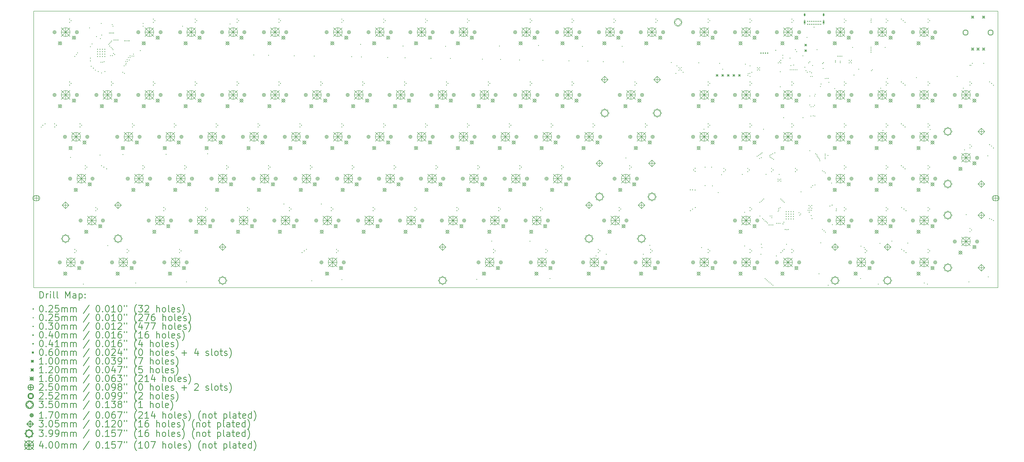
<source format=gbr>
%FSLAX45Y45*%
G04 Gerber Fmt 4.5, Leading zero omitted, Abs format (unit mm)*
G04 Created by KiCad (PCBNEW (5.1.8)-1) date 2021-05-31 11:48:35*
%MOMM*%
%LPD*%
G01*
G04 APERTURE LIST*
%TA.AperFunction,Profile*%
%ADD10C,0.200000*%
%TD*%
%ADD11C,0.200000*%
%ADD12C,0.300000*%
G04 APERTURE END LIST*
D10*
X0Y0D02*
X43862500Y0D01*
X43862500Y0D02*
X43862500Y-12582500D01*
X0Y-12582500D02*
X0Y0D01*
X0Y-12582500D02*
X43862500Y-12582500D01*
D11*
X2895900Y-1714800D02*
X2920900Y-1739800D01*
X2920900Y-1714800D02*
X2895900Y-1739800D01*
X2895900Y-1824800D02*
X2920900Y-1849800D01*
X2920900Y-1824800D02*
X2895900Y-1849800D01*
X2895900Y-1934800D02*
X2920900Y-1959800D01*
X2920900Y-1934800D02*
X2895900Y-1959800D01*
X2895900Y-2044800D02*
X2920900Y-2069800D01*
X2920900Y-2044800D02*
X2895900Y-2069800D01*
X3005900Y-1714800D02*
X3030900Y-1739800D01*
X3030900Y-1714800D02*
X3005900Y-1739800D01*
X3005900Y-1824800D02*
X3030900Y-1849800D01*
X3030900Y-1824800D02*
X3005900Y-1849800D01*
X3005900Y-1934800D02*
X3030900Y-1959800D01*
X3030900Y-1934800D02*
X3005900Y-1959800D01*
X3005900Y-2044800D02*
X3030900Y-2069800D01*
X3030900Y-2044800D02*
X3005900Y-2069800D01*
X3115900Y-1714800D02*
X3140900Y-1739800D01*
X3140900Y-1714800D02*
X3115900Y-1739800D01*
X3115900Y-1824800D02*
X3140900Y-1849800D01*
X3140900Y-1824800D02*
X3115900Y-1849800D01*
X3115900Y-1934800D02*
X3140900Y-1959800D01*
X3140900Y-1934800D02*
X3115900Y-1959800D01*
X3115900Y-2044800D02*
X3140900Y-2069800D01*
X3140900Y-2044800D02*
X3115900Y-2069800D01*
X3225900Y-1714800D02*
X3250900Y-1739800D01*
X3250900Y-1714800D02*
X3225900Y-1739800D01*
X3225900Y-1824800D02*
X3250900Y-1849800D01*
X3250900Y-1824800D02*
X3225900Y-1849800D01*
X3225900Y-1934800D02*
X3250900Y-1959800D01*
X3250900Y-1934800D02*
X3225900Y-1959800D01*
X3225900Y-2044800D02*
X3250900Y-2069800D01*
X3250900Y-2044800D02*
X3225900Y-2069800D01*
X34222700Y-9108740D02*
X34247700Y-9133740D01*
X34247700Y-9108740D02*
X34222700Y-9133740D01*
X34222700Y-9218740D02*
X34247700Y-9243740D01*
X34247700Y-9218740D02*
X34222700Y-9243740D01*
X34222700Y-9328740D02*
X34247700Y-9353740D01*
X34247700Y-9328740D02*
X34222700Y-9353740D01*
X34222700Y-9438740D02*
X34247700Y-9463740D01*
X34247700Y-9438740D02*
X34222700Y-9463740D01*
X34332700Y-9108740D02*
X34357700Y-9133740D01*
X34357700Y-9108740D02*
X34332700Y-9133740D01*
X34332700Y-9218740D02*
X34357700Y-9243740D01*
X34357700Y-9218740D02*
X34332700Y-9243740D01*
X34332700Y-9328740D02*
X34357700Y-9353740D01*
X34357700Y-9328740D02*
X34332700Y-9353740D01*
X34332700Y-9438740D02*
X34357700Y-9463740D01*
X34357700Y-9438740D02*
X34332700Y-9463740D01*
X34442700Y-9108740D02*
X34467700Y-9133740D01*
X34467700Y-9108740D02*
X34442700Y-9133740D01*
X34442700Y-9218740D02*
X34467700Y-9243740D01*
X34467700Y-9218740D02*
X34442700Y-9243740D01*
X34442700Y-9328740D02*
X34467700Y-9353740D01*
X34467700Y-9328740D02*
X34442700Y-9353740D01*
X34442700Y-9438740D02*
X34467700Y-9463740D01*
X34467700Y-9438740D02*
X34442700Y-9463740D01*
X34552700Y-9108740D02*
X34577700Y-9133740D01*
X34577700Y-9108740D02*
X34552700Y-9133740D01*
X34552700Y-9218740D02*
X34577700Y-9243740D01*
X34577700Y-9218740D02*
X34552700Y-9243740D01*
X34552700Y-9328740D02*
X34577700Y-9353740D01*
X34577700Y-9328740D02*
X34552700Y-9353740D01*
X34552700Y-9438740D02*
X34577700Y-9463740D01*
X34577700Y-9438740D02*
X34552700Y-9463740D01*
X1689100Y-6654800D02*
G75*
G03*
X1689100Y-6654800I-12700J0D01*
G01*
X2273300Y-12420600D02*
G75*
G03*
X2273300Y-12420600I-12700J0D01*
G01*
X2552700Y-762000D02*
G75*
G03*
X2552700Y-762000I-12700J0D01*
G01*
X2870200Y-1155700D02*
G75*
G03*
X2870200Y-1155700I-12700J0D01*
G01*
X3028950Y-6546850D02*
G75*
G03*
X3028950Y-6546850I-12700J0D01*
G01*
X3048000Y-1246500D02*
G75*
G03*
X3048000Y-1246500I-12700J0D01*
G01*
X3073400Y-2324100D02*
G75*
G03*
X3073400Y-2324100I-12700J0D01*
G01*
X3086100Y-558800D02*
G75*
G03*
X3086100Y-558800I-12700J0D01*
G01*
X3106100Y-1084900D02*
G75*
G03*
X3106100Y-1084900I-12700J0D01*
G01*
X3149600Y-2324100D02*
G75*
G03*
X3149600Y-2324100I-12700J0D01*
G01*
X3213100Y-2298700D02*
G75*
G03*
X3213100Y-2298700I-12700J0D01*
G01*
X3378200Y-10668000D02*
G75*
G03*
X3378200Y-10668000I-12700J0D01*
G01*
X3429000Y-1511300D02*
G75*
G03*
X3429000Y-1511300I-12700J0D01*
G01*
X3467100Y-1460500D02*
G75*
G03*
X3467100Y-1460500I-12700J0D01*
G01*
X3467100Y-1587500D02*
G75*
G03*
X3467100Y-1587500I-12700J0D01*
G01*
X3517900Y-1409700D02*
G75*
G03*
X3517900Y-1409700I-12700J0D01*
G01*
X3530600Y-1651000D02*
G75*
G03*
X3530600Y-1651000I-12700J0D01*
G01*
X3556000Y-1358900D02*
G75*
G03*
X3556000Y-1358900I-12700J0D01*
G01*
X3581400Y-609600D02*
G75*
G03*
X3581400Y-609600I-12700J0D01*
G01*
X3581400Y-1701800D02*
G75*
G03*
X3581400Y-1701800I-12700J0D01*
G01*
X3619500Y-685800D02*
G75*
G03*
X3619500Y-685800I-12700J0D01*
G01*
X3619500Y-1752600D02*
G75*
G03*
X3619500Y-1752600I-12700J0D01*
G01*
X4064000Y-2781300D02*
G75*
G03*
X4064000Y-2781300I-12700J0D01*
G01*
X4068700Y-6523100D02*
G75*
G03*
X4068700Y-6523100I-12700J0D01*
G01*
X4127500Y-2489200D02*
G75*
G03*
X4127500Y-2489200I-12700J0D01*
G01*
X4140200Y-2832100D02*
G75*
G03*
X4140200Y-2832100I-12700J0D01*
G01*
X4203700Y-2286000D02*
G75*
G03*
X4203700Y-2286000I-12700J0D01*
G01*
X4203700Y-2438400D02*
G75*
G03*
X4203700Y-2438400I-12700J0D01*
G01*
X4216400Y-2374900D02*
G75*
G03*
X4216400Y-2374900I-12700J0D01*
G01*
X4259580Y-2199640D02*
G75*
G03*
X4259580Y-2199640I-12700J0D01*
G01*
X4277817Y-2288083D02*
G75*
G03*
X4277817Y-2288083I-12700J0D01*
G01*
X4318000Y-2108200D02*
G75*
G03*
X4318000Y-2108200I-12700J0D01*
G01*
X4356100Y-2222500D02*
G75*
G03*
X4356100Y-2222500I-12700J0D01*
G01*
X4394200Y-2032000D02*
G75*
G03*
X4394200Y-2032000I-12700J0D01*
G01*
X4394200Y-2108200D02*
G75*
G03*
X4394200Y-2108200I-12700J0D01*
G01*
X4483100Y-2044700D02*
G75*
G03*
X4483100Y-2044700I-12700J0D01*
G01*
X4546600Y-1955800D02*
G75*
G03*
X4546600Y-1955800I-12700J0D01*
G01*
X4559300Y-2044700D02*
G75*
G03*
X4559300Y-2044700I-12700J0D01*
G01*
X4648200Y-12369800D02*
G75*
G03*
X4648200Y-12369800I-12700J0D01*
G01*
X4991100Y-558800D02*
G75*
G03*
X4991100Y-558800I-12700J0D01*
G01*
X4991100Y-685800D02*
G75*
G03*
X4991100Y-685800I-12700J0D01*
G01*
X6032500Y-6515100D02*
G75*
G03*
X6032500Y-6515100I-12700J0D01*
G01*
X6781900Y-685800D02*
G75*
G03*
X6781900Y-685800I-12700J0D01*
G01*
X6959600Y-12319000D02*
G75*
G03*
X6959600Y-12319000I-12700J0D01*
G01*
X7924800Y-6489700D02*
G75*
G03*
X7924800Y-6489700I-12700J0D01*
G01*
X8940800Y-584200D02*
G75*
G03*
X8940800Y-584200I-12700J0D01*
G01*
X10020300Y-1993900D02*
G75*
G03*
X10020300Y-1993900I-12700J0D01*
G01*
X10693400Y-2006600D02*
G75*
G03*
X10693400Y-2006600I-12700J0D01*
G01*
X11391900Y-8775700D02*
G75*
G03*
X11391900Y-8775700I-12700J0D01*
G01*
X11861800Y-2032000D02*
G75*
G03*
X11861800Y-2032000I-12700J0D01*
G01*
X12661900Y-12268200D02*
G75*
G03*
X12661900Y-12268200I-12700J0D01*
G01*
X12776200Y-2044700D02*
G75*
G03*
X12776200Y-2044700I-12700J0D01*
G01*
X13093700Y-8775700D02*
G75*
G03*
X13093700Y-8775700I-12700J0D01*
G01*
X14033500Y-12217400D02*
G75*
G03*
X14033500Y-12217400I-12700J0D01*
G01*
X14478000Y-2070100D02*
G75*
G03*
X14478000Y-2070100I-12700J0D01*
G01*
X14884400Y-1511300D02*
G75*
G03*
X14884400Y-1511300I-12700J0D01*
G01*
X14922500Y-2082800D02*
G75*
G03*
X14922500Y-2082800I-12700J0D01*
G01*
X16116300Y-2108200D02*
G75*
G03*
X16116300Y-2108200I-12700J0D01*
G01*
X16814800Y-1587500D02*
G75*
G03*
X16814800Y-1587500I-12700J0D01*
G01*
X16903700Y-2120900D02*
G75*
G03*
X16903700Y-2120900I-12700J0D01*
G01*
X18084800Y-2146300D02*
G75*
G03*
X18084800Y-2146300I-12700J0D01*
G01*
X18745200Y-1600200D02*
G75*
G03*
X18745200Y-1600200I-12700J0D01*
G01*
X18967450Y-2152650D02*
G75*
G03*
X18967450Y-2152650I-12700J0D01*
G01*
X20167600Y-12204700D02*
G75*
G03*
X20167600Y-12204700I-12700J0D01*
G01*
X20421600Y-2184400D02*
G75*
G03*
X20421600Y-2184400I-12700J0D01*
G01*
X20850100Y-10464800D02*
G75*
G03*
X20850100Y-10464800I-12700J0D01*
G01*
X21196300Y-1587500D02*
G75*
G03*
X21196300Y-1587500I-12700J0D01*
G01*
X21247100Y-2197100D02*
G75*
G03*
X21247100Y-2197100I-12700J0D01*
G01*
X22110700Y-2222500D02*
G75*
G03*
X22110700Y-2222500I-12700J0D01*
G01*
X22586950Y-10471150D02*
G75*
G03*
X22586950Y-10471150I-12700J0D01*
G01*
X22974300Y-1562100D02*
G75*
G03*
X22974300Y-1562100I-12700J0D01*
G01*
X23177500Y-2235200D02*
G75*
G03*
X23177500Y-2235200I-12700J0D01*
G01*
X23495000Y-12166600D02*
G75*
G03*
X23495000Y-12166600I-12700J0D01*
G01*
X24358600Y-2260600D02*
G75*
G03*
X24358600Y-2260600I-12700J0D01*
G01*
X24974550Y-1606550D02*
G75*
G03*
X24974550Y-1606550I-12700J0D01*
G01*
X25222200Y-2273300D02*
G75*
G03*
X25222200Y-2273300I-12700J0D01*
G01*
X25590500Y-11137900D02*
G75*
G03*
X25590500Y-11137900I-12700J0D01*
G01*
X25920700Y-2298700D02*
G75*
G03*
X25920700Y-2298700I-12700J0D01*
G01*
X26060400Y-11061700D02*
G75*
G03*
X26060400Y-11061700I-12700J0D01*
G01*
X26784300Y-1600200D02*
G75*
G03*
X26784300Y-1600200I-12700J0D01*
G01*
X26835100Y-2311400D02*
G75*
G03*
X26835100Y-2311400I-12700J0D01*
G01*
X26948575Y-6679375D02*
G75*
G03*
X26948575Y-6679375I-12700J0D01*
G01*
X27745375Y-11061700D02*
G75*
G03*
X27745375Y-11061700I-12700J0D01*
G01*
X28041600Y-10655300D02*
G75*
G03*
X28041600Y-10655300I-12700J0D01*
G01*
X29019500Y-2336800D02*
G75*
G03*
X29019500Y-2336800I-12700J0D01*
G01*
X29222700Y-2832100D02*
G75*
G03*
X29222700Y-2832100I-12700J0D01*
G01*
X29273500Y-2489200D02*
G75*
G03*
X29273500Y-2489200I-12700J0D01*
G01*
X29362400Y-2565400D02*
G75*
G03*
X29362400Y-2565400I-12700J0D01*
G01*
X29362400Y-2692400D02*
G75*
G03*
X29362400Y-2692400I-12700J0D01*
G01*
X29413200Y-2628900D02*
G75*
G03*
X29413200Y-2628900I-12700J0D01*
G01*
X29464000Y-2565400D02*
G75*
G03*
X29464000Y-2565400I-12700J0D01*
G01*
X29464000Y-2692400D02*
G75*
G03*
X29464000Y-2692400I-12700J0D01*
G01*
X29552900Y-2781300D02*
G75*
G03*
X29552900Y-2781300I-12700J0D01*
G01*
X30264100Y-2349500D02*
G75*
G03*
X30264100Y-2349500I-12700J0D01*
G01*
X30391100Y-10756900D02*
G75*
G03*
X30391100Y-10756900I-12700J0D01*
G01*
X30505400Y-5372100D02*
G75*
G03*
X30505400Y-5372100I-12700J0D01*
G01*
X30556200Y-7099300D02*
G75*
G03*
X30556200Y-7099300I-12700J0D01*
G01*
X30556200Y-7937500D02*
G75*
G03*
X30556200Y-7937500I-12700J0D01*
G01*
X30848300Y-7099300D02*
G75*
G03*
X30848300Y-7099300I-12700J0D01*
G01*
X30886400Y-7950200D02*
G75*
G03*
X30886400Y-7950200I-12700J0D01*
G01*
X31153100Y-8255000D02*
G75*
G03*
X31153100Y-8255000I-12700J0D01*
G01*
X31216600Y-2374900D02*
G75*
G03*
X31216600Y-2374900I-12700J0D01*
G01*
X31305500Y-7442200D02*
G75*
G03*
X31305500Y-7442200I-12700J0D01*
G01*
X31356300Y-2641600D02*
G75*
G03*
X31356300Y-2641600I-12700J0D01*
G01*
X32246170Y-7428630D02*
G75*
G03*
X32246170Y-7428630I-12700J0D01*
G01*
X32353950Y-9149650D02*
G75*
G03*
X32353950Y-9149650I-12700J0D01*
G01*
X32353950Y-10686350D02*
G75*
G03*
X32353950Y-10686350I-12700J0D01*
G01*
X32385000Y-2413000D02*
G75*
G03*
X32385000Y-2413000I-12700J0D01*
G01*
X32499300Y-2921000D02*
G75*
G03*
X32499300Y-2921000I-12700J0D01*
G01*
X32512000Y-2844800D02*
G75*
G03*
X32512000Y-2844800I-12700J0D01*
G01*
X32588200Y-2832100D02*
G75*
G03*
X32588200Y-2832100I-12700J0D01*
G01*
X32600900Y-2489200D02*
G75*
G03*
X32600900Y-2489200I-12700J0D01*
G01*
X32600900Y-2971800D02*
G75*
G03*
X32600900Y-2971800I-12700J0D01*
G01*
X32677100Y-2781300D02*
G75*
G03*
X32677100Y-2781300I-12700J0D01*
G01*
X32918400Y-6604000D02*
G75*
G03*
X32918400Y-6604000I-12700J0D01*
G01*
X32931100Y-2578100D02*
G75*
G03*
X32931100Y-2578100I-12700J0D01*
G01*
X32931100Y-2679700D02*
G75*
G03*
X32931100Y-2679700I-12700J0D01*
G01*
X32981900Y-2628900D02*
G75*
G03*
X32981900Y-2628900I-12700J0D01*
G01*
X32981900Y-6565900D02*
G75*
G03*
X32981900Y-6565900I-12700J0D01*
G01*
X33032700Y-2578100D02*
G75*
G03*
X33032700Y-2578100I-12700J0D01*
G01*
X33032700Y-2679700D02*
G75*
G03*
X33032700Y-2679700I-12700J0D01*
G01*
X33032700Y-6705600D02*
G75*
G03*
X33032700Y-6705600I-12700J0D01*
G01*
X33045400Y-6527800D02*
G75*
G03*
X33045400Y-6527800I-12700J0D01*
G01*
X33045400Y-8699500D02*
G75*
G03*
X33045400Y-8699500I-12700J0D01*
G01*
X33045400Y-9321800D02*
G75*
G03*
X33045400Y-9321800I-12700J0D01*
G01*
X33096200Y-6489700D02*
G75*
G03*
X33096200Y-6489700I-12700J0D01*
G01*
X33096200Y-11061700D02*
G75*
G03*
X33096200Y-11061700I-12700J0D01*
G01*
X33108900Y-6667500D02*
G75*
G03*
X33108900Y-6667500I-12700J0D01*
G01*
X33108900Y-8648700D02*
G75*
G03*
X33108900Y-8648700I-12700J0D01*
G01*
X33108900Y-10604500D02*
G75*
G03*
X33108900Y-10604500I-12700J0D01*
G01*
X33134300Y-10756900D02*
G75*
G03*
X33134300Y-10756900I-12700J0D01*
G01*
X33172400Y-8597900D02*
G75*
G03*
X33172400Y-8597900I-12700J0D01*
G01*
X33172400Y-9436100D02*
G75*
G03*
X33172400Y-9436100I-12700J0D01*
G01*
X33210500Y-5372100D02*
G75*
G03*
X33210500Y-5372100I-12700J0D01*
G01*
X33223200Y-8547100D02*
G75*
G03*
X33223200Y-8547100I-12700J0D01*
G01*
X33223200Y-9486900D02*
G75*
G03*
X33223200Y-9486900I-12700J0D01*
G01*
X33286700Y-9550400D02*
G75*
G03*
X33286700Y-9550400I-12700J0D01*
G01*
X33286700Y-12166600D02*
G75*
G03*
X33286700Y-12166600I-12700J0D01*
G01*
X33330685Y-7423615D02*
G75*
G03*
X33330685Y-7423615I-12700J0D01*
G01*
X33337500Y-9588500D02*
G75*
G03*
X33337500Y-9588500I-12700J0D01*
G01*
X33337500Y-12217400D02*
G75*
G03*
X33337500Y-12217400I-12700J0D01*
G01*
X33388300Y-9639300D02*
G75*
G03*
X33388300Y-9639300I-12700J0D01*
G01*
X33388300Y-12268200D02*
G75*
G03*
X33388300Y-12268200I-12700J0D01*
G01*
X33451800Y-9728200D02*
G75*
G03*
X33451800Y-9728200I-12700J0D01*
G01*
X33451800Y-12319000D02*
G75*
G03*
X33451800Y-12319000I-12700J0D01*
G01*
X33502600Y-6565900D02*
G75*
G03*
X33502600Y-6565900I-12700J0D01*
G01*
X33502600Y-6629400D02*
G75*
G03*
X33502600Y-6629400I-12700J0D01*
G01*
X33515300Y-9321800D02*
G75*
G03*
X33515300Y-9321800I-12700J0D01*
G01*
X33515300Y-9728200D02*
G75*
G03*
X33515300Y-9728200I-12700J0D01*
G01*
X33515300Y-12369800D02*
G75*
G03*
X33515300Y-12369800I-12700J0D01*
G01*
X33553400Y-6527800D02*
G75*
G03*
X33553400Y-6527800I-12700J0D01*
G01*
X33553400Y-6667500D02*
G75*
G03*
X33553400Y-6667500I-12700J0D01*
G01*
X33578800Y-9728200D02*
G75*
G03*
X33578800Y-9728200I-12700J0D01*
G01*
X33578800Y-12420600D02*
G75*
G03*
X33578800Y-12420600I-12700J0D01*
G01*
X33591500Y-9321800D02*
G75*
G03*
X33591500Y-9321800I-12700J0D01*
G01*
X33591500Y-9398000D02*
G75*
G03*
X33591500Y-9398000I-12700J0D01*
G01*
X33604200Y-6705600D02*
G75*
G03*
X33604200Y-6705600I-12700J0D01*
G01*
X33629600Y-6489700D02*
G75*
G03*
X33629600Y-6489700I-12700J0D01*
G01*
X33642300Y-9728200D02*
G75*
G03*
X33642300Y-9728200I-12700J0D01*
G01*
X33642300Y-12471400D02*
G75*
G03*
X33642300Y-12471400I-12700J0D01*
G01*
X33667700Y-6743700D02*
G75*
G03*
X33667700Y-6743700I-12700J0D01*
G01*
X33794700Y-11137900D02*
G75*
G03*
X33794700Y-11137900I-12700J0D01*
G01*
X33870900Y-7645400D02*
G75*
G03*
X33870900Y-7645400I-12700J0D01*
G01*
X33870900Y-7734300D02*
G75*
G03*
X33870900Y-7734300I-12700J0D01*
G01*
X33877250Y-9112250D02*
G75*
G03*
X33877250Y-9112250I-12700J0D01*
G01*
X33902650Y-9048750D02*
G75*
G03*
X33902650Y-9048750I-12700J0D01*
G01*
X33909000Y-8978900D02*
G75*
G03*
X33909000Y-8978900I-12700J0D01*
G01*
X33921700Y-7429500D02*
G75*
G03*
X33921700Y-7429500I-12700J0D01*
G01*
X33934400Y-7683500D02*
G75*
G03*
X33934400Y-7683500I-12700J0D01*
G01*
X33972500Y-2755900D02*
G75*
G03*
X33972500Y-2755900I-12700J0D01*
G01*
X33972500Y-3441700D02*
G75*
G03*
X33972500Y-3441700I-12700J0D01*
G01*
X33972500Y-8940800D02*
G75*
G03*
X33972500Y-8940800I-12700J0D01*
G01*
X33997900Y-7645400D02*
G75*
G03*
X33997900Y-7645400I-12700J0D01*
G01*
X33997900Y-7734300D02*
G75*
G03*
X33997900Y-7734300I-12700J0D01*
G01*
X33997900Y-8547100D02*
G75*
G03*
X33997900Y-8547100I-12700J0D01*
G01*
X34048700Y-8597900D02*
G75*
G03*
X34048700Y-8597900I-12700J0D01*
G01*
X34086800Y-2006600D02*
G75*
G03*
X34086800Y-2006600I-12700J0D01*
G01*
X34086800Y-2133600D02*
G75*
G03*
X34086800Y-2133600I-12700J0D01*
G01*
X34099500Y-8648700D02*
G75*
G03*
X34099500Y-8648700I-12700J0D01*
G01*
X34124900Y-4845000D02*
G75*
G03*
X34124900Y-4845000I-12700J0D01*
G01*
X34150300Y-8699500D02*
G75*
G03*
X34150300Y-8699500I-12700J0D01*
G01*
X34258950Y-10611550D02*
G75*
G03*
X34258950Y-10611550I-12700J0D01*
G01*
X34429700Y-2667000D02*
G75*
G03*
X34429700Y-2667000I-12700J0D01*
G01*
X34455100Y-2476500D02*
G75*
G03*
X34455100Y-2476500I-12700J0D01*
G01*
X34505900Y-2667000D02*
G75*
G03*
X34505900Y-2667000I-12700J0D01*
G01*
X34582100Y-2451100D02*
G75*
G03*
X34582100Y-2451100I-12700J0D01*
G01*
X34582100Y-2667000D02*
G75*
G03*
X34582100Y-2667000I-12700J0D01*
G01*
X34658300Y-2667000D02*
G75*
G03*
X34658300Y-2667000I-12700J0D01*
G01*
X34721800Y-1841500D02*
G75*
G03*
X34721800Y-1841500I-12700J0D01*
G01*
X34734500Y-2667000D02*
G75*
G03*
X34734500Y-2667000I-12700J0D01*
G01*
X34823400Y-9169400D02*
G75*
G03*
X34823400Y-9169400I-12700J0D01*
G01*
X34861500Y-9283700D02*
G75*
G03*
X34861500Y-9283700I-12700J0D01*
G01*
X34899600Y-9226240D02*
G75*
G03*
X34899600Y-9226240I-12700J0D01*
G01*
X34918650Y-8223250D02*
G75*
G03*
X34918650Y-8223250I-12700J0D01*
G01*
X35001200Y-2032000D02*
G75*
G03*
X35001200Y-2032000I-12700J0D01*
G01*
X35007600Y-4845000D02*
G75*
G03*
X35007600Y-4845000I-12700J0D01*
G01*
X35090100Y-2552700D02*
G75*
G03*
X35090100Y-2552700I-12700J0D01*
G01*
X35140900Y-2705100D02*
G75*
G03*
X35140900Y-2705100I-12700J0D01*
G01*
X35189160Y-1193800D02*
G75*
G03*
X35189160Y-1193800I-12700J0D01*
G01*
X35204400Y-2781300D02*
G75*
G03*
X35204400Y-2781300I-12700J0D01*
G01*
X35318700Y-2755900D02*
G75*
G03*
X35318700Y-2755900I-12700J0D01*
G01*
X35318700Y-3860800D02*
G75*
G03*
X35318700Y-3860800I-12700J0D01*
G01*
X35318700Y-4267200D02*
G75*
G03*
X35318700Y-4267200I-12700J0D01*
G01*
X35318700Y-6350000D02*
G75*
G03*
X35318700Y-6350000I-12700J0D01*
G01*
X35356800Y-2971800D02*
G75*
G03*
X35356800Y-2971800I-12700J0D01*
G01*
X35369500Y-4775200D02*
G75*
G03*
X35369500Y-4775200I-12700J0D01*
G01*
X35375850Y-4349750D02*
G75*
G03*
X35375850Y-4349750I-12700J0D01*
G01*
X35381200Y-8014700D02*
G75*
G03*
X35381200Y-8014700I-12700J0D01*
G01*
X35394900Y-2806700D02*
G75*
G03*
X35394900Y-2806700I-12700J0D01*
G01*
X35433000Y-2971800D02*
G75*
G03*
X35433000Y-2971800I-12700J0D01*
G01*
X35443467Y-2474267D02*
G75*
G03*
X35443467Y-2474267I-12700J0D01*
G01*
X35447950Y-7935250D02*
G75*
G03*
X35447950Y-7935250I-12700J0D01*
G01*
X35471100Y-4343400D02*
G75*
G03*
X35471100Y-4343400I-12700J0D01*
G01*
X35471100Y-4762500D02*
G75*
G03*
X35471100Y-4762500I-12700J0D01*
G01*
X35534600Y-3860800D02*
G75*
G03*
X35534600Y-3860800I-12700J0D01*
G01*
X35534600Y-4279900D02*
G75*
G03*
X35534600Y-4279900I-12700J0D01*
G01*
X35547300Y-4775200D02*
G75*
G03*
X35547300Y-4775200I-12700J0D01*
G01*
X35553650Y-7905750D02*
G75*
G03*
X35553650Y-7905750I-12700J0D01*
G01*
X35560000Y-3784600D02*
G75*
G03*
X35560000Y-3784600I-12700J0D01*
G01*
X35585400Y-6489700D02*
G75*
G03*
X35585400Y-6489700I-12700J0D01*
G01*
X35636200Y-6527800D02*
G75*
G03*
X35636200Y-6527800I-12700J0D01*
G01*
X35645318Y-1752600D02*
G75*
G03*
X35645318Y-1752600I-12700J0D01*
G01*
X35648900Y-6591300D02*
G75*
G03*
X35648900Y-6591300I-12700J0D01*
G01*
X35687000Y-6642100D02*
G75*
G03*
X35687000Y-6642100I-12700J0D01*
G01*
X35725100Y-6692900D02*
G75*
G03*
X35725100Y-6692900I-12700J0D01*
G01*
X35737800Y-11950700D02*
G75*
G03*
X35737800Y-11950700I-12700J0D01*
G01*
X35763200Y-6743700D02*
G75*
G03*
X35763200Y-6743700I-12700J0D01*
G01*
X35775900Y-6807200D02*
G75*
G03*
X35775900Y-6807200I-12700J0D01*
G01*
X35801300Y-3429000D02*
G75*
G03*
X35801300Y-3429000I-12700J0D01*
G01*
X35814000Y-10541000D02*
G75*
G03*
X35814000Y-10541000I-12700J0D01*
G01*
X35826700Y-3314700D02*
G75*
G03*
X35826700Y-3314700I-12700J0D01*
G01*
X35890200Y-7264400D02*
G75*
G03*
X35890200Y-7264400I-12700J0D01*
G01*
X35890200Y-9931400D02*
G75*
G03*
X35890200Y-9931400I-12700J0D01*
G01*
X35966400Y-7302500D02*
G75*
G03*
X35966400Y-7302500I-12700J0D01*
G01*
X35966400Y-9994900D02*
G75*
G03*
X35966400Y-9994900I-12700J0D01*
G01*
X36019945Y-3060700D02*
G75*
G03*
X36019945Y-3060700I-12700J0D01*
G01*
X36023550Y-7359650D02*
G75*
G03*
X36023550Y-7359650I-12700J0D01*
G01*
X36029900Y-10058400D02*
G75*
G03*
X36029900Y-10058400I-12700J0D01*
G01*
X36090860Y-3060700D02*
G75*
G03*
X36090860Y-3060700I-12700J0D01*
G01*
X36144200Y-6565900D02*
G75*
G03*
X36144200Y-6565900I-12700J0D01*
G01*
X36156900Y-12471400D02*
G75*
G03*
X36156900Y-12471400I-12700J0D01*
G01*
X36159133Y-3058467D02*
G75*
G03*
X36159133Y-3058467I-12700J0D01*
G01*
X36182300Y-3238500D02*
G75*
G03*
X36182300Y-3238500I-12700J0D01*
G01*
X36309300Y-7823200D02*
G75*
G03*
X36309300Y-7823200I-12700J0D01*
G01*
X36347400Y-9715500D02*
G75*
G03*
X36347400Y-9715500I-12700J0D01*
G01*
X36453700Y-3522600D02*
G75*
G03*
X36453700Y-3522600I-12700J0D01*
G01*
X37261800Y-1651000D02*
G75*
G03*
X37261800Y-1651000I-12700J0D01*
G01*
X37325300Y-2908300D02*
G75*
G03*
X37325300Y-2908300I-12700J0D01*
G01*
X37541200Y-2641600D02*
G75*
G03*
X37541200Y-2641600I-12700J0D01*
G01*
X37630100Y-12166600D02*
G75*
G03*
X37630100Y-12166600I-12700J0D01*
G01*
X37642800Y-10693400D02*
G75*
G03*
X37642800Y-10693400I-12700J0D01*
G01*
X37791940Y-10756900D02*
G75*
G03*
X37791940Y-10756900I-12700J0D01*
G01*
X38119050Y-2711450D02*
G75*
G03*
X38119050Y-2711450I-12700J0D01*
G01*
X38163500Y-2667000D02*
G75*
G03*
X38163500Y-2667000I-12700J0D01*
G01*
X38430200Y-12420600D02*
G75*
G03*
X38430200Y-12420600I-12700J0D01*
G01*
X38506400Y-10566400D02*
G75*
G03*
X38506400Y-10566400I-12700J0D01*
G01*
X38545200Y-3504500D02*
G75*
G03*
X38545200Y-3504500I-12700J0D01*
G01*
X38747700Y-1651000D02*
G75*
G03*
X38747700Y-1651000I-12700J0D01*
G01*
X38851840Y-3063240D02*
G75*
G03*
X38851840Y-3063240I-12700J0D01*
G01*
X39052500Y-10464800D02*
G75*
G03*
X39052500Y-10464800I-12700J0D01*
G01*
X39776400Y-10553700D02*
G75*
G03*
X39776400Y-10553700I-12700J0D01*
G01*
X40170100Y-3022600D02*
G75*
G03*
X40170100Y-3022600I-12700J0D01*
G01*
X40525700Y-12369800D02*
G75*
G03*
X40525700Y-12369800I-12700J0D01*
G01*
X40665400Y-12420600D02*
G75*
G03*
X40665400Y-12420600I-12700J0D01*
G01*
X40792400Y-5384800D02*
G75*
G03*
X40792400Y-5384800I-12700J0D01*
G01*
X42024300Y-2971800D02*
G75*
G03*
X42024300Y-2971800I-12700J0D01*
G01*
X42303700Y-3505200D02*
G75*
G03*
X42303700Y-3505200I-12700J0D01*
G01*
X42354500Y-6311900D02*
G75*
G03*
X42354500Y-6311900I-12700J0D01*
G01*
X42430700Y-9258300D02*
G75*
G03*
X42430700Y-9258300I-12700J0D01*
G01*
X42557700Y-12319000D02*
G75*
G03*
X42557700Y-12319000I-12700J0D01*
G01*
X42595800Y-2463800D02*
G75*
G03*
X42595800Y-2463800I-12700J0D01*
G01*
X42646600Y-2463800D02*
G75*
G03*
X42646600Y-2463800I-12700J0D01*
G01*
X42710100Y-2374900D02*
G75*
G03*
X42710100Y-2374900I-12700J0D01*
G01*
X43230800Y-2374900D02*
G75*
G03*
X43230800Y-2374900I-12700J0D01*
G01*
X43414950Y-6584950D02*
G75*
G03*
X43414950Y-6584950I-12700J0D01*
G01*
X43434000Y-12090400D02*
G75*
G03*
X43434000Y-12090400I-12700J0D01*
G01*
X342900Y-5255260D02*
X342900Y-5285740D01*
X327660Y-5270500D02*
X358140Y-5270500D01*
X410700Y-5174760D02*
X410700Y-5205240D01*
X395460Y-5190000D02*
X425940Y-5190000D01*
X518800Y-5104760D02*
X518800Y-5135240D01*
X503560Y-5120000D02*
X534040Y-5120000D01*
X950600Y-5104760D02*
X950600Y-5135240D01*
X935360Y-5120000D02*
X965840Y-5120000D01*
X956800Y-5250960D02*
X956800Y-5281440D01*
X941560Y-5266200D02*
X972040Y-5266200D01*
X1033000Y-5174760D02*
X1033000Y-5205240D01*
X1017760Y-5190000D02*
X1048240Y-5190000D01*
X1866900Y-2042160D02*
X1866900Y-2072640D01*
X1851660Y-2057400D02*
X1882140Y-2057400D01*
X1943100Y-1953260D02*
X1943100Y-1983740D01*
X1927860Y-1968500D02*
X1958340Y-1968500D01*
X1993900Y-1877060D02*
X1993900Y-1907540D01*
X1978660Y-1892300D02*
X2009140Y-1892300D01*
X2578100Y-1597660D02*
X2578100Y-1628140D01*
X2562860Y-1612900D02*
X2593340Y-1612900D01*
X2578100Y-2118360D02*
X2578100Y-2148840D01*
X2562860Y-2133600D02*
X2593340Y-2133600D01*
X2578100Y-2245360D02*
X2578100Y-2275840D01*
X2562860Y-2260600D02*
X2593340Y-2260600D01*
X2616200Y-2486660D02*
X2616200Y-2517140D01*
X2600960Y-2501900D02*
X2631440Y-2501900D01*
X2654300Y-1470660D02*
X2654300Y-1501140D01*
X2639060Y-1485900D02*
X2669540Y-1485900D01*
X2717800Y-2575560D02*
X2717800Y-2606040D01*
X2702560Y-2590800D02*
X2733040Y-2590800D01*
X2806700Y-2664460D02*
X2806700Y-2694940D01*
X2791460Y-2679700D02*
X2821940Y-2679700D01*
X2933700Y-2727960D02*
X2933700Y-2758440D01*
X2918460Y-2743200D02*
X2948940Y-2743200D01*
X3084200Y-7009760D02*
X3084200Y-7040240D01*
X3068960Y-7025000D02*
X3099440Y-7025000D01*
X3086100Y-2791460D02*
X3086100Y-2821940D01*
X3070860Y-2806700D02*
X3101340Y-2806700D01*
X3192000Y-7079760D02*
X3192000Y-7110240D01*
X3176760Y-7095000D02*
X3207240Y-7095000D01*
X3238500Y-2727960D02*
X3238500Y-2758440D01*
X3223260Y-2743200D02*
X3253740Y-2743200D01*
X3319000Y-7155960D02*
X3319000Y-7186440D01*
X3303760Y-7171200D02*
X3334240Y-7171200D01*
X3441700Y-975360D02*
X3441700Y-1005840D01*
X3426460Y-990600D02*
X3456940Y-990600D01*
X3492500Y-2004060D02*
X3492500Y-2034540D01*
X3477260Y-2019300D02*
X3507740Y-2019300D01*
X3505200Y-975360D02*
X3505200Y-1005840D01*
X3489960Y-990600D02*
X3520440Y-990600D01*
X3568700Y-975360D02*
X3568700Y-1005840D01*
X3553460Y-990600D02*
X3583940Y-990600D01*
X3581400Y-2004060D02*
X3581400Y-2034540D01*
X3566160Y-2019300D02*
X3596640Y-2019300D01*
X3632200Y-975360D02*
X3632200Y-1005840D01*
X3616960Y-990600D02*
X3647440Y-990600D01*
X3632200Y-1902460D02*
X3632200Y-1932940D01*
X3616960Y-1917700D02*
X3647440Y-1917700D01*
X3644900Y-1292860D02*
X3644900Y-1323340D01*
X3629660Y-1308100D02*
X3660140Y-1308100D01*
X3683000Y-1953260D02*
X3683000Y-1983740D01*
X3667760Y-1968500D02*
X3698240Y-1968500D01*
X3708400Y-1292860D02*
X3708400Y-1323340D01*
X3693160Y-1308100D02*
X3723640Y-1308100D01*
X3771900Y-1292860D02*
X3771900Y-1323340D01*
X3756660Y-1308100D02*
X3787140Y-1308100D01*
X3835400Y-1292860D02*
X3835400Y-1323340D01*
X3820160Y-1308100D02*
X3850640Y-1308100D01*
X4140200Y-1330960D02*
X4140200Y-1361440D01*
X4124960Y-1346200D02*
X4155440Y-1346200D01*
X4203700Y-1330960D02*
X4203700Y-1361440D01*
X4188460Y-1346200D02*
X4218940Y-1346200D01*
X4279900Y-1330960D02*
X4279900Y-1361440D01*
X4264660Y-1346200D02*
X4295140Y-1346200D01*
X4343400Y-1330960D02*
X4343400Y-1361440D01*
X4328160Y-1346200D02*
X4358640Y-1346200D01*
X4851400Y-1775460D02*
X4851400Y-1805940D01*
X4836160Y-1790700D02*
X4866640Y-1790700D01*
X12209000Y-10965960D02*
X12209000Y-10996440D01*
X12193760Y-10981200D02*
X12224240Y-10981200D01*
X12310600Y-10889760D02*
X12310600Y-10920240D01*
X12295360Y-10905000D02*
X12325840Y-10905000D01*
X12407900Y-10817860D02*
X12407900Y-10848340D01*
X12392660Y-10833100D02*
X12423140Y-10833100D01*
X29870400Y-8112760D02*
X29870400Y-8143240D01*
X29855160Y-8128000D02*
X29885640Y-8128000D01*
X29874700Y-9060960D02*
X29874700Y-9091440D01*
X29859460Y-9076200D02*
X29889940Y-9076200D01*
X29972000Y-8112760D02*
X29972000Y-8143240D01*
X29956760Y-8128000D02*
X29987240Y-8128000D01*
X29972000Y-8989060D02*
X29972000Y-9019540D01*
X29956760Y-9004300D02*
X29987240Y-9004300D01*
X30090000Y-8121760D02*
X30090000Y-8152240D01*
X30074760Y-8137000D02*
X30105240Y-8137000D01*
X30097100Y-8914760D02*
X30097100Y-8945240D01*
X30081860Y-8930000D02*
X30112340Y-8930000D01*
X33132600Y-6425360D02*
X33132600Y-6455840D01*
X33117360Y-6440600D02*
X33147840Y-6440600D01*
X33716800Y-6425360D02*
X33716800Y-6455840D01*
X33701560Y-6440600D02*
X33732040Y-6440600D01*
X33756600Y-1762760D02*
X33756600Y-1793240D01*
X33741360Y-1778000D02*
X33771840Y-1778000D01*
X33794700Y-9636760D02*
X33794700Y-9667240D01*
X33779460Y-9652000D02*
X33809940Y-9652000D01*
X33870900Y-2334260D02*
X33870900Y-2364740D01*
X33855660Y-2349500D02*
X33886140Y-2349500D01*
X33870900Y-9636760D02*
X33870900Y-9667240D01*
X33855660Y-9652000D02*
X33886140Y-9652000D01*
X33934400Y-2283460D02*
X33934400Y-2313940D01*
X33919160Y-2298700D02*
X33949640Y-2298700D01*
X33947100Y-9636760D02*
X33947100Y-9667240D01*
X33931860Y-9652000D02*
X33962340Y-9652000D01*
X33985200Y-2219960D02*
X33985200Y-2250440D01*
X33969960Y-2235200D02*
X34000440Y-2235200D01*
X33985200Y-2334260D02*
X33985200Y-2364740D01*
X33969960Y-2349500D02*
X34000440Y-2349500D01*
X33989500Y-10965960D02*
X33989500Y-10996440D01*
X33974260Y-10981200D02*
X34004740Y-10981200D01*
X34065700Y-10889760D02*
X34065700Y-10920240D01*
X34050460Y-10905000D02*
X34080940Y-10905000D01*
X34086800Y-9662160D02*
X34086800Y-9692640D01*
X34071560Y-9677400D02*
X34102040Y-9677400D01*
X34124900Y-9585960D02*
X34124900Y-9616440D01*
X34109660Y-9601200D02*
X34140140Y-9601200D01*
X34135700Y-10819760D02*
X34135700Y-10850240D01*
X34120460Y-10835000D02*
X34150940Y-10835000D01*
X34188400Y-9916160D02*
X34188400Y-9946640D01*
X34173160Y-9931400D02*
X34203640Y-9931400D01*
X34260200Y-9924460D02*
X34260200Y-9954940D01*
X34244960Y-9939700D02*
X34275440Y-9939700D01*
X34328100Y-9916160D02*
X34328100Y-9946640D01*
X34312860Y-9931400D02*
X34343340Y-9931400D01*
X34404300Y-2118360D02*
X34404300Y-2148840D01*
X34389060Y-2133600D02*
X34419540Y-2133600D01*
X34651950Y-1731010D02*
X34651950Y-1761490D01*
X34636710Y-1746250D02*
X34667190Y-1746250D01*
X35229800Y-9039860D02*
X35229800Y-9070340D01*
X35214560Y-9055100D02*
X35245040Y-9055100D01*
X35255200Y-2334260D02*
X35255200Y-2364740D01*
X35239960Y-2349500D02*
X35270440Y-2349500D01*
X35267900Y-8823960D02*
X35267900Y-8854440D01*
X35252660Y-8839200D02*
X35283140Y-8839200D01*
X35267900Y-8950960D02*
X35267900Y-8981440D01*
X35252660Y-8966200D02*
X35283140Y-8966200D01*
X35280600Y-9128760D02*
X35280600Y-9159240D01*
X35265360Y-9144000D02*
X35295840Y-9144000D01*
X35306000Y-2283460D02*
X35306000Y-2313940D01*
X35290760Y-2298700D02*
X35321240Y-2298700D01*
X35306000Y-9039860D02*
X35306000Y-9070340D01*
X35290760Y-9055100D02*
X35321240Y-9055100D01*
X35331400Y-8887460D02*
X35331400Y-8917940D01*
X35316160Y-8902700D02*
X35346640Y-8902700D01*
X35369500Y-9281160D02*
X35369500Y-9311640D01*
X35354260Y-9296400D02*
X35384740Y-9296400D01*
X35382200Y-9039860D02*
X35382200Y-9070340D01*
X35366960Y-9055100D02*
X35397440Y-9055100D01*
X35394900Y-8823960D02*
X35394900Y-8854440D01*
X35379660Y-8839200D02*
X35410140Y-8839200D01*
X35394900Y-8950960D02*
X35394900Y-8981440D01*
X35379660Y-8966200D02*
X35410140Y-8966200D01*
X35407600Y-9420860D02*
X35407600Y-9451340D01*
X35392360Y-9436100D02*
X35422840Y-9436100D01*
X35499040Y-708660D02*
X35499040Y-739140D01*
X35483800Y-723900D02*
X35514280Y-723900D01*
X35887660Y-2364740D02*
X35887660Y-2395220D01*
X35872420Y-2379980D02*
X35902900Y-2379980D01*
X35915600Y-2588260D02*
X35915600Y-2618740D01*
X35900360Y-2603500D02*
X35930840Y-2603500D01*
X35928300Y-2318304D02*
X35928300Y-2348784D01*
X35913060Y-2333544D02*
X35943540Y-2333544D01*
X36004500Y-6487160D02*
X36004500Y-6517640D01*
X35989260Y-6502400D02*
X36019740Y-6502400D01*
X36004500Y-6550660D02*
X36004500Y-6581140D01*
X35989260Y-6565900D02*
X36019740Y-6565900D01*
X36004500Y-6626860D02*
X36004500Y-6657340D01*
X35989260Y-6642100D02*
X36019740Y-6642100D01*
X36004500Y-6690360D02*
X36004500Y-6720840D01*
X35989260Y-6705600D02*
X36019740Y-6705600D01*
X36220400Y-8851360D02*
X36220400Y-8881840D01*
X36205160Y-8866600D02*
X36235640Y-8866600D01*
X36322000Y-8806760D02*
X36322000Y-8837240D01*
X36306760Y-8822000D02*
X36337240Y-8822000D01*
X36474400Y-2232660D02*
X36474400Y-2263140D01*
X36459160Y-2247900D02*
X36489640Y-2247900D01*
X36474400Y-2296160D02*
X36474400Y-2326640D01*
X36459160Y-2311400D02*
X36489640Y-2311400D01*
X36504100Y-9060960D02*
X36504100Y-9091440D01*
X36488860Y-9076200D02*
X36519340Y-9076200D01*
X36516800Y-8984760D02*
X36516800Y-9015240D01*
X36501560Y-9000000D02*
X36532040Y-9000000D01*
X36576000Y-2029460D02*
X36576000Y-2059940D01*
X36560760Y-2044700D02*
X36591240Y-2044700D01*
X36639500Y-2029460D02*
X36639500Y-2059940D01*
X36624260Y-2044700D02*
X36654740Y-2044700D01*
X36690300Y-2258060D02*
X36690300Y-2288540D01*
X36675060Y-2273300D02*
X36705540Y-2273300D01*
X36690300Y-2321560D02*
X36690300Y-2352040D01*
X36675060Y-2336800D02*
X36705540Y-2336800D01*
X36703000Y-2029460D02*
X36703000Y-2059940D01*
X36687760Y-2044700D02*
X36718240Y-2044700D01*
X36766500Y-2029460D02*
X36766500Y-2059940D01*
X36751260Y-2044700D02*
X36781740Y-2044700D01*
X37096700Y-2219960D02*
X37096700Y-2250440D01*
X37081460Y-2235200D02*
X37111940Y-2235200D01*
X37096700Y-2334260D02*
X37096700Y-2364740D01*
X37081460Y-2349500D02*
X37111940Y-2349500D01*
X37147500Y-2283460D02*
X37147500Y-2313940D01*
X37132260Y-2298700D02*
X37162740Y-2298700D01*
X37198300Y-2219960D02*
X37198300Y-2250440D01*
X37183060Y-2235200D02*
X37213540Y-2235200D01*
X37198300Y-2334260D02*
X37198300Y-2364740D01*
X37183060Y-2349500D02*
X37213540Y-2349500D01*
X38087540Y-1622820D02*
X38087540Y-1653300D01*
X38072300Y-1638060D02*
X38102780Y-1638060D01*
X38087540Y-1699020D02*
X38087540Y-1729500D01*
X38072300Y-1714260D02*
X38102780Y-1714260D01*
X38087540Y-1775220D02*
X38087540Y-1805700D01*
X38072300Y-1790460D02*
X38102780Y-1790460D01*
X38087540Y-1851420D02*
X38087540Y-1881900D01*
X38072300Y-1866660D02*
X38102780Y-1866660D01*
X38091600Y-412260D02*
X38091600Y-442740D01*
X38076360Y-427500D02*
X38106840Y-427500D01*
X38095700Y-488460D02*
X38095700Y-518940D01*
X38080460Y-503700D02*
X38110940Y-503700D01*
X38098100Y-342260D02*
X38098100Y-372740D01*
X38082860Y-357500D02*
X38113340Y-357500D01*
X38633400Y-5407660D02*
X38633400Y-5438140D01*
X38618160Y-5422900D02*
X38648640Y-5422900D01*
X39469700Y-342260D02*
X39469700Y-372740D01*
X39454460Y-357500D02*
X39484940Y-357500D01*
X39469700Y-3199760D02*
X39469700Y-3230240D01*
X39454460Y-3215000D02*
X39484940Y-3215000D01*
X39469700Y-5104760D02*
X39469700Y-5135240D01*
X39454460Y-5120000D02*
X39484940Y-5120000D01*
X39469700Y-7009760D02*
X39469700Y-7040240D01*
X39454460Y-7025000D02*
X39484940Y-7025000D01*
X39482400Y-8914760D02*
X39482400Y-8945240D01*
X39467160Y-8930000D02*
X39497640Y-8930000D01*
X39482400Y-10819760D02*
X39482400Y-10850240D01*
X39467160Y-10835000D02*
X39497640Y-10835000D01*
X39552100Y-412260D02*
X39552100Y-442740D01*
X39536860Y-427500D02*
X39567340Y-427500D01*
X39552100Y-3269760D02*
X39552100Y-3300240D01*
X39536860Y-3285000D02*
X39567340Y-3285000D01*
X39552100Y-5174760D02*
X39552100Y-5205240D01*
X39536860Y-5190000D02*
X39567340Y-5190000D01*
X39552100Y-7079760D02*
X39552100Y-7110240D01*
X39536860Y-7095000D02*
X39567340Y-7095000D01*
X39590200Y-8984760D02*
X39590200Y-9015240D01*
X39574960Y-9000000D02*
X39605440Y-9000000D01*
X39590200Y-10889760D02*
X39590200Y-10920240D01*
X39574960Y-10905000D02*
X39605440Y-10905000D01*
X39641000Y-488460D02*
X39641000Y-518940D01*
X39625760Y-503700D02*
X39656240Y-503700D01*
X39641000Y-3345960D02*
X39641000Y-3376440D01*
X39625760Y-3361200D02*
X39656240Y-3361200D01*
X39641000Y-5250960D02*
X39641000Y-5281440D01*
X39625760Y-5266200D02*
X39656240Y-5266200D01*
X39641000Y-7155960D02*
X39641000Y-7186440D01*
X39625760Y-7171200D02*
X39656240Y-7171200D01*
X39679100Y-9060960D02*
X39679100Y-9091440D01*
X39663860Y-9076200D02*
X39694340Y-9076200D01*
X39679100Y-10965960D02*
X39679100Y-10996440D01*
X39663860Y-10981200D02*
X39694340Y-10981200D01*
X43484800Y-3197860D02*
X43484800Y-3228340D01*
X43469560Y-3213100D02*
X43500040Y-3213100D01*
X43484800Y-6055360D02*
X43484800Y-6085840D01*
X43469560Y-6070600D02*
X43500040Y-6070600D01*
X43484800Y-9420860D02*
X43484800Y-9451340D01*
X43469560Y-9436100D02*
X43500040Y-9436100D01*
X43573700Y-6118860D02*
X43573700Y-6149340D01*
X43558460Y-6134100D02*
X43588940Y-6134100D01*
X43573700Y-9458960D02*
X43573700Y-9489440D01*
X43558460Y-9474200D02*
X43588940Y-9474200D01*
X43578000Y-3269760D02*
X43578000Y-3300240D01*
X43562760Y-3285000D02*
X43593240Y-3285000D01*
X43662600Y-3350260D02*
X43662600Y-3380740D01*
X43647360Y-3365500D02*
X43677840Y-3365500D01*
X43662600Y-6207760D02*
X43662600Y-6238240D01*
X43647360Y-6223000D02*
X43677840Y-6223000D01*
X43662600Y-9509760D02*
X43662600Y-9540240D01*
X43647360Y-9525000D02*
X43677840Y-9525000D01*
X11633750Y-8914760D02*
X11633750Y-8945240D01*
X11618510Y-8930000D02*
X11648990Y-8930000D01*
X11633750Y-9060960D02*
X11633750Y-9091440D01*
X11618510Y-9076200D02*
X11648990Y-9076200D01*
X11703750Y-8984760D02*
X11703750Y-9015240D01*
X11688510Y-9000000D02*
X11718990Y-9000000D01*
X32588750Y-8914760D02*
X32588750Y-8945240D01*
X32573510Y-8930000D02*
X32603990Y-8930000D01*
X32588750Y-9060960D02*
X32588750Y-9091440D01*
X32573510Y-9076200D02*
X32603990Y-9076200D01*
X32658750Y-8984760D02*
X32658750Y-9015240D01*
X32643510Y-9000000D02*
X32673990Y-9000000D01*
X42590000Y-6057260D02*
X42590000Y-6087740D01*
X42574760Y-6072500D02*
X42605240Y-6072500D01*
X42590000Y-6203460D02*
X42590000Y-6233940D01*
X42574760Y-6218700D02*
X42605240Y-6218700D01*
X42660000Y-6127260D02*
X42660000Y-6157740D01*
X42644760Y-6142500D02*
X42675240Y-6142500D01*
X42590000Y-3199760D02*
X42590000Y-3230240D01*
X42574760Y-3215000D02*
X42605240Y-3215000D01*
X42590000Y-3345960D02*
X42590000Y-3376440D01*
X42574760Y-3361200D02*
X42605240Y-3361200D01*
X42660000Y-3269760D02*
X42660000Y-3300240D01*
X42644760Y-3285000D02*
X42675240Y-3285000D01*
X24492500Y-3199760D02*
X24492500Y-3230240D01*
X24477260Y-3215000D02*
X24507740Y-3215000D01*
X24492500Y-3345960D02*
X24492500Y-3376440D01*
X24477260Y-3361200D02*
X24507740Y-3361200D01*
X24562500Y-3269760D02*
X24562500Y-3300240D01*
X24547260Y-3285000D02*
X24577740Y-3285000D01*
X40685000Y-3199760D02*
X40685000Y-3230240D01*
X40669760Y-3215000D02*
X40700240Y-3215000D01*
X40685000Y-3345960D02*
X40685000Y-3376440D01*
X40669760Y-3361200D02*
X40700240Y-3361200D01*
X40755000Y-3269760D02*
X40755000Y-3300240D01*
X40739760Y-3285000D02*
X40770240Y-3285000D01*
X19730000Y-342260D02*
X19730000Y-372740D01*
X19714760Y-357500D02*
X19745240Y-357500D01*
X19730000Y-488460D02*
X19730000Y-518940D01*
X19714760Y-503700D02*
X19745240Y-503700D01*
X19800000Y-412260D02*
X19800000Y-442740D01*
X19784760Y-427500D02*
X19815240Y-427500D01*
X40685000Y-8914760D02*
X40685000Y-8945240D01*
X40669760Y-8930000D02*
X40700240Y-8930000D01*
X40685000Y-9060960D02*
X40685000Y-9091440D01*
X40669760Y-9076200D02*
X40700240Y-9076200D01*
X40755000Y-8984760D02*
X40755000Y-9015240D01*
X40739760Y-9000000D02*
X40770240Y-9000000D01*
X26397500Y-342260D02*
X26397500Y-372740D01*
X26382260Y-357500D02*
X26412740Y-357500D01*
X26397500Y-488460D02*
X26397500Y-518940D01*
X26382260Y-503700D02*
X26412740Y-503700D01*
X26467500Y-412260D02*
X26467500Y-442740D01*
X26452260Y-427500D02*
X26482740Y-427500D01*
X40685000Y-7009760D02*
X40685000Y-7040240D01*
X40669760Y-7025000D02*
X40700240Y-7025000D01*
X40685000Y-7155960D02*
X40685000Y-7186440D01*
X40669760Y-7171200D02*
X40700240Y-7171200D01*
X40755000Y-7079760D02*
X40755000Y-7110240D01*
X40739760Y-7095000D02*
X40770240Y-7095000D01*
X30683750Y-342260D02*
X30683750Y-372740D01*
X30668510Y-357500D02*
X30698990Y-357500D01*
X30683750Y-488460D02*
X30683750Y-518940D01*
X30668510Y-503700D02*
X30698990Y-503700D01*
X30753750Y-412260D02*
X30753750Y-442740D01*
X30738510Y-427500D02*
X30768990Y-427500D01*
X9252500Y-3199760D02*
X9252500Y-3230240D01*
X9237260Y-3215000D02*
X9267740Y-3215000D01*
X9252500Y-3345960D02*
X9252500Y-3376440D01*
X9237260Y-3361200D02*
X9267740Y-3361200D01*
X9322500Y-3269760D02*
X9322500Y-3300240D01*
X9307260Y-3285000D02*
X9337740Y-3285000D01*
X28302500Y-342260D02*
X28302500Y-372740D01*
X28287260Y-357500D02*
X28317740Y-357500D01*
X28302500Y-488460D02*
X28302500Y-518940D01*
X28287260Y-503700D02*
X28317740Y-503700D01*
X28372500Y-412260D02*
X28372500Y-442740D01*
X28357260Y-427500D02*
X28387740Y-427500D01*
X9252500Y-342260D02*
X9252500Y-372740D01*
X9237260Y-357500D02*
X9267740Y-357500D01*
X9252500Y-488460D02*
X9252500Y-518940D01*
X9237260Y-503700D02*
X9267740Y-503700D01*
X9322500Y-412260D02*
X9322500Y-442740D01*
X9307260Y-427500D02*
X9337740Y-427500D01*
X8776250Y-7009760D02*
X8776250Y-7040240D01*
X8761010Y-7025000D02*
X8791490Y-7025000D01*
X8776250Y-7155960D02*
X8776250Y-7186440D01*
X8761010Y-7171200D02*
X8791490Y-7171200D01*
X8846250Y-7079760D02*
X8846250Y-7110240D01*
X8831010Y-7095000D02*
X8861490Y-7095000D01*
X4251875Y-10819760D02*
X4251875Y-10850240D01*
X4236635Y-10835000D02*
X4267115Y-10835000D01*
X4251875Y-10965960D02*
X4251875Y-10996440D01*
X4236635Y-10981200D02*
X4267115Y-10981200D01*
X4321875Y-10889760D02*
X4321875Y-10920240D01*
X4306635Y-10905000D02*
X4337115Y-10905000D01*
X34493750Y-10819760D02*
X34493750Y-10850240D01*
X34478510Y-10835000D02*
X34508990Y-10835000D01*
X34493750Y-10965960D02*
X34493750Y-10996440D01*
X34478510Y-10981200D02*
X34508990Y-10981200D01*
X34563750Y-10889760D02*
X34563750Y-10920240D01*
X34548510Y-10905000D02*
X34578990Y-10905000D01*
X20920625Y-10819760D02*
X20920625Y-10850240D01*
X20905385Y-10835000D02*
X20935865Y-10835000D01*
X20920625Y-10965960D02*
X20920625Y-10996440D01*
X20905385Y-10981200D02*
X20935865Y-10981200D01*
X20990625Y-10889760D02*
X20990625Y-10920240D01*
X20975385Y-10905000D02*
X21005865Y-10905000D01*
X28064375Y-10819760D02*
X28064375Y-10850240D01*
X28049135Y-10835000D02*
X28079615Y-10835000D01*
X28064375Y-10965960D02*
X28064375Y-10996440D01*
X28049135Y-10981200D02*
X28079615Y-10981200D01*
X28134375Y-10889760D02*
X28134375Y-10920240D01*
X28119135Y-10905000D02*
X28149615Y-10905000D01*
X22587500Y-3199760D02*
X22587500Y-3230240D01*
X22572260Y-3215000D02*
X22602740Y-3215000D01*
X22587500Y-3345960D02*
X22587500Y-3376440D01*
X22572260Y-3361200D02*
X22602740Y-3361200D01*
X22657500Y-3269760D02*
X22657500Y-3300240D01*
X22642260Y-3285000D02*
X22672740Y-3285000D01*
X34493750Y-342260D02*
X34493750Y-372740D01*
X34478510Y-357500D02*
X34508990Y-357500D01*
X34493750Y-488460D02*
X34493750Y-518940D01*
X34478510Y-503700D02*
X34508990Y-503700D01*
X34563750Y-412260D02*
X34563750Y-442740D01*
X34548510Y-427500D02*
X34578990Y-427500D01*
X15920000Y-5104760D02*
X15920000Y-5135240D01*
X15904760Y-5120000D02*
X15935240Y-5120000D01*
X15920000Y-5250960D02*
X15920000Y-5281440D01*
X15904760Y-5266200D02*
X15935240Y-5266200D01*
X15990000Y-5174760D02*
X15990000Y-5205240D01*
X15974760Y-5190000D02*
X16005240Y-5190000D01*
X38780000Y-5104760D02*
X38780000Y-5135240D01*
X38764760Y-5120000D02*
X38795240Y-5120000D01*
X38780000Y-5250960D02*
X38780000Y-5281440D01*
X38764760Y-5266200D02*
X38795240Y-5266200D01*
X38850000Y-5174760D02*
X38850000Y-5205240D01*
X38834760Y-5190000D02*
X38865240Y-5190000D01*
X23540000Y-5104760D02*
X23540000Y-5135240D01*
X23524760Y-5120000D02*
X23555240Y-5120000D01*
X23540000Y-5250960D02*
X23540000Y-5281440D01*
X23524760Y-5266200D02*
X23555240Y-5266200D01*
X23610000Y-5174760D02*
X23610000Y-5205240D01*
X23594760Y-5190000D02*
X23625240Y-5190000D01*
X40685000Y-10819760D02*
X40685000Y-10850240D01*
X40669760Y-10835000D02*
X40700240Y-10835000D01*
X40685000Y-10965960D02*
X40685000Y-10996440D01*
X40669760Y-10981200D02*
X40700240Y-10981200D01*
X40755000Y-10889760D02*
X40755000Y-10920240D01*
X40739760Y-10905000D02*
X40770240Y-10905000D01*
X14015000Y-5104760D02*
X14015000Y-5135240D01*
X13999760Y-5120000D02*
X14030240Y-5120000D01*
X14015000Y-5250960D02*
X14015000Y-5281440D01*
X13999760Y-5266200D02*
X14030240Y-5266200D01*
X14085000Y-5174760D02*
X14085000Y-5205240D01*
X14069760Y-5190000D02*
X14100240Y-5190000D01*
X2346875Y-7009760D02*
X2346875Y-7040240D01*
X2331635Y-7025000D02*
X2362115Y-7025000D01*
X2346875Y-7155960D02*
X2346875Y-7186440D01*
X2331635Y-7171200D02*
X2362115Y-7171200D01*
X2416875Y-7079760D02*
X2416875Y-7110240D01*
X2401635Y-7095000D02*
X2432115Y-7095000D01*
X12586250Y-7009760D02*
X12586250Y-7040240D01*
X12571010Y-7025000D02*
X12601490Y-7025000D01*
X12586250Y-7155960D02*
X12586250Y-7186440D01*
X12571010Y-7171200D02*
X12601490Y-7171200D01*
X12656250Y-7079760D02*
X12656250Y-7110240D01*
X12641010Y-7095000D02*
X12671490Y-7095000D01*
X1632500Y-3199760D02*
X1632500Y-3230240D01*
X1617260Y-3215000D02*
X1647740Y-3215000D01*
X1632500Y-3345960D02*
X1632500Y-3376440D01*
X1617260Y-3361200D02*
X1647740Y-3361200D01*
X1702500Y-3269760D02*
X1702500Y-3300240D01*
X1687260Y-3285000D02*
X1717740Y-3285000D01*
X4490000Y-5104760D02*
X4490000Y-5135240D01*
X4474760Y-5120000D02*
X4505240Y-5120000D01*
X4490000Y-5250960D02*
X4490000Y-5281440D01*
X4474760Y-5266200D02*
X4505240Y-5266200D01*
X4560000Y-5174760D02*
X4560000Y-5205240D01*
X4544760Y-5190000D02*
X4575240Y-5190000D01*
X6633125Y-10819760D02*
X6633125Y-10850240D01*
X6617885Y-10835000D02*
X6648365Y-10835000D01*
X6633125Y-10965960D02*
X6633125Y-10996440D01*
X6617885Y-10981200D02*
X6648365Y-10981200D01*
X6703125Y-10889760D02*
X6703125Y-10920240D01*
X6687885Y-10905000D02*
X6718365Y-10905000D01*
X36875000Y-342260D02*
X36875000Y-372740D01*
X36859760Y-357500D02*
X36890240Y-357500D01*
X36875000Y-488460D02*
X36875000Y-518940D01*
X36859760Y-503700D02*
X36890240Y-503700D01*
X36945000Y-412260D02*
X36945000Y-442740D01*
X36929760Y-427500D02*
X36960240Y-427500D01*
X27826250Y-5104760D02*
X27826250Y-5135240D01*
X27811010Y-5120000D02*
X27841490Y-5120000D01*
X27826250Y-5250960D02*
X27826250Y-5281440D01*
X27811010Y-5266200D02*
X27841490Y-5266200D01*
X27896250Y-5174760D02*
X27896250Y-5205240D01*
X27881010Y-5190000D02*
X27911490Y-5190000D01*
X19253750Y-8914760D02*
X19253750Y-8945240D01*
X19238510Y-8930000D02*
X19268990Y-8930000D01*
X19253750Y-9060960D02*
X19253750Y-9091440D01*
X19238510Y-9076200D02*
X19268990Y-9076200D01*
X19323750Y-8984760D02*
X19323750Y-9015240D01*
X19308510Y-9000000D02*
X19338990Y-9000000D01*
X36875000Y-3199760D02*
X36875000Y-3230240D01*
X36859760Y-3215000D02*
X36890240Y-3215000D01*
X36875000Y-3345960D02*
X36875000Y-3376440D01*
X36859760Y-3361200D02*
X36890240Y-3361200D01*
X36945000Y-3269760D02*
X36945000Y-3300240D01*
X36929760Y-3285000D02*
X36960240Y-3285000D01*
X27111875Y-7009760D02*
X27111875Y-7040240D01*
X27096635Y-7025000D02*
X27127115Y-7025000D01*
X27111875Y-7155960D02*
X27111875Y-7186440D01*
X27096635Y-7171200D02*
X27127115Y-7171200D01*
X27181875Y-7079760D02*
X27181875Y-7110240D01*
X27166635Y-7095000D02*
X27197115Y-7095000D01*
X32588750Y-5104760D02*
X32588750Y-5135240D01*
X32573510Y-5120000D02*
X32603990Y-5120000D01*
X32588750Y-5250960D02*
X32588750Y-5281440D01*
X32573510Y-5266200D02*
X32603990Y-5266200D01*
X32658750Y-5174760D02*
X32658750Y-5205240D01*
X32643510Y-5190000D02*
X32673990Y-5190000D01*
X16872500Y-3199760D02*
X16872500Y-3230240D01*
X16857260Y-3215000D02*
X16887740Y-3215000D01*
X16872500Y-3345960D02*
X16872500Y-3376440D01*
X16857260Y-3361200D02*
X16887740Y-3361200D01*
X16942500Y-3269760D02*
X16942500Y-3300240D01*
X16927260Y-3285000D02*
X16957740Y-3285000D01*
X34493750Y-3199760D02*
X34493750Y-3230240D01*
X34478510Y-3215000D02*
X34508990Y-3215000D01*
X34493750Y-3345960D02*
X34493750Y-3376440D01*
X34478510Y-3361200D02*
X34508990Y-3361200D01*
X34563750Y-3269760D02*
X34563750Y-3300240D01*
X34548510Y-3285000D02*
X34578990Y-3285000D01*
X30683750Y-3199760D02*
X30683750Y-3230240D01*
X30668510Y-3215000D02*
X30698990Y-3215000D01*
X30683750Y-3345960D02*
X30683750Y-3376440D01*
X30668510Y-3361200D02*
X30698990Y-3361200D01*
X30753750Y-3269760D02*
X30753750Y-3300240D01*
X30738510Y-3285000D02*
X30768990Y-3285000D01*
X36875000Y-5104760D02*
X36875000Y-5135240D01*
X36859760Y-5120000D02*
X36890240Y-5120000D01*
X36875000Y-5250960D02*
X36875000Y-5281440D01*
X36859760Y-5266200D02*
X36890240Y-5266200D01*
X36945000Y-5174760D02*
X36945000Y-5205240D01*
X36929760Y-5190000D02*
X36960240Y-5190000D01*
X14491250Y-7009760D02*
X14491250Y-7040240D01*
X14476010Y-7025000D02*
X14506490Y-7025000D01*
X14491250Y-7155960D02*
X14491250Y-7186440D01*
X14476010Y-7171200D02*
X14506490Y-7171200D01*
X14561250Y-7079760D02*
X14561250Y-7110240D01*
X14546010Y-7095000D02*
X14576490Y-7095000D01*
X14967500Y-3199760D02*
X14967500Y-3230240D01*
X14952260Y-3215000D02*
X14982740Y-3215000D01*
X14967500Y-3345960D02*
X14967500Y-3376440D01*
X14952260Y-3361200D02*
X14982740Y-3361200D01*
X15037500Y-3269760D02*
X15037500Y-3300240D01*
X15022260Y-3285000D02*
X15052740Y-3285000D01*
X2108750Y-5104760D02*
X2108750Y-5135240D01*
X2093510Y-5120000D02*
X2123990Y-5120000D01*
X2108750Y-5250960D02*
X2108750Y-5281440D01*
X2093510Y-5266200D02*
X2123990Y-5266200D01*
X2178750Y-5174760D02*
X2178750Y-5205240D01*
X2163510Y-5190000D02*
X2193990Y-5190000D01*
X6395000Y-5104760D02*
X6395000Y-5135240D01*
X6379760Y-5120000D02*
X6410240Y-5120000D01*
X6395000Y-5250960D02*
X6395000Y-5281440D01*
X6379760Y-5266200D02*
X6410240Y-5266200D01*
X6465000Y-5174760D02*
X6465000Y-5205240D01*
X6449760Y-5190000D02*
X6480240Y-5190000D01*
X3537500Y-3199760D02*
X3537500Y-3230240D01*
X3522260Y-3215000D02*
X3552740Y-3215000D01*
X3537500Y-3345960D02*
X3537500Y-3376440D01*
X3522260Y-3361200D02*
X3552740Y-3361200D01*
X3607500Y-3269760D02*
X3607500Y-3300240D01*
X3592260Y-3285000D02*
X3622740Y-3285000D01*
X40685000Y-5104760D02*
X40685000Y-5135240D01*
X40669760Y-5120000D02*
X40700240Y-5120000D01*
X40685000Y-5250960D02*
X40685000Y-5281440D01*
X40669760Y-5266200D02*
X40700240Y-5266200D01*
X40755000Y-5174760D02*
X40755000Y-5205240D01*
X40739760Y-5190000D02*
X40770240Y-5190000D01*
X31396455Y-7134760D02*
X31396455Y-7165240D01*
X31381215Y-7150000D02*
X31411695Y-7150000D01*
X31396455Y-7280960D02*
X31396455Y-7311440D01*
X31381215Y-7296200D02*
X31411695Y-7296200D01*
X31466455Y-7204760D02*
X31466455Y-7235240D01*
X31451215Y-7220000D02*
X31481695Y-7220000D01*
X25683125Y-10819760D02*
X25683125Y-10850240D01*
X25667885Y-10835000D02*
X25698365Y-10835000D01*
X25683125Y-10965960D02*
X25683125Y-10996440D01*
X25667885Y-10981200D02*
X25698365Y-10981200D01*
X25753125Y-10889760D02*
X25753125Y-10920240D01*
X25737885Y-10905000D02*
X25768365Y-10905000D01*
X30020000Y-7204760D02*
X30020000Y-7235240D01*
X30004760Y-7220000D02*
X30035240Y-7220000D01*
X30090000Y-7128560D02*
X30090000Y-7159040D01*
X30074760Y-7143800D02*
X30105240Y-7143800D01*
X30090000Y-7274760D02*
X30090000Y-7305240D01*
X30074760Y-7290000D02*
X30105240Y-7290000D01*
X30683750Y-5104760D02*
X30683750Y-5135240D01*
X30668510Y-5120000D02*
X30698990Y-5120000D01*
X30683750Y-5250960D02*
X30683750Y-5281440D01*
X30668510Y-5266200D02*
X30698990Y-5266200D01*
X30753750Y-5174760D02*
X30753750Y-5205240D01*
X30738510Y-5190000D02*
X30768990Y-5190000D01*
X34493750Y-5104760D02*
X34493750Y-5135240D01*
X34478510Y-5120000D02*
X34508990Y-5120000D01*
X34493750Y-5250960D02*
X34493750Y-5281440D01*
X34478510Y-5266200D02*
X34508990Y-5266200D01*
X34563750Y-5174760D02*
X34563750Y-5205240D01*
X34548510Y-5190000D02*
X34578990Y-5190000D01*
X26635625Y-8914760D02*
X26635625Y-8945240D01*
X26620385Y-8930000D02*
X26650865Y-8930000D01*
X26635625Y-9060960D02*
X26635625Y-9091440D01*
X26620385Y-9076200D02*
X26650865Y-9076200D01*
X26705625Y-8984760D02*
X26705625Y-9015240D01*
X26690385Y-9000000D02*
X26720865Y-9000000D01*
X17825000Y-342260D02*
X17825000Y-372740D01*
X17809760Y-357500D02*
X17840240Y-357500D01*
X17825000Y-488460D02*
X17825000Y-518940D01*
X17809760Y-503700D02*
X17840240Y-503700D01*
X17895000Y-412260D02*
X17895000Y-442740D01*
X17879760Y-427500D02*
X17910240Y-427500D01*
X42590000Y-9867260D02*
X42590000Y-9897740D01*
X42574760Y-9882500D02*
X42605240Y-9882500D01*
X42590000Y-10013460D02*
X42590000Y-10043940D01*
X42574760Y-10028700D02*
X42605240Y-10028700D01*
X42660000Y-9937260D02*
X42660000Y-9967740D01*
X42644760Y-9952500D02*
X42675240Y-9952500D01*
X24492500Y-342260D02*
X24492500Y-372740D01*
X24477260Y-357500D02*
X24507740Y-357500D01*
X24492500Y-488460D02*
X24492500Y-518940D01*
X24477260Y-503700D02*
X24507740Y-503700D01*
X24562500Y-412260D02*
X24562500Y-442740D01*
X24547260Y-427500D02*
X24577740Y-427500D01*
X36875000Y-7009760D02*
X36875000Y-7040240D01*
X36859760Y-7025000D02*
X36890240Y-7025000D01*
X36875000Y-7155960D02*
X36875000Y-7186440D01*
X36859760Y-7171200D02*
X36890240Y-7171200D01*
X36945000Y-7079760D02*
X36945000Y-7110240D01*
X36929760Y-7095000D02*
X36960240Y-7095000D01*
X27350000Y-3199760D02*
X27350000Y-3230240D01*
X27334760Y-3215000D02*
X27365240Y-3215000D01*
X27350000Y-3345960D02*
X27350000Y-3376440D01*
X27334760Y-3361200D02*
X27365240Y-3361200D01*
X27420000Y-3269760D02*
X27420000Y-3300240D01*
X27404760Y-3285000D02*
X27435240Y-3285000D01*
X13776875Y-10819760D02*
X13776875Y-10850240D01*
X13761635Y-10835000D02*
X13792115Y-10835000D01*
X13776875Y-10965960D02*
X13776875Y-10996440D01*
X13761635Y-10981200D02*
X13792115Y-10981200D01*
X13846875Y-10889760D02*
X13846875Y-10920240D01*
X13831635Y-10905000D02*
X13862115Y-10905000D01*
X10681250Y-7009760D02*
X10681250Y-7040240D01*
X10666010Y-7025000D02*
X10696490Y-7025000D01*
X10681250Y-7155960D02*
X10681250Y-7186440D01*
X10666010Y-7171200D02*
X10696490Y-7171200D01*
X10751250Y-7079760D02*
X10751250Y-7110240D01*
X10736010Y-7095000D02*
X10766490Y-7095000D01*
X11157500Y-342260D02*
X11157500Y-372740D01*
X11142260Y-357500D02*
X11172740Y-357500D01*
X11157500Y-488460D02*
X11157500Y-518940D01*
X11142260Y-503700D02*
X11172740Y-503700D01*
X11227500Y-412260D02*
X11227500Y-442740D01*
X11212260Y-427500D02*
X11242740Y-427500D01*
X2823125Y-8914760D02*
X2823125Y-8945240D01*
X2807885Y-8930000D02*
X2838365Y-8930000D01*
X2823125Y-9060960D02*
X2823125Y-9091440D01*
X2807885Y-9076200D02*
X2838365Y-9076200D01*
X2893125Y-8984760D02*
X2893125Y-9015240D01*
X2877885Y-9000000D02*
X2908365Y-9000000D01*
X5442500Y-3199760D02*
X5442500Y-3230240D01*
X5427260Y-3215000D02*
X5457740Y-3215000D01*
X5442500Y-3345960D02*
X5442500Y-3376440D01*
X5427260Y-3361200D02*
X5457740Y-3361200D01*
X5512500Y-3269760D02*
X5512500Y-3300240D01*
X5497260Y-3285000D02*
X5527740Y-3285000D01*
X5918750Y-8914760D02*
X5918750Y-8945240D01*
X5903510Y-8930000D02*
X5933990Y-8930000D01*
X5918750Y-9060960D02*
X5918750Y-9091440D01*
X5903510Y-9076200D02*
X5933990Y-9076200D01*
X5988750Y-8984760D02*
X5988750Y-9015240D01*
X5973510Y-9000000D02*
X6003990Y-9000000D01*
X32480970Y-7134760D02*
X32480970Y-7165240D01*
X32465730Y-7150000D02*
X32496210Y-7150000D01*
X32480970Y-7280960D02*
X32480970Y-7311440D01*
X32465730Y-7296200D02*
X32496210Y-7296200D01*
X32550970Y-7204760D02*
X32550970Y-7235240D01*
X32535730Y-7220000D02*
X32566210Y-7220000D01*
X36875000Y-8914760D02*
X36875000Y-8945240D01*
X36859760Y-8930000D02*
X36890240Y-8930000D01*
X36875000Y-9060960D02*
X36875000Y-9091440D01*
X36859760Y-9076200D02*
X36890240Y-9076200D01*
X36945000Y-8984760D02*
X36945000Y-9015240D01*
X36929760Y-9000000D02*
X36960240Y-9000000D01*
X32588750Y-10819760D02*
X32588750Y-10850240D01*
X32573510Y-10835000D02*
X32603990Y-10835000D01*
X32588750Y-10965960D02*
X32588750Y-10996440D01*
X32573510Y-10981200D02*
X32603990Y-10981200D01*
X32658750Y-10889760D02*
X32658750Y-10920240D01*
X32643510Y-10905000D02*
X32673990Y-10905000D01*
X22587500Y-342260D02*
X22587500Y-372740D01*
X22572260Y-357500D02*
X22602740Y-357500D01*
X22587500Y-488460D02*
X22587500Y-518940D01*
X22572260Y-503700D02*
X22602740Y-503700D01*
X22657500Y-412260D02*
X22657500Y-442740D01*
X22642260Y-427500D02*
X22672740Y-427500D01*
X32588750Y-3199760D02*
X32588750Y-3230240D01*
X32573510Y-3215000D02*
X32603990Y-3215000D01*
X32588750Y-3345960D02*
X32588750Y-3376440D01*
X32573510Y-3361200D02*
X32603990Y-3361200D01*
X32658750Y-3269760D02*
X32658750Y-3300240D01*
X32643510Y-3285000D02*
X32673990Y-3285000D01*
X38780000Y-342260D02*
X38780000Y-372740D01*
X38764760Y-357500D02*
X38795240Y-357500D01*
X38780000Y-488460D02*
X38780000Y-518940D01*
X38764760Y-503700D02*
X38795240Y-503700D01*
X38850000Y-412260D02*
X38850000Y-442740D01*
X38834760Y-427500D02*
X38865240Y-427500D01*
X17825000Y-5104760D02*
X17825000Y-5135240D01*
X17809760Y-5120000D02*
X17840240Y-5120000D01*
X17825000Y-5250960D02*
X17825000Y-5281440D01*
X17809760Y-5266200D02*
X17840240Y-5266200D01*
X17895000Y-5174760D02*
X17895000Y-5205240D01*
X17879760Y-5190000D02*
X17910240Y-5190000D01*
X21158750Y-8914760D02*
X21158750Y-8945240D01*
X21143510Y-8930000D02*
X21173990Y-8930000D01*
X21158750Y-9060960D02*
X21158750Y-9091440D01*
X21143510Y-9076200D02*
X21173990Y-9076200D01*
X21228750Y-8984760D02*
X21228750Y-9015240D01*
X21213510Y-9000000D02*
X21243990Y-9000000D01*
X21635000Y-5104760D02*
X21635000Y-5135240D01*
X21619760Y-5120000D02*
X21650240Y-5120000D01*
X21635000Y-5250960D02*
X21635000Y-5281440D01*
X21619760Y-5266200D02*
X21650240Y-5266200D01*
X21705000Y-5174760D02*
X21705000Y-5205240D01*
X21689760Y-5190000D02*
X21720240Y-5190000D01*
X7823750Y-8914760D02*
X7823750Y-8945240D01*
X7808510Y-8930000D02*
X7838990Y-8930000D01*
X7823750Y-9060960D02*
X7823750Y-9091440D01*
X7808510Y-9076200D02*
X7838990Y-9076200D01*
X7893750Y-8984760D02*
X7893750Y-9015240D01*
X7878510Y-9000000D02*
X7908990Y-9000000D01*
X32588750Y-342260D02*
X32588750Y-372740D01*
X32573510Y-357500D02*
X32603990Y-357500D01*
X32588750Y-488460D02*
X32588750Y-518940D01*
X32573510Y-503700D02*
X32603990Y-503700D01*
X32658750Y-412260D02*
X32658750Y-442740D01*
X32643510Y-427500D02*
X32673990Y-427500D01*
X15920000Y-342260D02*
X15920000Y-372740D01*
X15904760Y-357500D02*
X15935240Y-357500D01*
X15920000Y-488460D02*
X15920000Y-518940D01*
X15904760Y-503700D02*
X15935240Y-503700D01*
X15990000Y-412260D02*
X15990000Y-442740D01*
X15974760Y-427500D02*
X16005240Y-427500D01*
X1632500Y-342260D02*
X1632500Y-372740D01*
X1617260Y-357500D02*
X1647740Y-357500D01*
X1632500Y-488460D02*
X1632500Y-518940D01*
X1617260Y-503700D02*
X1647740Y-503700D01*
X1702500Y-412260D02*
X1702500Y-442740D01*
X1687260Y-427500D02*
X1717740Y-427500D01*
X14015000Y-342260D02*
X14015000Y-372740D01*
X13999760Y-357500D02*
X14030240Y-357500D01*
X14015000Y-488460D02*
X14015000Y-518940D01*
X13999760Y-503700D02*
X14030240Y-503700D01*
X14085000Y-412260D02*
X14085000Y-442740D01*
X14069760Y-427500D02*
X14100240Y-427500D01*
X10205000Y-5104760D02*
X10205000Y-5135240D01*
X10189760Y-5120000D02*
X10220240Y-5120000D01*
X10205000Y-5250960D02*
X10205000Y-5281440D01*
X10189760Y-5266200D02*
X10220240Y-5266200D01*
X10275000Y-5174760D02*
X10275000Y-5205240D01*
X10259760Y-5190000D02*
X10290240Y-5190000D01*
X4966250Y-7009760D02*
X4966250Y-7040240D01*
X4951010Y-7025000D02*
X4981490Y-7025000D01*
X4966250Y-7155960D02*
X4966250Y-7186440D01*
X4951010Y-7171200D02*
X4981490Y-7171200D01*
X5036250Y-7079760D02*
X5036250Y-7110240D01*
X5021010Y-7095000D02*
X5051490Y-7095000D01*
X1870625Y-10819760D02*
X1870625Y-10850240D01*
X1855385Y-10835000D02*
X1885865Y-10835000D01*
X1870625Y-10965960D02*
X1870625Y-10996440D01*
X1855385Y-10981200D02*
X1885865Y-10981200D01*
X1940625Y-10889760D02*
X1940625Y-10920240D01*
X1925385Y-10905000D02*
X1955865Y-10905000D01*
X23063750Y-8914760D02*
X23063750Y-8945240D01*
X23048510Y-8930000D02*
X23078990Y-8930000D01*
X23063750Y-9060960D02*
X23063750Y-9091440D01*
X23048510Y-9076200D02*
X23078990Y-9076200D01*
X23133750Y-8984760D02*
X23133750Y-9015240D01*
X23118510Y-9000000D02*
X23148990Y-9000000D01*
X38780000Y-3199760D02*
X38780000Y-3230240D01*
X38764760Y-3215000D02*
X38795240Y-3215000D01*
X38780000Y-3345960D02*
X38780000Y-3376440D01*
X38764760Y-3361200D02*
X38795240Y-3361200D01*
X38850000Y-3269760D02*
X38850000Y-3300240D01*
X38834760Y-3285000D02*
X38865240Y-3285000D01*
X33565485Y-7134760D02*
X33565485Y-7165240D01*
X33550245Y-7150000D02*
X33580725Y-7150000D01*
X33565485Y-7280960D02*
X33565485Y-7311440D01*
X33550245Y-7296200D02*
X33580725Y-7296200D01*
X33635485Y-7204760D02*
X33635485Y-7235240D01*
X33620245Y-7220000D02*
X33650725Y-7220000D01*
X18777500Y-3199760D02*
X18777500Y-3230240D01*
X18762260Y-3215000D02*
X18792740Y-3215000D01*
X18777500Y-3345960D02*
X18777500Y-3376440D01*
X18762260Y-3361200D02*
X18792740Y-3361200D01*
X18847500Y-3269760D02*
X18847500Y-3300240D01*
X18832260Y-3285000D02*
X18862740Y-3285000D01*
X38780000Y-8914760D02*
X38780000Y-8945240D01*
X38764760Y-8930000D02*
X38795240Y-8930000D01*
X38780000Y-9060960D02*
X38780000Y-9091440D01*
X38764760Y-9076200D02*
X38795240Y-9076200D01*
X38850000Y-8984760D02*
X38850000Y-9015240D01*
X38834760Y-9000000D02*
X38865240Y-9000000D01*
X34650000Y-7134760D02*
X34650000Y-7165240D01*
X34634760Y-7150000D02*
X34665240Y-7150000D01*
X34650000Y-7280960D02*
X34650000Y-7311440D01*
X34634760Y-7296200D02*
X34665240Y-7296200D01*
X34720000Y-7204760D02*
X34720000Y-7235240D01*
X34704760Y-7220000D02*
X34735240Y-7220000D01*
X19730000Y-5104760D02*
X19730000Y-5135240D01*
X19714760Y-5120000D02*
X19745240Y-5120000D01*
X19730000Y-5250960D02*
X19730000Y-5281440D01*
X19714760Y-5266200D02*
X19745240Y-5266200D01*
X19800000Y-5174760D02*
X19800000Y-5205240D01*
X19784760Y-5190000D02*
X19815240Y-5190000D01*
X9728750Y-8914760D02*
X9728750Y-8945240D01*
X9713510Y-8930000D02*
X9743990Y-8930000D01*
X9728750Y-9060960D02*
X9728750Y-9091440D01*
X9713510Y-9076200D02*
X9743990Y-9076200D01*
X9798750Y-8984760D02*
X9798750Y-9015240D01*
X9783510Y-9000000D02*
X9813990Y-9000000D01*
X18301250Y-7009760D02*
X18301250Y-7040240D01*
X18286010Y-7025000D02*
X18316490Y-7025000D01*
X18301250Y-7155960D02*
X18301250Y-7186440D01*
X18286010Y-7171200D02*
X18316490Y-7171200D01*
X18371250Y-7079760D02*
X18371250Y-7110240D01*
X18356010Y-7095000D02*
X18386490Y-7095000D01*
X37827500Y-10819760D02*
X37827500Y-10850240D01*
X37812260Y-10835000D02*
X37842740Y-10835000D01*
X37827500Y-10965960D02*
X37827500Y-10996440D01*
X37812260Y-10981200D02*
X37842740Y-10981200D01*
X37897500Y-10889760D02*
X37897500Y-10920240D01*
X37882260Y-10905000D02*
X37912740Y-10905000D01*
X22111250Y-7009760D02*
X22111250Y-7040240D01*
X22096010Y-7025000D02*
X22126490Y-7025000D01*
X22111250Y-7155960D02*
X22111250Y-7186440D01*
X22096010Y-7171200D02*
X22126490Y-7171200D01*
X22181250Y-7079760D02*
X22181250Y-7110240D01*
X22166010Y-7095000D02*
X22196490Y-7095000D01*
X12110000Y-5104760D02*
X12110000Y-5135240D01*
X12094760Y-5120000D02*
X12125240Y-5120000D01*
X12110000Y-5250960D02*
X12110000Y-5281440D01*
X12094760Y-5266200D02*
X12125240Y-5266200D01*
X12180000Y-5174760D02*
X12180000Y-5205240D01*
X12164760Y-5190000D02*
X12195240Y-5190000D01*
X16396250Y-7009760D02*
X16396250Y-7040240D01*
X16381010Y-7025000D02*
X16411490Y-7025000D01*
X16396250Y-7155960D02*
X16396250Y-7186440D01*
X16381010Y-7171200D02*
X16411490Y-7171200D01*
X16466250Y-7079760D02*
X16466250Y-7110240D01*
X16451010Y-7095000D02*
X16481490Y-7095000D01*
X5442500Y-342260D02*
X5442500Y-372740D01*
X5427260Y-357500D02*
X5457740Y-357500D01*
X5442500Y-488460D02*
X5442500Y-518940D01*
X5427260Y-503700D02*
X5457740Y-503700D01*
X5512500Y-412260D02*
X5512500Y-442740D01*
X5497260Y-427500D02*
X5527740Y-427500D01*
X11157500Y-3199760D02*
X11157500Y-3230240D01*
X11142260Y-3215000D02*
X11172740Y-3215000D01*
X11157500Y-3345960D02*
X11157500Y-3376440D01*
X11142260Y-3361200D02*
X11172740Y-3361200D01*
X11227500Y-3269760D02*
X11227500Y-3300240D01*
X11212260Y-3285000D02*
X11242740Y-3285000D01*
X7347500Y-3199760D02*
X7347500Y-3230240D01*
X7332260Y-3215000D02*
X7362740Y-3215000D01*
X7347500Y-3345960D02*
X7347500Y-3376440D01*
X7332260Y-3361200D02*
X7362740Y-3361200D01*
X7417500Y-3269760D02*
X7417500Y-3300240D01*
X7402260Y-3285000D02*
X7432740Y-3285000D01*
X23301875Y-10819760D02*
X23301875Y-10850240D01*
X23286635Y-10835000D02*
X23317115Y-10835000D01*
X23301875Y-10965960D02*
X23301875Y-10996440D01*
X23286635Y-10981200D02*
X23317115Y-10981200D01*
X23371875Y-10889760D02*
X23371875Y-10920240D01*
X23356635Y-10905000D02*
X23387115Y-10905000D01*
X30683750Y-10819760D02*
X30683750Y-10850240D01*
X30668510Y-10835000D02*
X30698990Y-10835000D01*
X30683750Y-10965960D02*
X30683750Y-10996440D01*
X30668510Y-10981200D02*
X30698990Y-10981200D01*
X30753750Y-10889760D02*
X30753750Y-10920240D01*
X30738510Y-10905000D02*
X30768990Y-10905000D01*
X15443750Y-8914760D02*
X15443750Y-8945240D01*
X15428510Y-8930000D02*
X15458990Y-8930000D01*
X15443750Y-9060960D02*
X15443750Y-9091440D01*
X15428510Y-9076200D02*
X15458990Y-9076200D01*
X15513750Y-8984760D02*
X15513750Y-9015240D01*
X15498510Y-9000000D02*
X15528990Y-9000000D01*
X6871250Y-7009760D02*
X6871250Y-7040240D01*
X6856010Y-7025000D02*
X6886490Y-7025000D01*
X6871250Y-7155960D02*
X6871250Y-7186440D01*
X6856010Y-7171200D02*
X6886490Y-7171200D01*
X6941250Y-7079760D02*
X6941250Y-7110240D01*
X6926010Y-7095000D02*
X6956490Y-7095000D01*
X20206250Y-7009760D02*
X20206250Y-7040240D01*
X20191010Y-7025000D02*
X20221490Y-7025000D01*
X20206250Y-7155960D02*
X20206250Y-7186440D01*
X20191010Y-7171200D02*
X20221490Y-7171200D01*
X20276250Y-7079760D02*
X20276250Y-7110240D01*
X20261010Y-7095000D02*
X20291490Y-7095000D01*
X17348750Y-8914760D02*
X17348750Y-8945240D01*
X17333510Y-8930000D02*
X17363990Y-8930000D01*
X17348750Y-9060960D02*
X17348750Y-9091440D01*
X17333510Y-9076200D02*
X17363990Y-9076200D01*
X17418750Y-8984760D02*
X17418750Y-9015240D01*
X17403510Y-9000000D02*
X17433990Y-9000000D01*
X40685000Y-342260D02*
X40685000Y-372740D01*
X40669760Y-357500D02*
X40700240Y-357500D01*
X40685000Y-488460D02*
X40685000Y-518940D01*
X40669760Y-503700D02*
X40700240Y-503700D01*
X40755000Y-412260D02*
X40755000Y-442740D01*
X40739760Y-427500D02*
X40770240Y-427500D01*
X25445000Y-5104760D02*
X25445000Y-5135240D01*
X25429760Y-5120000D02*
X25460240Y-5120000D01*
X25445000Y-5250960D02*
X25445000Y-5281440D01*
X25429760Y-5266200D02*
X25460240Y-5266200D01*
X25515000Y-5174760D02*
X25515000Y-5205240D01*
X25499760Y-5190000D02*
X25530240Y-5190000D01*
X13538750Y-8914760D02*
X13538750Y-8945240D01*
X13523510Y-8930000D02*
X13553990Y-8930000D01*
X13538750Y-9060960D02*
X13538750Y-9091440D01*
X13523510Y-9076200D02*
X13553990Y-9076200D01*
X13608750Y-8984760D02*
X13608750Y-9015240D01*
X13593510Y-9000000D02*
X13623990Y-9000000D01*
X20682500Y-3199760D02*
X20682500Y-3230240D01*
X20667260Y-3215000D02*
X20697740Y-3215000D01*
X20682500Y-3345960D02*
X20682500Y-3376440D01*
X20667260Y-3361200D02*
X20697740Y-3361200D01*
X20752500Y-3269760D02*
X20752500Y-3300240D01*
X20737260Y-3285000D02*
X20767740Y-3285000D01*
X38780000Y-7009760D02*
X38780000Y-7040240D01*
X38764760Y-7025000D02*
X38795240Y-7025000D01*
X38780000Y-7155960D02*
X38780000Y-7186440D01*
X38764760Y-7171200D02*
X38795240Y-7171200D01*
X38850000Y-7079760D02*
X38850000Y-7110240D01*
X38834760Y-7095000D02*
X38865240Y-7095000D01*
X24016250Y-7009760D02*
X24016250Y-7040240D01*
X24001010Y-7025000D02*
X24031490Y-7025000D01*
X24016250Y-7155960D02*
X24016250Y-7186440D01*
X24001010Y-7171200D02*
X24031490Y-7171200D01*
X24086250Y-7079760D02*
X24086250Y-7110240D01*
X24071010Y-7095000D02*
X24101490Y-7095000D01*
X13062500Y-3199760D02*
X13062500Y-3230240D01*
X13047260Y-3215000D02*
X13077740Y-3215000D01*
X13062500Y-3345960D02*
X13062500Y-3376440D01*
X13047260Y-3361200D02*
X13077740Y-3361200D01*
X13132500Y-3269760D02*
X13132500Y-3300240D01*
X13117260Y-3285000D02*
X13147740Y-3285000D01*
X7347500Y-342260D02*
X7347500Y-372740D01*
X7332260Y-357500D02*
X7362740Y-357500D01*
X7347500Y-488460D02*
X7347500Y-518940D01*
X7332260Y-503700D02*
X7362740Y-503700D01*
X7417500Y-412260D02*
X7417500Y-442740D01*
X7402260Y-427500D02*
X7432740Y-427500D01*
X8300000Y-5104760D02*
X8300000Y-5135240D01*
X8284760Y-5120000D02*
X8315240Y-5120000D01*
X8300000Y-5250960D02*
X8300000Y-5281440D01*
X8284760Y-5266200D02*
X8315240Y-5266200D01*
X8370000Y-5174760D02*
X8370000Y-5205240D01*
X8354760Y-5190000D02*
X8385240Y-5190000D01*
X35218542Y-476042D02*
X35218542Y-447758D01*
X35190258Y-447758D01*
X35190258Y-476042D01*
X35218542Y-476042D01*
X35218542Y-611042D02*
X35218542Y-582758D01*
X35190258Y-582758D01*
X35190258Y-611042D01*
X35218542Y-611042D01*
X35303542Y-476042D02*
X35303542Y-447758D01*
X35275258Y-447758D01*
X35275258Y-476042D01*
X35303542Y-476042D01*
X35303542Y-611042D02*
X35303542Y-582758D01*
X35275258Y-582758D01*
X35275258Y-611042D01*
X35303542Y-611042D01*
X35388542Y-476042D02*
X35388542Y-447758D01*
X35360258Y-447758D01*
X35360258Y-476042D01*
X35388542Y-476042D01*
X35388542Y-611042D02*
X35388542Y-582758D01*
X35360258Y-582758D01*
X35360258Y-611042D01*
X35388542Y-611042D01*
X35473542Y-476042D02*
X35473542Y-447758D01*
X35445258Y-447758D01*
X35445258Y-476042D01*
X35473542Y-476042D01*
X35473542Y-611042D02*
X35473542Y-582758D01*
X35445258Y-582758D01*
X35445258Y-611042D01*
X35473542Y-611042D01*
X35558542Y-476042D02*
X35558542Y-447758D01*
X35530258Y-447758D01*
X35530258Y-476042D01*
X35558542Y-476042D01*
X35558542Y-611042D02*
X35558542Y-582758D01*
X35530258Y-582758D01*
X35530258Y-611042D01*
X35558542Y-611042D01*
X35643542Y-476042D02*
X35643542Y-447758D01*
X35615258Y-447758D01*
X35615258Y-476042D01*
X35643542Y-476042D01*
X35643542Y-611042D02*
X35643542Y-582758D01*
X35615258Y-582758D01*
X35615258Y-611042D01*
X35643542Y-611042D01*
X35728542Y-476042D02*
X35728542Y-447758D01*
X35700258Y-447758D01*
X35700258Y-476042D01*
X35728542Y-476042D01*
X35728542Y-611042D02*
X35728542Y-582758D01*
X35700258Y-582758D01*
X35700258Y-611042D01*
X35728542Y-611042D01*
X35813542Y-476042D02*
X35813542Y-447758D01*
X35785258Y-447758D01*
X35785258Y-476042D01*
X35813542Y-476042D01*
X35813542Y-611042D02*
X35813542Y-582758D01*
X35785258Y-582758D01*
X35785258Y-611042D01*
X35813542Y-611042D01*
X33083500Y-1925320D02*
X33103820Y-1905000D01*
X33083500Y-1884680D01*
X33063180Y-1905000D01*
X33083500Y-1925320D01*
X33185100Y-1925320D02*
X33205420Y-1905000D01*
X33185100Y-1884680D01*
X33164780Y-1905000D01*
X33185100Y-1925320D01*
X33286700Y-1925320D02*
X33307020Y-1905000D01*
X33286700Y-1884680D01*
X33266380Y-1905000D01*
X33286700Y-1925320D01*
X33388300Y-1925320D02*
X33408620Y-1905000D01*
X33388300Y-1884680D01*
X33367980Y-1905000D01*
X33388300Y-1925320D01*
X35039400Y-130900D02*
X35099400Y-190900D01*
X35099400Y-130900D02*
X35039400Y-190900D01*
X35099400Y-160900D02*
G75*
G03*
X35099400Y-160900I-30000J0D01*
G01*
X35049400Y-120900D02*
X35049400Y-200900D01*
X35089400Y-120900D02*
X35089400Y-200900D01*
X35049400Y-200900D02*
G75*
G03*
X35089400Y-200900I20000J0D01*
G01*
X35089400Y-120900D02*
G75*
G03*
X35049400Y-120900I-20000J0D01*
G01*
X35039400Y-468900D02*
X35099400Y-528900D01*
X35099400Y-468900D02*
X35039400Y-528900D01*
X35099400Y-498900D02*
G75*
G03*
X35099400Y-498900I-30000J0D01*
G01*
X35049400Y-423900D02*
X35049400Y-573900D01*
X35089400Y-423900D02*
X35089400Y-573900D01*
X35049400Y-573900D02*
G75*
G03*
X35089400Y-573900I20000J0D01*
G01*
X35089400Y-423900D02*
G75*
G03*
X35049400Y-423900I-20000J0D01*
G01*
X35904400Y-130900D02*
X35964400Y-190900D01*
X35964400Y-130900D02*
X35904400Y-190900D01*
X35964400Y-160900D02*
G75*
G03*
X35964400Y-160900I-30000J0D01*
G01*
X35914400Y-120900D02*
X35914400Y-200900D01*
X35954400Y-120900D02*
X35954400Y-200900D01*
X35914400Y-200900D02*
G75*
G03*
X35954400Y-200900I20000J0D01*
G01*
X35954400Y-120900D02*
G75*
G03*
X35914400Y-120900I-20000J0D01*
G01*
X35904400Y-468900D02*
X35964400Y-528900D01*
X35964400Y-468900D02*
X35904400Y-528900D01*
X35964400Y-498900D02*
G75*
G03*
X35964400Y-498900I-30000J0D01*
G01*
X35914400Y-423900D02*
X35914400Y-573900D01*
X35954400Y-423900D02*
X35954400Y-573900D01*
X35914400Y-573900D02*
G75*
G03*
X35954400Y-573900I20000J0D01*
G01*
X35954400Y-423900D02*
G75*
G03*
X35914400Y-423900I-20000J0D01*
G01*
X35065500Y-1486700D02*
X35165500Y-1586700D01*
X35165500Y-1486700D02*
X35065500Y-1586700D01*
X35115500Y-1486700D02*
X35115500Y-1586700D01*
X35065500Y-1536700D02*
X35165500Y-1536700D01*
X35065500Y-1740700D02*
X35165500Y-1840700D01*
X35165500Y-1740700D02*
X35065500Y-1840700D01*
X35115500Y-1740700D02*
X35115500Y-1840700D01*
X35065500Y-1790700D02*
X35165500Y-1790700D01*
X31039600Y-2871000D02*
X31139600Y-2971000D01*
X31139600Y-2871000D02*
X31039600Y-2971000D01*
X31089600Y-2871000D02*
X31089600Y-2971000D01*
X31039600Y-2921000D02*
X31139600Y-2921000D01*
X31293600Y-2871000D02*
X31393600Y-2971000D01*
X31393600Y-2871000D02*
X31293600Y-2971000D01*
X31343600Y-2871000D02*
X31343600Y-2971000D01*
X31293600Y-2921000D02*
X31393600Y-2921000D01*
X31547600Y-2871000D02*
X31647600Y-2971000D01*
X31647600Y-2871000D02*
X31547600Y-2971000D01*
X31597600Y-2871000D02*
X31597600Y-2971000D01*
X31547600Y-2921000D02*
X31647600Y-2921000D01*
X31801600Y-2871000D02*
X31901600Y-2971000D01*
X31901600Y-2871000D02*
X31801600Y-2971000D01*
X31851600Y-2871000D02*
X31851600Y-2971000D01*
X31801600Y-2921000D02*
X31901600Y-2921000D01*
X32055600Y-2871000D02*
X32155600Y-2971000D01*
X32155600Y-2871000D02*
X32055600Y-2971000D01*
X32105600Y-2871000D02*
X32105600Y-2971000D01*
X32055600Y-2921000D02*
X32155600Y-2921000D01*
X42650560Y-212460D02*
X42770560Y-332460D01*
X42770560Y-212460D02*
X42650560Y-332460D01*
X42752987Y-314887D02*
X42752987Y-230033D01*
X42668133Y-230033D01*
X42668133Y-314887D01*
X42752987Y-314887D01*
X42650560Y-1662460D02*
X42770560Y-1782460D01*
X42770560Y-1662460D02*
X42650560Y-1782460D01*
X42752987Y-1764887D02*
X42752987Y-1680033D01*
X42668133Y-1680033D01*
X42668133Y-1764887D01*
X42752987Y-1764887D01*
X42900560Y-1662460D02*
X43020560Y-1782460D01*
X43020560Y-1662460D02*
X42900560Y-1782460D01*
X43002987Y-1764887D02*
X43002987Y-1680033D01*
X42918133Y-1680033D01*
X42918133Y-1764887D01*
X43002987Y-1764887D01*
X43150560Y-212460D02*
X43270560Y-332460D01*
X43270560Y-212460D02*
X43150560Y-332460D01*
X43252987Y-314887D02*
X43252987Y-230033D01*
X43168133Y-230033D01*
X43168133Y-314887D01*
X43252987Y-314887D01*
X43150560Y-1662460D02*
X43270560Y-1782460D01*
X43270560Y-1662460D02*
X43150560Y-1782460D01*
X43252987Y-1764887D02*
X43252987Y-1680033D01*
X43168133Y-1680033D01*
X43168133Y-1764887D01*
X43252987Y-1764887D01*
X1356625Y-11858000D02*
X1516625Y-12018000D01*
X1516625Y-11858000D02*
X1356625Y-12018000D01*
X1436625Y-12018000D02*
X1516625Y-11938000D01*
X1436625Y-11858000D01*
X1356625Y-11938000D01*
X1436625Y-12018000D01*
X1991625Y-11604000D02*
X2151625Y-11764000D01*
X2151625Y-11604000D02*
X1991625Y-11764000D01*
X2071625Y-11764000D02*
X2151625Y-11684000D01*
X2071625Y-11604000D01*
X1991625Y-11684000D01*
X2071625Y-11764000D01*
X3976000Y-6143000D02*
X4136000Y-6303000D01*
X4136000Y-6143000D02*
X3976000Y-6303000D01*
X4056000Y-6303000D02*
X4136000Y-6223000D01*
X4056000Y-6143000D01*
X3976000Y-6223000D01*
X4056000Y-6303000D01*
X4611000Y-5889000D02*
X4771000Y-6049000D01*
X4771000Y-5889000D02*
X4611000Y-6049000D01*
X4691000Y-6049000D02*
X4771000Y-5969000D01*
X4691000Y-5889000D01*
X4611000Y-5969000D01*
X4691000Y-6049000D01*
X15882250Y-8048000D02*
X16042250Y-8208000D01*
X16042250Y-8048000D02*
X15882250Y-8208000D01*
X15962250Y-8208000D02*
X16042250Y-8128000D01*
X15962250Y-8048000D01*
X15882250Y-8128000D01*
X15962250Y-8208000D01*
X16517250Y-7794000D02*
X16677250Y-7954000D01*
X16677250Y-7794000D02*
X16517250Y-7954000D01*
X16597250Y-7954000D02*
X16677250Y-7874000D01*
X16597250Y-7794000D01*
X16517250Y-7874000D01*
X16597250Y-7954000D01*
X7786000Y-6143000D02*
X7946000Y-6303000D01*
X7946000Y-6143000D02*
X7786000Y-6303000D01*
X7866000Y-6303000D02*
X7946000Y-6223000D01*
X7866000Y-6143000D01*
X7786000Y-6223000D01*
X7866000Y-6303000D01*
X8421000Y-5889000D02*
X8581000Y-6049000D01*
X8581000Y-5889000D02*
X8421000Y-6049000D01*
X8501000Y-6049000D02*
X8581000Y-5969000D01*
X8501000Y-5889000D01*
X8421000Y-5969000D01*
X8501000Y-6049000D01*
X20168500Y-4238000D02*
X20328500Y-4398000D01*
X20328500Y-4238000D02*
X20168500Y-4398000D01*
X20248500Y-4398000D02*
X20328500Y-4318000D01*
X20248500Y-4238000D01*
X20168500Y-4318000D01*
X20248500Y-4398000D01*
X20803500Y-3984000D02*
X20963500Y-4144000D01*
X20963500Y-3984000D02*
X20803500Y-4144000D01*
X20883500Y-4144000D02*
X20963500Y-4064000D01*
X20883500Y-3984000D01*
X20803500Y-4064000D01*
X20883500Y-4144000D01*
X14453500Y-4238000D02*
X14613500Y-4398000D01*
X14613500Y-4238000D02*
X14453500Y-4398000D01*
X14533500Y-4398000D02*
X14613500Y-4318000D01*
X14533500Y-4238000D01*
X14453500Y-4318000D01*
X14533500Y-4398000D01*
X15088500Y-3984000D02*
X15248500Y-4144000D01*
X15248500Y-3984000D02*
X15088500Y-4144000D01*
X15168500Y-4144000D02*
X15248500Y-4064000D01*
X15168500Y-3984000D01*
X15088500Y-4064000D01*
X15168500Y-4144000D01*
X21597250Y-8048000D02*
X21757250Y-8208000D01*
X21757250Y-8048000D02*
X21597250Y-8208000D01*
X21677250Y-8208000D02*
X21757250Y-8128000D01*
X21677250Y-8048000D01*
X21597250Y-8128000D01*
X21677250Y-8208000D01*
X22232250Y-7794000D02*
X22392250Y-7954000D01*
X22392250Y-7794000D02*
X22232250Y-7954000D01*
X22312250Y-7954000D02*
X22392250Y-7874000D01*
X22312250Y-7794000D01*
X22232250Y-7874000D01*
X22312250Y-7954000D01*
X40171000Y-6143000D02*
X40331000Y-6303000D01*
X40331000Y-6143000D02*
X40171000Y-6303000D01*
X40251000Y-6303000D02*
X40331000Y-6223000D01*
X40251000Y-6143000D01*
X40171000Y-6223000D01*
X40251000Y-6303000D01*
X40806000Y-5889000D02*
X40966000Y-6049000D01*
X40966000Y-5889000D02*
X40806000Y-6049000D01*
X40886000Y-6049000D02*
X40966000Y-5969000D01*
X40886000Y-5889000D01*
X40806000Y-5969000D01*
X40886000Y-6049000D01*
X11596000Y-6143000D02*
X11756000Y-6303000D01*
X11756000Y-6143000D02*
X11596000Y-6303000D01*
X11676000Y-6303000D02*
X11756000Y-6223000D01*
X11676000Y-6143000D01*
X11596000Y-6223000D01*
X11676000Y-6303000D01*
X12231000Y-5889000D02*
X12391000Y-6049000D01*
X12391000Y-5889000D02*
X12231000Y-6049000D01*
X12311000Y-6049000D02*
X12391000Y-5969000D01*
X12311000Y-5889000D01*
X12231000Y-5969000D01*
X12311000Y-6049000D01*
X26121625Y-9953000D02*
X26281625Y-10113000D01*
X26281625Y-9953000D02*
X26121625Y-10113000D01*
X26201625Y-10113000D02*
X26281625Y-10033000D01*
X26201625Y-9953000D01*
X26121625Y-10033000D01*
X26201625Y-10113000D01*
X26756625Y-9699000D02*
X26916625Y-9859000D01*
X26916625Y-9699000D02*
X26756625Y-9859000D01*
X26836625Y-9859000D02*
X26916625Y-9779000D01*
X26836625Y-9699000D01*
X26756625Y-9779000D01*
X26836625Y-9859000D01*
X8738500Y-4238000D02*
X8898500Y-4398000D01*
X8898500Y-4238000D02*
X8738500Y-4398000D01*
X8818500Y-4398000D02*
X8898500Y-4318000D01*
X8818500Y-4238000D01*
X8738500Y-4318000D01*
X8818500Y-4398000D01*
X9373500Y-3984000D02*
X9533500Y-4144000D01*
X9533500Y-3984000D02*
X9373500Y-4144000D01*
X9453500Y-4144000D02*
X9533500Y-4064000D01*
X9453500Y-3984000D01*
X9373500Y-4064000D01*
X9453500Y-4144000D01*
X30169750Y-1380500D02*
X30329750Y-1540500D01*
X30329750Y-1380500D02*
X30169750Y-1540500D01*
X30249750Y-1540500D02*
X30329750Y-1460500D01*
X30249750Y-1380500D01*
X30169750Y-1460500D01*
X30249750Y-1540500D01*
X30804750Y-1126500D02*
X30964750Y-1286500D01*
X30964750Y-1126500D02*
X30804750Y-1286500D01*
X30884750Y-1286500D02*
X30964750Y-1206500D01*
X30884750Y-1126500D01*
X30804750Y-1206500D01*
X30884750Y-1286500D01*
X23026000Y-6143000D02*
X23186000Y-6303000D01*
X23186000Y-6143000D02*
X23026000Y-6303000D01*
X23106000Y-6303000D02*
X23186000Y-6223000D01*
X23106000Y-6143000D01*
X23026000Y-6223000D01*
X23106000Y-6303000D01*
X23661000Y-5889000D02*
X23821000Y-6049000D01*
X23821000Y-5889000D02*
X23661000Y-6049000D01*
X23741000Y-6049000D02*
X23821000Y-5969000D01*
X23741000Y-5889000D01*
X23661000Y-5969000D01*
X23741000Y-6049000D01*
X38266000Y-1380500D02*
X38426000Y-1540500D01*
X38426000Y-1380500D02*
X38266000Y-1540500D01*
X38346000Y-1540500D02*
X38426000Y-1460500D01*
X38346000Y-1380500D01*
X38266000Y-1460500D01*
X38346000Y-1540500D01*
X38901000Y-1126500D02*
X39061000Y-1286500D01*
X39061000Y-1126500D02*
X38901000Y-1286500D01*
X38981000Y-1286500D02*
X39061000Y-1206500D01*
X38981000Y-1126500D01*
X38901000Y-1206500D01*
X38981000Y-1286500D01*
X40171000Y-4238000D02*
X40331000Y-4398000D01*
X40331000Y-4238000D02*
X40171000Y-4398000D01*
X40251000Y-4398000D02*
X40331000Y-4318000D01*
X40251000Y-4238000D01*
X40171000Y-4318000D01*
X40251000Y-4398000D01*
X40806000Y-3984000D02*
X40966000Y-4144000D01*
X40966000Y-3984000D02*
X40806000Y-4144000D01*
X40886000Y-4144000D02*
X40966000Y-4064000D01*
X40886000Y-3984000D01*
X40806000Y-4064000D01*
X40886000Y-4144000D01*
X3023500Y-4238000D02*
X3183500Y-4398000D01*
X3183500Y-4238000D02*
X3023500Y-4398000D01*
X3103500Y-4398000D02*
X3183500Y-4318000D01*
X3103500Y-4238000D01*
X3023500Y-4318000D01*
X3103500Y-4398000D01*
X3658500Y-3984000D02*
X3818500Y-4144000D01*
X3818500Y-3984000D02*
X3658500Y-4144000D01*
X3738500Y-4144000D02*
X3818500Y-4064000D01*
X3738500Y-3984000D01*
X3658500Y-4064000D01*
X3738500Y-4144000D01*
X5404750Y-9953000D02*
X5564750Y-10113000D01*
X5564750Y-9953000D02*
X5404750Y-10113000D01*
X5484750Y-10113000D02*
X5564750Y-10033000D01*
X5484750Y-9953000D01*
X5404750Y-10033000D01*
X5484750Y-10113000D01*
X6039750Y-9699000D02*
X6199750Y-9859000D01*
X6199750Y-9699000D02*
X6039750Y-9859000D01*
X6119750Y-9859000D02*
X6199750Y-9779000D01*
X6119750Y-9699000D01*
X6039750Y-9779000D01*
X6119750Y-9859000D01*
X16834750Y-9953000D02*
X16994750Y-10113000D01*
X16994750Y-9953000D02*
X16834750Y-10113000D01*
X16914750Y-10113000D02*
X16994750Y-10033000D01*
X16914750Y-9953000D01*
X16834750Y-10033000D01*
X16914750Y-10113000D01*
X17469750Y-9699000D02*
X17629750Y-9859000D01*
X17629750Y-9699000D02*
X17469750Y-9859000D01*
X17549750Y-9859000D02*
X17629750Y-9779000D01*
X17549750Y-9699000D01*
X17469750Y-9779000D01*
X17549750Y-9859000D01*
X8262250Y-8048000D02*
X8422250Y-8208000D01*
X8422250Y-8048000D02*
X8262250Y-8208000D01*
X8342250Y-8208000D02*
X8422250Y-8128000D01*
X8342250Y-8048000D01*
X8262250Y-8128000D01*
X8342250Y-8208000D01*
X8897250Y-7794000D02*
X9057250Y-7954000D01*
X9057250Y-7794000D02*
X8897250Y-7954000D01*
X8977250Y-7954000D02*
X9057250Y-7874000D01*
X8977250Y-7794000D01*
X8897250Y-7874000D01*
X8977250Y-7954000D01*
X32074750Y-9953000D02*
X32234750Y-10113000D01*
X32234750Y-9953000D02*
X32074750Y-10113000D01*
X32154750Y-10113000D02*
X32234750Y-10033000D01*
X32154750Y-9953000D01*
X32074750Y-10033000D01*
X32154750Y-10113000D01*
X32709750Y-9699000D02*
X32869750Y-9859000D01*
X32869750Y-9699000D02*
X32709750Y-9859000D01*
X32789750Y-9859000D02*
X32869750Y-9779000D01*
X32789750Y-9699000D01*
X32709750Y-9779000D01*
X32789750Y-9859000D01*
X19216000Y-6143000D02*
X19376000Y-6303000D01*
X19376000Y-6143000D02*
X19216000Y-6303000D01*
X19296000Y-6303000D02*
X19376000Y-6223000D01*
X19296000Y-6143000D01*
X19216000Y-6223000D01*
X19296000Y-6303000D01*
X19851000Y-5889000D02*
X20011000Y-6049000D01*
X20011000Y-5889000D02*
X19851000Y-6049000D01*
X19931000Y-6049000D02*
X20011000Y-5969000D01*
X19931000Y-5889000D01*
X19851000Y-5969000D01*
X19931000Y-6049000D01*
X22787875Y-11858000D02*
X22947875Y-12018000D01*
X22947875Y-11858000D02*
X22787875Y-12018000D01*
X22867875Y-12018000D02*
X22947875Y-11938000D01*
X22867875Y-11858000D01*
X22787875Y-11938000D01*
X22867875Y-12018000D01*
X23422875Y-11604000D02*
X23582875Y-11764000D01*
X23582875Y-11604000D02*
X23422875Y-11764000D01*
X23502875Y-11764000D02*
X23582875Y-11684000D01*
X23502875Y-11604000D01*
X23422875Y-11684000D01*
X23502875Y-11764000D01*
X26597875Y-8048000D02*
X26757875Y-8208000D01*
X26757875Y-8048000D02*
X26597875Y-8208000D01*
X26677875Y-8208000D02*
X26757875Y-8128000D01*
X26677875Y-8048000D01*
X26597875Y-8128000D01*
X26677875Y-8208000D01*
X27232875Y-7794000D02*
X27392875Y-7954000D01*
X27392875Y-7794000D02*
X27232875Y-7954000D01*
X27312875Y-7954000D02*
X27392875Y-7874000D01*
X27312875Y-7794000D01*
X27232875Y-7874000D01*
X27312875Y-7954000D01*
X40171000Y-8048000D02*
X40331000Y-8208000D01*
X40331000Y-8048000D02*
X40171000Y-8208000D01*
X40251000Y-8208000D02*
X40331000Y-8128000D01*
X40251000Y-8048000D01*
X40171000Y-8128000D01*
X40251000Y-8208000D01*
X40806000Y-7794000D02*
X40966000Y-7954000D01*
X40966000Y-7794000D02*
X40806000Y-7954000D01*
X40886000Y-7954000D02*
X40966000Y-7874000D01*
X40886000Y-7794000D01*
X40806000Y-7874000D01*
X40886000Y-7954000D01*
X10167250Y-8048000D02*
X10327250Y-8208000D01*
X10327250Y-8048000D02*
X10167250Y-8208000D01*
X10247250Y-8208000D02*
X10327250Y-8128000D01*
X10247250Y-8048000D01*
X10167250Y-8128000D01*
X10247250Y-8208000D01*
X10802250Y-7794000D02*
X10962250Y-7954000D01*
X10962250Y-7794000D02*
X10802250Y-7954000D01*
X10882250Y-7954000D02*
X10962250Y-7874000D01*
X10882250Y-7794000D01*
X10802250Y-7874000D01*
X10882250Y-7954000D01*
X25169125Y-11858000D02*
X25329125Y-12018000D01*
X25329125Y-11858000D02*
X25169125Y-12018000D01*
X25249125Y-12018000D02*
X25329125Y-11938000D01*
X25249125Y-11858000D01*
X25169125Y-11938000D01*
X25249125Y-12018000D01*
X25804125Y-11604000D02*
X25964125Y-11764000D01*
X25964125Y-11604000D02*
X25804125Y-11764000D01*
X25884125Y-11764000D02*
X25964125Y-11684000D01*
X25884125Y-11604000D01*
X25804125Y-11684000D01*
X25884125Y-11764000D01*
X20406625Y-11858000D02*
X20566625Y-12018000D01*
X20566625Y-11858000D02*
X20406625Y-12018000D01*
X20486625Y-12018000D02*
X20566625Y-11938000D01*
X20486625Y-11858000D01*
X20406625Y-11938000D01*
X20486625Y-12018000D01*
X21041625Y-11604000D02*
X21201625Y-11764000D01*
X21201625Y-11604000D02*
X21041625Y-11764000D01*
X21121625Y-11764000D02*
X21201625Y-11684000D01*
X21121625Y-11604000D01*
X21041625Y-11684000D01*
X21121625Y-11764000D01*
X30169750Y-4238000D02*
X30329750Y-4398000D01*
X30329750Y-4238000D02*
X30169750Y-4398000D01*
X30249750Y-4398000D02*
X30329750Y-4318000D01*
X30249750Y-4238000D01*
X30169750Y-4318000D01*
X30249750Y-4398000D01*
X30804750Y-3984000D02*
X30964750Y-4144000D01*
X30964750Y-3984000D02*
X30804750Y-4144000D01*
X30884750Y-4144000D02*
X30964750Y-4064000D01*
X30884750Y-3984000D01*
X30804750Y-4064000D01*
X30884750Y-4144000D01*
X24931000Y-6143000D02*
X25091000Y-6303000D01*
X25091000Y-6143000D02*
X24931000Y-6303000D01*
X25011000Y-6303000D02*
X25091000Y-6223000D01*
X25011000Y-6143000D01*
X24931000Y-6223000D01*
X25011000Y-6303000D01*
X25566000Y-5889000D02*
X25726000Y-6049000D01*
X25726000Y-5889000D02*
X25566000Y-6049000D01*
X25646000Y-6049000D02*
X25726000Y-5969000D01*
X25646000Y-5889000D01*
X25566000Y-5969000D01*
X25646000Y-6049000D01*
X32074750Y-11858000D02*
X32234750Y-12018000D01*
X32234750Y-11858000D02*
X32074750Y-12018000D01*
X32154750Y-12018000D02*
X32234750Y-11938000D01*
X32154750Y-11858000D01*
X32074750Y-11938000D01*
X32154750Y-12018000D01*
X32709750Y-11604000D02*
X32869750Y-11764000D01*
X32869750Y-11604000D02*
X32709750Y-11764000D01*
X32789750Y-11764000D02*
X32869750Y-11684000D01*
X32789750Y-11604000D01*
X32709750Y-11684000D01*
X32789750Y-11764000D01*
X40171000Y-11858000D02*
X40331000Y-12018000D01*
X40331000Y-11858000D02*
X40171000Y-12018000D01*
X40251000Y-12018000D02*
X40331000Y-11938000D01*
X40251000Y-11858000D01*
X40171000Y-11938000D01*
X40251000Y-12018000D01*
X40806000Y-11604000D02*
X40966000Y-11764000D01*
X40966000Y-11604000D02*
X40806000Y-11764000D01*
X40886000Y-11764000D02*
X40966000Y-11684000D01*
X40886000Y-11604000D01*
X40806000Y-11684000D01*
X40886000Y-11764000D01*
X4452250Y-8048000D02*
X4612250Y-8208000D01*
X4612250Y-8048000D02*
X4452250Y-8208000D01*
X4532250Y-8208000D02*
X4612250Y-8128000D01*
X4532250Y-8048000D01*
X4452250Y-8128000D01*
X4532250Y-8208000D01*
X5087250Y-7794000D02*
X5247250Y-7954000D01*
X5247250Y-7794000D02*
X5087250Y-7954000D01*
X5167250Y-7954000D02*
X5247250Y-7874000D01*
X5167250Y-7794000D01*
X5087250Y-7874000D01*
X5167250Y-7954000D01*
X6833500Y-1380500D02*
X6993500Y-1540500D01*
X6993500Y-1380500D02*
X6833500Y-1540500D01*
X6913500Y-1540500D02*
X6993500Y-1460500D01*
X6913500Y-1380500D01*
X6833500Y-1460500D01*
X6913500Y-1540500D01*
X7468500Y-1126500D02*
X7628500Y-1286500D01*
X7628500Y-1126500D02*
X7468500Y-1286500D01*
X7548500Y-1286500D02*
X7628500Y-1206500D01*
X7548500Y-1126500D01*
X7468500Y-1206500D01*
X7548500Y-1286500D01*
X9214750Y-9953000D02*
X9374750Y-10113000D01*
X9374750Y-9953000D02*
X9214750Y-10113000D01*
X9294750Y-10113000D02*
X9374750Y-10033000D01*
X9294750Y-9953000D01*
X9214750Y-10033000D01*
X9294750Y-10113000D01*
X9849750Y-9699000D02*
X10009750Y-9859000D01*
X10009750Y-9699000D02*
X9849750Y-9859000D01*
X9929750Y-9859000D02*
X10009750Y-9779000D01*
X9929750Y-9699000D01*
X9849750Y-9779000D01*
X9929750Y-9859000D01*
X38266000Y-4238000D02*
X38426000Y-4398000D01*
X38426000Y-4238000D02*
X38266000Y-4398000D01*
X38346000Y-4398000D02*
X38426000Y-4318000D01*
X38346000Y-4238000D01*
X38266000Y-4318000D01*
X38346000Y-4398000D01*
X38901000Y-3984000D02*
X39061000Y-4144000D01*
X39061000Y-3984000D02*
X38901000Y-4144000D01*
X38981000Y-4144000D02*
X39061000Y-4064000D01*
X38981000Y-3984000D01*
X38901000Y-4064000D01*
X38981000Y-4144000D01*
X23978500Y-4238000D02*
X24138500Y-4398000D01*
X24138500Y-4238000D02*
X23978500Y-4398000D01*
X24058500Y-4398000D02*
X24138500Y-4318000D01*
X24058500Y-4238000D01*
X23978500Y-4318000D01*
X24058500Y-4398000D01*
X24613500Y-3984000D02*
X24773500Y-4144000D01*
X24773500Y-3984000D02*
X24613500Y-4144000D01*
X24693500Y-4144000D02*
X24773500Y-4064000D01*
X24693500Y-3984000D01*
X24613500Y-4064000D01*
X24693500Y-4144000D01*
X12548500Y-4238000D02*
X12708500Y-4398000D01*
X12708500Y-4238000D02*
X12548500Y-4398000D01*
X12628500Y-4398000D02*
X12708500Y-4318000D01*
X12628500Y-4238000D01*
X12548500Y-4318000D01*
X12628500Y-4398000D01*
X13183500Y-3984000D02*
X13343500Y-4144000D01*
X13343500Y-3984000D02*
X13183500Y-4144000D01*
X13263500Y-4144000D02*
X13343500Y-4064000D01*
X13263500Y-3984000D01*
X13183500Y-4064000D01*
X13263500Y-4144000D01*
X27550375Y-11858000D02*
X27710375Y-12018000D01*
X27710375Y-11858000D02*
X27550375Y-12018000D01*
X27630375Y-12018000D02*
X27710375Y-11938000D01*
X27630375Y-11858000D01*
X27550375Y-11938000D01*
X27630375Y-12018000D01*
X28185375Y-11604000D02*
X28345375Y-11764000D01*
X28345375Y-11604000D02*
X28185375Y-11764000D01*
X28265375Y-11764000D02*
X28345375Y-11684000D01*
X28265375Y-11604000D01*
X28185375Y-11684000D01*
X28265375Y-11764000D01*
X20644750Y-9953000D02*
X20804750Y-10113000D01*
X20804750Y-9953000D02*
X20644750Y-10113000D01*
X20724750Y-10113000D02*
X20804750Y-10033000D01*
X20724750Y-9953000D01*
X20644750Y-10033000D01*
X20724750Y-10113000D01*
X21279750Y-9699000D02*
X21439750Y-9859000D01*
X21439750Y-9699000D02*
X21279750Y-9859000D01*
X21359750Y-9859000D02*
X21439750Y-9779000D01*
X21359750Y-9699000D01*
X21279750Y-9779000D01*
X21359750Y-9859000D01*
X15406000Y-1380500D02*
X15566000Y-1540500D01*
X15566000Y-1380500D02*
X15406000Y-1540500D01*
X15486000Y-1540500D02*
X15566000Y-1460500D01*
X15486000Y-1380500D01*
X15406000Y-1460500D01*
X15486000Y-1540500D01*
X16041000Y-1126500D02*
X16201000Y-1286500D01*
X16201000Y-1126500D02*
X16041000Y-1286500D01*
X16121000Y-1286500D02*
X16201000Y-1206500D01*
X16121000Y-1126500D01*
X16041000Y-1206500D01*
X16121000Y-1286500D01*
X18739750Y-9953000D02*
X18899750Y-10113000D01*
X18899750Y-9953000D02*
X18739750Y-10113000D01*
X18819750Y-10113000D02*
X18899750Y-10033000D01*
X18819750Y-9953000D01*
X18739750Y-10033000D01*
X18819750Y-10113000D01*
X19374750Y-9699000D02*
X19534750Y-9859000D01*
X19534750Y-9699000D02*
X19374750Y-9859000D01*
X19454750Y-9859000D02*
X19534750Y-9779000D01*
X19454750Y-9699000D01*
X19374750Y-9779000D01*
X19454750Y-9859000D01*
X27788500Y-1380500D02*
X27948500Y-1540500D01*
X27948500Y-1380500D02*
X27788500Y-1540500D01*
X27868500Y-1540500D02*
X27948500Y-1460500D01*
X27868500Y-1380500D01*
X27788500Y-1460500D01*
X27868500Y-1540500D01*
X28423500Y-1126500D02*
X28583500Y-1286500D01*
X28583500Y-1126500D02*
X28423500Y-1286500D01*
X28503500Y-1286500D02*
X28583500Y-1206500D01*
X28503500Y-1126500D01*
X28423500Y-1206500D01*
X28503500Y-1286500D01*
X14929750Y-9953000D02*
X15089750Y-10113000D01*
X15089750Y-9953000D02*
X14929750Y-10113000D01*
X15009750Y-10113000D02*
X15089750Y-10033000D01*
X15009750Y-9953000D01*
X14929750Y-10033000D01*
X15009750Y-10113000D01*
X15564750Y-9699000D02*
X15724750Y-9859000D01*
X15724750Y-9699000D02*
X15564750Y-9859000D01*
X15644750Y-9859000D02*
X15724750Y-9779000D01*
X15644750Y-9699000D01*
X15564750Y-9779000D01*
X15644750Y-9859000D01*
X30169750Y-11858000D02*
X30329750Y-12018000D01*
X30329750Y-11858000D02*
X30169750Y-12018000D01*
X30249750Y-12018000D02*
X30329750Y-11938000D01*
X30249750Y-11858000D01*
X30169750Y-11938000D01*
X30249750Y-12018000D01*
X30804750Y-11604000D02*
X30964750Y-11764000D01*
X30964750Y-11604000D02*
X30804750Y-11764000D01*
X30884750Y-11764000D02*
X30964750Y-11684000D01*
X30884750Y-11604000D01*
X30804750Y-11684000D01*
X30884750Y-11764000D01*
X33979750Y-6143000D02*
X34139750Y-6303000D01*
X34139750Y-6143000D02*
X33979750Y-6303000D01*
X34059750Y-6303000D02*
X34139750Y-6223000D01*
X34059750Y-6143000D01*
X33979750Y-6223000D01*
X34059750Y-6303000D01*
X34614750Y-5889000D02*
X34774750Y-6049000D01*
X34774750Y-5889000D02*
X34614750Y-6049000D01*
X34694750Y-6049000D02*
X34774750Y-5969000D01*
X34694750Y-5889000D01*
X34614750Y-5969000D01*
X34694750Y-6049000D01*
X42076000Y-4238000D02*
X42236000Y-4398000D01*
X42236000Y-4238000D02*
X42076000Y-4398000D01*
X42156000Y-4398000D02*
X42236000Y-4318000D01*
X42156000Y-4238000D01*
X42076000Y-4318000D01*
X42156000Y-4398000D01*
X42711000Y-3984000D02*
X42871000Y-4144000D01*
X42871000Y-3984000D02*
X42711000Y-4144000D01*
X42791000Y-4144000D02*
X42871000Y-4064000D01*
X42791000Y-3984000D01*
X42711000Y-4064000D01*
X42791000Y-4144000D01*
X1118500Y-1380500D02*
X1278500Y-1540500D01*
X1278500Y-1380500D02*
X1118500Y-1540500D01*
X1198500Y-1540500D02*
X1278500Y-1460500D01*
X1198500Y-1380500D01*
X1118500Y-1460500D01*
X1198500Y-1540500D01*
X1753500Y-1126500D02*
X1913500Y-1286500D01*
X1913500Y-1126500D02*
X1753500Y-1286500D01*
X1833500Y-1286500D02*
X1913500Y-1206500D01*
X1833500Y-1126500D01*
X1753500Y-1206500D01*
X1833500Y-1286500D01*
X2309125Y-9953000D02*
X2469125Y-10113000D01*
X2469125Y-9953000D02*
X2309125Y-10113000D01*
X2389125Y-10113000D02*
X2469125Y-10033000D01*
X2389125Y-9953000D01*
X2309125Y-10033000D01*
X2389125Y-10113000D01*
X2944125Y-9699000D02*
X3104125Y-9859000D01*
X3104125Y-9699000D02*
X2944125Y-9859000D01*
X3024125Y-9859000D02*
X3104125Y-9779000D01*
X3024125Y-9699000D01*
X2944125Y-9779000D01*
X3024125Y-9859000D01*
X6833500Y-4238000D02*
X6993500Y-4398000D01*
X6993500Y-4238000D02*
X6833500Y-4398000D01*
X6913500Y-4398000D02*
X6993500Y-4318000D01*
X6913500Y-4238000D01*
X6833500Y-4318000D01*
X6913500Y-4398000D01*
X7468500Y-3984000D02*
X7628500Y-4144000D01*
X7628500Y-3984000D02*
X7468500Y-4144000D01*
X7548500Y-4144000D02*
X7628500Y-4064000D01*
X7548500Y-3984000D01*
X7468500Y-4064000D01*
X7548500Y-4144000D01*
X4928500Y-1380500D02*
X5088500Y-1540500D01*
X5088500Y-1380500D02*
X4928500Y-1540500D01*
X5008500Y-1540500D02*
X5088500Y-1460500D01*
X5008500Y-1380500D01*
X4928500Y-1460500D01*
X5008500Y-1540500D01*
X5563500Y-1126500D02*
X5723500Y-1286500D01*
X5723500Y-1126500D02*
X5563500Y-1286500D01*
X5643500Y-1286500D02*
X5723500Y-1206500D01*
X5643500Y-1126500D01*
X5563500Y-1206500D01*
X5643500Y-1286500D01*
X10643500Y-4238000D02*
X10803500Y-4398000D01*
X10803500Y-4238000D02*
X10643500Y-4398000D01*
X10723500Y-4398000D02*
X10803500Y-4318000D01*
X10723500Y-4238000D01*
X10643500Y-4318000D01*
X10723500Y-4398000D01*
X11278500Y-3984000D02*
X11438500Y-4144000D01*
X11438500Y-3984000D02*
X11278500Y-4144000D01*
X11358500Y-4144000D02*
X11438500Y-4064000D01*
X11358500Y-3984000D01*
X11278500Y-4064000D01*
X11358500Y-4144000D01*
X12072250Y-8048000D02*
X12232250Y-8208000D01*
X12232250Y-8048000D02*
X12072250Y-8208000D01*
X12152250Y-8208000D02*
X12232250Y-8128000D01*
X12152250Y-8048000D01*
X12072250Y-8128000D01*
X12152250Y-8208000D01*
X12707250Y-7794000D02*
X12867250Y-7954000D01*
X12867250Y-7794000D02*
X12707250Y-7954000D01*
X12787250Y-7954000D02*
X12867250Y-7874000D01*
X12787250Y-7794000D01*
X12707250Y-7874000D01*
X12787250Y-7954000D01*
X13262875Y-11858000D02*
X13422875Y-12018000D01*
X13422875Y-11858000D02*
X13262875Y-12018000D01*
X13342875Y-12018000D02*
X13422875Y-11938000D01*
X13342875Y-11858000D01*
X13262875Y-11938000D01*
X13342875Y-12018000D01*
X13897875Y-11604000D02*
X14057875Y-11764000D01*
X14057875Y-11604000D02*
X13897875Y-11764000D01*
X13977875Y-11764000D02*
X14057875Y-11684000D01*
X13977875Y-11604000D01*
X13897875Y-11684000D01*
X13977875Y-11764000D01*
X36361000Y-1380500D02*
X36521000Y-1540500D01*
X36521000Y-1380500D02*
X36361000Y-1540500D01*
X36441000Y-1540500D02*
X36521000Y-1460500D01*
X36441000Y-1380500D01*
X36361000Y-1460500D01*
X36441000Y-1540500D01*
X36996000Y-1126500D02*
X37156000Y-1286500D01*
X37156000Y-1126500D02*
X36996000Y-1286500D01*
X37076000Y-1286500D02*
X37156000Y-1206500D01*
X37076000Y-1126500D01*
X36996000Y-1206500D01*
X37076000Y-1286500D01*
X13977250Y-8048000D02*
X14137250Y-8208000D01*
X14137250Y-8048000D02*
X13977250Y-8208000D01*
X14057250Y-8208000D02*
X14137250Y-8128000D01*
X14057250Y-8048000D01*
X13977250Y-8128000D01*
X14057250Y-8208000D01*
X14612250Y-7794000D02*
X14772250Y-7954000D01*
X14772250Y-7794000D02*
X14612250Y-7954000D01*
X14692250Y-7954000D02*
X14772250Y-7874000D01*
X14692250Y-7794000D01*
X14612250Y-7874000D01*
X14692250Y-7954000D01*
X42076000Y-7095500D02*
X42236000Y-7255500D01*
X42236000Y-7095500D02*
X42076000Y-7255500D01*
X42156000Y-7255500D02*
X42236000Y-7175500D01*
X42156000Y-7095500D01*
X42076000Y-7175500D01*
X42156000Y-7255500D01*
X42711000Y-6841500D02*
X42871000Y-7001500D01*
X42871000Y-6841500D02*
X42711000Y-7001500D01*
X42791000Y-7001500D02*
X42871000Y-6921500D01*
X42791000Y-6841500D01*
X42711000Y-6921500D01*
X42791000Y-7001500D01*
X21121000Y-6143000D02*
X21281000Y-6303000D01*
X21281000Y-6143000D02*
X21121000Y-6303000D01*
X21201000Y-6303000D02*
X21281000Y-6223000D01*
X21201000Y-6143000D01*
X21121000Y-6223000D01*
X21201000Y-6303000D01*
X21756000Y-5889000D02*
X21916000Y-6049000D01*
X21916000Y-5889000D02*
X21756000Y-6049000D01*
X21836000Y-6049000D02*
X21916000Y-5969000D01*
X21836000Y-5889000D01*
X21756000Y-5969000D01*
X21836000Y-6049000D01*
X26836000Y-4238000D02*
X26996000Y-4398000D01*
X26996000Y-4238000D02*
X26836000Y-4398000D01*
X26916000Y-4398000D02*
X26996000Y-4318000D01*
X26916000Y-4238000D01*
X26836000Y-4318000D01*
X26916000Y-4398000D01*
X27471000Y-3984000D02*
X27631000Y-4144000D01*
X27631000Y-3984000D02*
X27471000Y-4144000D01*
X27551000Y-4144000D02*
X27631000Y-4064000D01*
X27551000Y-3984000D01*
X27471000Y-4064000D01*
X27551000Y-4144000D01*
X10643500Y-1380500D02*
X10803500Y-1540500D01*
X10803500Y-1380500D02*
X10643500Y-1540500D01*
X10723500Y-1540500D02*
X10803500Y-1460500D01*
X10723500Y-1380500D01*
X10643500Y-1460500D01*
X10723500Y-1540500D01*
X11278500Y-1126500D02*
X11438500Y-1286500D01*
X11438500Y-1126500D02*
X11278500Y-1286500D01*
X11358500Y-1286500D02*
X11438500Y-1206500D01*
X11358500Y-1126500D01*
X11278500Y-1206500D01*
X11358500Y-1286500D01*
X33979750Y-1380500D02*
X34139750Y-1540500D01*
X34139750Y-1380500D02*
X33979750Y-1540500D01*
X34059750Y-1540500D02*
X34139750Y-1460500D01*
X34059750Y-1380500D01*
X33979750Y-1460500D01*
X34059750Y-1540500D01*
X34614750Y-1126500D02*
X34774750Y-1286500D01*
X34774750Y-1126500D02*
X34614750Y-1286500D01*
X34694750Y-1286500D02*
X34774750Y-1206500D01*
X34694750Y-1126500D01*
X34614750Y-1206500D01*
X34694750Y-1286500D01*
X36361000Y-6143000D02*
X36521000Y-6303000D01*
X36521000Y-6143000D02*
X36361000Y-6303000D01*
X36441000Y-6303000D02*
X36521000Y-6223000D01*
X36441000Y-6143000D01*
X36361000Y-6223000D01*
X36441000Y-6303000D01*
X36996000Y-5889000D02*
X37156000Y-6049000D01*
X37156000Y-5889000D02*
X36996000Y-6049000D01*
X37076000Y-6049000D02*
X37156000Y-5969000D01*
X37076000Y-5889000D01*
X36996000Y-5969000D01*
X37076000Y-6049000D01*
X30169750Y-6143000D02*
X30329750Y-6303000D01*
X30329750Y-6143000D02*
X30169750Y-6303000D01*
X30249750Y-6303000D02*
X30329750Y-6223000D01*
X30249750Y-6143000D01*
X30169750Y-6223000D01*
X30249750Y-6303000D01*
X30804750Y-5889000D02*
X30964750Y-6049000D01*
X30964750Y-5889000D02*
X30804750Y-6049000D01*
X30884750Y-6049000D02*
X30964750Y-5969000D01*
X30884750Y-5889000D01*
X30804750Y-5969000D01*
X30884750Y-6049000D01*
X1118500Y-4238000D02*
X1278500Y-4398000D01*
X1278500Y-4238000D02*
X1118500Y-4398000D01*
X1198500Y-4398000D02*
X1278500Y-4318000D01*
X1198500Y-4238000D01*
X1118500Y-4318000D01*
X1198500Y-4398000D01*
X1753500Y-3984000D02*
X1913500Y-4144000D01*
X1913500Y-3984000D02*
X1753500Y-4144000D01*
X1833500Y-4144000D02*
X1913500Y-4064000D01*
X1833500Y-3984000D01*
X1753500Y-4064000D01*
X1833500Y-4144000D01*
X3737875Y-11858000D02*
X3897875Y-12018000D01*
X3897875Y-11858000D02*
X3737875Y-12018000D01*
X3817875Y-12018000D02*
X3897875Y-11938000D01*
X3817875Y-11858000D01*
X3737875Y-11938000D01*
X3817875Y-12018000D01*
X4372875Y-11604000D02*
X4532875Y-11764000D01*
X4532875Y-11604000D02*
X4372875Y-11764000D01*
X4452875Y-11764000D02*
X4532875Y-11684000D01*
X4452875Y-11604000D01*
X4372875Y-11684000D01*
X4452875Y-11764000D01*
X5881000Y-6143000D02*
X6041000Y-6303000D01*
X6041000Y-6143000D02*
X5881000Y-6303000D01*
X5961000Y-6303000D02*
X6041000Y-6223000D01*
X5961000Y-6143000D01*
X5881000Y-6223000D01*
X5961000Y-6303000D01*
X6516000Y-5889000D02*
X6676000Y-6049000D01*
X6676000Y-5889000D02*
X6516000Y-6049000D01*
X6596000Y-6049000D02*
X6676000Y-5969000D01*
X6596000Y-5889000D01*
X6516000Y-5969000D01*
X6596000Y-6049000D01*
X36361000Y-9953000D02*
X36521000Y-10113000D01*
X36521000Y-9953000D02*
X36361000Y-10113000D01*
X36441000Y-10113000D02*
X36521000Y-10033000D01*
X36441000Y-9953000D01*
X36361000Y-10033000D01*
X36441000Y-10113000D01*
X36996000Y-9699000D02*
X37156000Y-9859000D01*
X37156000Y-9699000D02*
X36996000Y-9859000D01*
X37076000Y-9859000D02*
X37156000Y-9779000D01*
X37076000Y-9699000D01*
X36996000Y-9779000D01*
X37076000Y-9859000D01*
X9691000Y-6143000D02*
X9851000Y-6303000D01*
X9851000Y-6143000D02*
X9691000Y-6303000D01*
X9771000Y-6303000D02*
X9851000Y-6223000D01*
X9771000Y-6143000D01*
X9691000Y-6223000D01*
X9771000Y-6303000D01*
X10326000Y-5889000D02*
X10486000Y-6049000D01*
X10486000Y-5889000D02*
X10326000Y-6049000D01*
X10406000Y-6049000D02*
X10486000Y-5969000D01*
X10406000Y-5889000D01*
X10326000Y-5969000D01*
X10406000Y-6049000D01*
X23978500Y-1380500D02*
X24138500Y-1540500D01*
X24138500Y-1380500D02*
X23978500Y-1540500D01*
X24058500Y-1540500D02*
X24138500Y-1460500D01*
X24058500Y-1380500D01*
X23978500Y-1460500D01*
X24058500Y-1540500D01*
X24613500Y-1126500D02*
X24773500Y-1286500D01*
X24773500Y-1126500D02*
X24613500Y-1286500D01*
X24693500Y-1286500D02*
X24773500Y-1206500D01*
X24693500Y-1126500D01*
X24613500Y-1206500D01*
X24693500Y-1286500D01*
X13024750Y-9953000D02*
X13184750Y-10113000D01*
X13184750Y-9953000D02*
X13024750Y-10113000D01*
X13104750Y-10113000D02*
X13184750Y-10033000D01*
X13104750Y-9953000D01*
X13024750Y-10033000D01*
X13104750Y-10113000D01*
X13659750Y-9699000D02*
X13819750Y-9859000D01*
X13819750Y-9699000D02*
X13659750Y-9859000D01*
X13739750Y-9859000D02*
X13819750Y-9779000D01*
X13739750Y-9699000D01*
X13659750Y-9779000D01*
X13739750Y-9859000D01*
X32074750Y-4238000D02*
X32234750Y-4398000D01*
X32234750Y-4238000D02*
X32074750Y-4398000D01*
X32154750Y-4398000D02*
X32234750Y-4318000D01*
X32154750Y-4238000D01*
X32074750Y-4318000D01*
X32154750Y-4398000D01*
X32709750Y-3984000D02*
X32869750Y-4144000D01*
X32869750Y-3984000D02*
X32709750Y-4144000D01*
X32789750Y-4144000D02*
X32869750Y-4064000D01*
X32789750Y-3984000D01*
X32709750Y-4064000D01*
X32789750Y-4144000D01*
X22073500Y-4238000D02*
X22233500Y-4398000D01*
X22233500Y-4238000D02*
X22073500Y-4398000D01*
X22153500Y-4398000D02*
X22233500Y-4318000D01*
X22153500Y-4238000D01*
X22073500Y-4318000D01*
X22153500Y-4398000D01*
X22708500Y-3984000D02*
X22868500Y-4144000D01*
X22868500Y-3984000D02*
X22708500Y-4144000D01*
X22788500Y-4144000D02*
X22868500Y-4064000D01*
X22788500Y-3984000D01*
X22708500Y-4064000D01*
X22788500Y-4144000D01*
X38266000Y-6143000D02*
X38426000Y-6303000D01*
X38426000Y-6143000D02*
X38266000Y-6303000D01*
X38346000Y-6303000D02*
X38426000Y-6223000D01*
X38346000Y-6143000D01*
X38266000Y-6223000D01*
X38346000Y-6303000D01*
X38901000Y-5889000D02*
X39061000Y-6049000D01*
X39061000Y-5889000D02*
X38901000Y-6049000D01*
X38981000Y-6049000D02*
X39061000Y-5969000D01*
X38981000Y-5889000D01*
X38901000Y-5969000D01*
X38981000Y-6049000D01*
X17311000Y-6143000D02*
X17471000Y-6303000D01*
X17471000Y-6143000D02*
X17311000Y-6303000D01*
X17391000Y-6303000D02*
X17471000Y-6223000D01*
X17391000Y-6143000D01*
X17311000Y-6223000D01*
X17391000Y-6303000D01*
X17946000Y-5889000D02*
X18106000Y-6049000D01*
X18106000Y-5889000D02*
X17946000Y-6049000D01*
X18026000Y-6049000D02*
X18106000Y-5969000D01*
X18026000Y-5889000D01*
X17946000Y-5969000D01*
X18026000Y-6049000D01*
X27312250Y-6143000D02*
X27472250Y-6303000D01*
X27472250Y-6143000D02*
X27312250Y-6303000D01*
X27392250Y-6303000D02*
X27472250Y-6223000D01*
X27392250Y-6143000D01*
X27312250Y-6223000D01*
X27392250Y-6303000D01*
X27947250Y-5889000D02*
X28107250Y-6049000D01*
X28107250Y-5889000D02*
X27947250Y-6049000D01*
X28027250Y-6049000D02*
X28107250Y-5969000D01*
X28027250Y-5889000D01*
X27947250Y-5969000D01*
X28027250Y-6049000D01*
X13501000Y-6143000D02*
X13661000Y-6303000D01*
X13661000Y-6143000D02*
X13501000Y-6303000D01*
X13581000Y-6303000D02*
X13661000Y-6223000D01*
X13581000Y-6143000D01*
X13501000Y-6223000D01*
X13581000Y-6303000D01*
X14136000Y-5889000D02*
X14296000Y-6049000D01*
X14296000Y-5889000D02*
X14136000Y-6049000D01*
X14216000Y-6049000D02*
X14296000Y-5969000D01*
X14216000Y-5889000D01*
X14136000Y-5969000D01*
X14216000Y-6049000D01*
X36361000Y-8048000D02*
X36521000Y-8208000D01*
X36521000Y-8048000D02*
X36361000Y-8208000D01*
X36441000Y-8208000D02*
X36521000Y-8128000D01*
X36441000Y-8048000D01*
X36361000Y-8128000D01*
X36441000Y-8208000D01*
X36996000Y-7794000D02*
X37156000Y-7954000D01*
X37156000Y-7794000D02*
X36996000Y-7954000D01*
X37076000Y-7954000D02*
X37156000Y-7874000D01*
X37076000Y-7794000D01*
X36996000Y-7874000D01*
X37076000Y-7954000D01*
X38266000Y-8048000D02*
X38426000Y-8208000D01*
X38426000Y-8048000D02*
X38266000Y-8208000D01*
X38346000Y-8208000D02*
X38426000Y-8128000D01*
X38346000Y-8048000D01*
X38266000Y-8128000D01*
X38346000Y-8208000D01*
X38901000Y-7794000D02*
X39061000Y-7954000D01*
X39061000Y-7794000D02*
X38901000Y-7954000D01*
X38981000Y-7954000D02*
X39061000Y-7874000D01*
X38981000Y-7794000D01*
X38901000Y-7874000D01*
X38981000Y-7954000D01*
X1594750Y-6143000D02*
X1754750Y-6303000D01*
X1754750Y-6143000D02*
X1594750Y-6303000D01*
X1674750Y-6303000D02*
X1754750Y-6223000D01*
X1674750Y-6143000D01*
X1594750Y-6223000D01*
X1674750Y-6303000D01*
X2229750Y-5889000D02*
X2389750Y-6049000D01*
X2389750Y-5889000D02*
X2229750Y-6049000D01*
X2309750Y-6049000D02*
X2389750Y-5969000D01*
X2309750Y-5889000D01*
X2229750Y-5969000D01*
X2309750Y-6049000D01*
X6357250Y-8048000D02*
X6517250Y-8208000D01*
X6517250Y-8048000D02*
X6357250Y-8208000D01*
X6437250Y-8208000D02*
X6517250Y-8128000D01*
X6437250Y-8048000D01*
X6357250Y-8128000D01*
X6437250Y-8208000D01*
X6992250Y-7794000D02*
X7152250Y-7954000D01*
X7152250Y-7794000D02*
X6992250Y-7954000D01*
X7072250Y-7954000D02*
X7152250Y-7874000D01*
X7072250Y-7794000D01*
X6992250Y-7874000D01*
X7072250Y-7954000D01*
X15406000Y-6143000D02*
X15566000Y-6303000D01*
X15566000Y-6143000D02*
X15406000Y-6303000D01*
X15486000Y-6303000D02*
X15566000Y-6223000D01*
X15486000Y-6143000D01*
X15406000Y-6223000D01*
X15486000Y-6303000D01*
X16041000Y-5889000D02*
X16201000Y-6049000D01*
X16201000Y-5889000D02*
X16041000Y-6049000D01*
X16121000Y-6049000D02*
X16201000Y-5969000D01*
X16121000Y-5889000D01*
X16041000Y-5969000D01*
X16121000Y-6049000D01*
X6119125Y-11858000D02*
X6279125Y-12018000D01*
X6279125Y-11858000D02*
X6119125Y-12018000D01*
X6199125Y-12018000D02*
X6279125Y-11938000D01*
X6199125Y-11858000D01*
X6119125Y-11938000D01*
X6199125Y-12018000D01*
X6754125Y-11604000D02*
X6914125Y-11764000D01*
X6914125Y-11604000D02*
X6754125Y-11764000D01*
X6834125Y-11764000D02*
X6914125Y-11684000D01*
X6834125Y-11604000D01*
X6754125Y-11684000D01*
X6834125Y-11764000D01*
X13501000Y-1380500D02*
X13661000Y-1540500D01*
X13661000Y-1380500D02*
X13501000Y-1540500D01*
X13581000Y-1540500D02*
X13661000Y-1460500D01*
X13581000Y-1380500D01*
X13501000Y-1460500D01*
X13581000Y-1540500D01*
X14136000Y-1126500D02*
X14296000Y-1286500D01*
X14296000Y-1126500D02*
X14136000Y-1286500D01*
X14216000Y-1286500D02*
X14296000Y-1206500D01*
X14216000Y-1126500D01*
X14136000Y-1206500D01*
X14216000Y-1286500D01*
X22073500Y-1380500D02*
X22233500Y-1540500D01*
X22233500Y-1380500D02*
X22073500Y-1540500D01*
X22153500Y-1540500D02*
X22233500Y-1460500D01*
X22153500Y-1380500D01*
X22073500Y-1460500D01*
X22153500Y-1540500D01*
X22708500Y-1126500D02*
X22868500Y-1286500D01*
X22868500Y-1126500D02*
X22708500Y-1286500D01*
X22788500Y-1286500D02*
X22868500Y-1206500D01*
X22788500Y-1126500D01*
X22708500Y-1206500D01*
X22788500Y-1286500D01*
X19216000Y-1380500D02*
X19376000Y-1540500D01*
X19376000Y-1380500D02*
X19216000Y-1540500D01*
X19296000Y-1540500D02*
X19376000Y-1460500D01*
X19296000Y-1380500D01*
X19216000Y-1460500D01*
X19296000Y-1540500D01*
X19851000Y-1126500D02*
X20011000Y-1286500D01*
X20011000Y-1126500D02*
X19851000Y-1286500D01*
X19931000Y-1286500D02*
X20011000Y-1206500D01*
X19931000Y-1126500D01*
X19851000Y-1206500D01*
X19931000Y-1286500D01*
X33979750Y-11858000D02*
X34139750Y-12018000D01*
X34139750Y-11858000D02*
X33979750Y-12018000D01*
X34059750Y-12018000D02*
X34139750Y-11938000D01*
X34059750Y-11858000D01*
X33979750Y-11938000D01*
X34059750Y-12018000D01*
X34614750Y-11604000D02*
X34774750Y-11764000D01*
X34774750Y-11604000D02*
X34614750Y-11764000D01*
X34694750Y-11764000D02*
X34774750Y-11684000D01*
X34694750Y-11604000D01*
X34614750Y-11684000D01*
X34694750Y-11764000D01*
X17787250Y-8048000D02*
X17947250Y-8208000D01*
X17947250Y-8048000D02*
X17787250Y-8208000D01*
X17867250Y-8208000D02*
X17947250Y-8128000D01*
X17867250Y-8048000D01*
X17787250Y-8128000D01*
X17867250Y-8208000D01*
X18422250Y-7794000D02*
X18582250Y-7954000D01*
X18582250Y-7794000D02*
X18422250Y-7954000D01*
X18502250Y-7954000D02*
X18582250Y-7874000D01*
X18502250Y-7794000D01*
X18422250Y-7874000D01*
X18502250Y-7954000D01*
X42076000Y-10905500D02*
X42236000Y-11065500D01*
X42236000Y-10905500D02*
X42076000Y-11065500D01*
X42156000Y-11065500D02*
X42236000Y-10985500D01*
X42156000Y-10905500D01*
X42076000Y-10985500D01*
X42156000Y-11065500D01*
X42711000Y-10651500D02*
X42871000Y-10811500D01*
X42871000Y-10651500D02*
X42711000Y-10811500D01*
X42791000Y-10811500D02*
X42871000Y-10731500D01*
X42791000Y-10651500D01*
X42711000Y-10731500D01*
X42791000Y-10811500D01*
X7309750Y-9953000D02*
X7469750Y-10113000D01*
X7469750Y-9953000D02*
X7309750Y-10113000D01*
X7389750Y-10113000D02*
X7469750Y-10033000D01*
X7389750Y-9953000D01*
X7309750Y-10033000D01*
X7389750Y-10113000D01*
X7944750Y-9699000D02*
X8104750Y-9859000D01*
X8104750Y-9699000D02*
X7944750Y-9859000D01*
X8024750Y-9859000D02*
X8104750Y-9779000D01*
X8024750Y-9699000D01*
X7944750Y-9779000D01*
X8024750Y-9859000D01*
X32074750Y-6143000D02*
X32234750Y-6303000D01*
X32234750Y-6143000D02*
X32074750Y-6303000D01*
X32154750Y-6303000D02*
X32234750Y-6223000D01*
X32154750Y-6143000D01*
X32074750Y-6223000D01*
X32154750Y-6303000D01*
X32709750Y-5889000D02*
X32869750Y-6049000D01*
X32869750Y-5889000D02*
X32709750Y-6049000D01*
X32789750Y-6049000D02*
X32869750Y-5969000D01*
X32789750Y-5889000D01*
X32709750Y-5969000D01*
X32789750Y-6049000D01*
X11119750Y-9953000D02*
X11279750Y-10113000D01*
X11279750Y-9953000D02*
X11119750Y-10113000D01*
X11199750Y-10113000D02*
X11279750Y-10033000D01*
X11199750Y-9953000D01*
X11119750Y-10033000D01*
X11199750Y-10113000D01*
X11754750Y-9699000D02*
X11914750Y-9859000D01*
X11914750Y-9699000D02*
X11754750Y-9859000D01*
X11834750Y-9859000D02*
X11914750Y-9779000D01*
X11834750Y-9699000D01*
X11754750Y-9779000D01*
X11834750Y-9859000D01*
X37313500Y-11858000D02*
X37473500Y-12018000D01*
X37473500Y-11858000D02*
X37313500Y-12018000D01*
X37393500Y-12018000D02*
X37473500Y-11938000D01*
X37393500Y-11858000D01*
X37313500Y-11938000D01*
X37393500Y-12018000D01*
X37948500Y-11604000D02*
X38108500Y-11764000D01*
X38108500Y-11604000D02*
X37948500Y-11764000D01*
X38028500Y-11764000D02*
X38108500Y-11684000D01*
X38028500Y-11604000D01*
X37948500Y-11684000D01*
X38028500Y-11764000D01*
X40171000Y-9953000D02*
X40331000Y-10113000D01*
X40331000Y-9953000D02*
X40171000Y-10113000D01*
X40251000Y-10113000D02*
X40331000Y-10033000D01*
X40251000Y-9953000D01*
X40171000Y-10033000D01*
X40251000Y-10113000D01*
X40806000Y-9699000D02*
X40966000Y-9859000D01*
X40966000Y-9699000D02*
X40806000Y-9859000D01*
X40886000Y-9859000D02*
X40966000Y-9779000D01*
X40886000Y-9699000D01*
X40806000Y-9779000D01*
X40886000Y-9859000D01*
X1832875Y-8048000D02*
X1992875Y-8208000D01*
X1992875Y-8048000D02*
X1832875Y-8208000D01*
X1912875Y-8208000D02*
X1992875Y-8128000D01*
X1912875Y-8048000D01*
X1832875Y-8128000D01*
X1912875Y-8208000D01*
X2467875Y-7794000D02*
X2627875Y-7954000D01*
X2627875Y-7794000D02*
X2467875Y-7954000D01*
X2547875Y-7954000D02*
X2627875Y-7874000D01*
X2547875Y-7794000D01*
X2467875Y-7874000D01*
X2547875Y-7954000D01*
X4928500Y-4238000D02*
X5088500Y-4398000D01*
X5088500Y-4238000D02*
X4928500Y-4398000D01*
X5008500Y-4398000D02*
X5088500Y-4318000D01*
X5008500Y-4238000D01*
X4928500Y-4318000D01*
X5008500Y-4398000D01*
X5563500Y-3984000D02*
X5723500Y-4144000D01*
X5723500Y-3984000D02*
X5563500Y-4144000D01*
X5643500Y-4144000D02*
X5723500Y-4064000D01*
X5643500Y-3984000D01*
X5563500Y-4064000D01*
X5643500Y-4144000D01*
X33979750Y-4238000D02*
X34139750Y-4398000D01*
X34139750Y-4238000D02*
X33979750Y-4398000D01*
X34059750Y-4398000D02*
X34139750Y-4318000D01*
X34059750Y-4238000D01*
X33979750Y-4318000D01*
X34059750Y-4398000D01*
X34614750Y-3984000D02*
X34774750Y-4144000D01*
X34774750Y-3984000D02*
X34614750Y-4144000D01*
X34694750Y-4144000D02*
X34774750Y-4064000D01*
X34694750Y-3984000D01*
X34614750Y-4064000D01*
X34694750Y-4144000D01*
X8738500Y-1380500D02*
X8898500Y-1540500D01*
X8898500Y-1380500D02*
X8738500Y-1540500D01*
X8818500Y-1540500D02*
X8898500Y-1460500D01*
X8818500Y-1380500D01*
X8738500Y-1460500D01*
X8818500Y-1540500D01*
X9373500Y-1126500D02*
X9533500Y-1286500D01*
X9533500Y-1126500D02*
X9373500Y-1286500D01*
X9453500Y-1286500D02*
X9533500Y-1206500D01*
X9453500Y-1126500D01*
X9373500Y-1206500D01*
X9453500Y-1286500D01*
X22549750Y-9953000D02*
X22709750Y-10113000D01*
X22709750Y-9953000D02*
X22549750Y-10113000D01*
X22629750Y-10113000D02*
X22709750Y-10033000D01*
X22629750Y-9953000D01*
X22549750Y-10033000D01*
X22629750Y-10113000D01*
X23184750Y-9699000D02*
X23344750Y-9859000D01*
X23344750Y-9699000D02*
X23184750Y-9859000D01*
X23264750Y-9859000D02*
X23344750Y-9779000D01*
X23264750Y-9699000D01*
X23184750Y-9779000D01*
X23264750Y-9859000D01*
X25883500Y-1380500D02*
X26043500Y-1540500D01*
X26043500Y-1380500D02*
X25883500Y-1540500D01*
X25963500Y-1540500D02*
X26043500Y-1460500D01*
X25963500Y-1380500D01*
X25883500Y-1460500D01*
X25963500Y-1540500D01*
X26518500Y-1126500D02*
X26678500Y-1286500D01*
X26678500Y-1126500D02*
X26518500Y-1286500D01*
X26598500Y-1286500D02*
X26678500Y-1206500D01*
X26598500Y-1126500D01*
X26518500Y-1206500D01*
X26598500Y-1286500D01*
X18263500Y-4238000D02*
X18423500Y-4398000D01*
X18423500Y-4238000D02*
X18263500Y-4398000D01*
X18343500Y-4398000D02*
X18423500Y-4318000D01*
X18343500Y-4238000D01*
X18263500Y-4318000D01*
X18343500Y-4398000D01*
X18898500Y-3984000D02*
X19058500Y-4144000D01*
X19058500Y-3984000D02*
X18898500Y-4144000D01*
X18978500Y-4144000D02*
X19058500Y-4064000D01*
X18978500Y-3984000D01*
X18898500Y-4064000D01*
X18978500Y-4144000D01*
X36361000Y-4238000D02*
X36521000Y-4398000D01*
X36521000Y-4238000D02*
X36361000Y-4398000D01*
X36441000Y-4398000D02*
X36521000Y-4318000D01*
X36441000Y-4238000D01*
X36361000Y-4318000D01*
X36441000Y-4398000D01*
X36996000Y-3984000D02*
X37156000Y-4144000D01*
X37156000Y-3984000D02*
X36996000Y-4144000D01*
X37076000Y-4144000D02*
X37156000Y-4064000D01*
X37076000Y-3984000D01*
X36996000Y-4064000D01*
X37076000Y-4144000D01*
X19692250Y-8048000D02*
X19852250Y-8208000D01*
X19852250Y-8048000D02*
X19692250Y-8208000D01*
X19772250Y-8208000D02*
X19852250Y-8128000D01*
X19772250Y-8048000D01*
X19692250Y-8128000D01*
X19772250Y-8208000D01*
X20327250Y-7794000D02*
X20487250Y-7954000D01*
X20487250Y-7794000D02*
X20327250Y-7954000D01*
X20407250Y-7954000D02*
X20487250Y-7874000D01*
X20407250Y-7794000D01*
X20327250Y-7874000D01*
X20407250Y-7954000D01*
X16358500Y-4238000D02*
X16518500Y-4398000D01*
X16518500Y-4238000D02*
X16358500Y-4398000D01*
X16438500Y-4398000D02*
X16518500Y-4318000D01*
X16438500Y-4238000D01*
X16358500Y-4318000D01*
X16438500Y-4398000D01*
X16993500Y-3984000D02*
X17153500Y-4144000D01*
X17153500Y-3984000D02*
X16993500Y-4144000D01*
X17073500Y-4144000D02*
X17153500Y-4064000D01*
X17073500Y-3984000D01*
X16993500Y-4064000D01*
X17073500Y-4144000D01*
X23502250Y-8048000D02*
X23662250Y-8208000D01*
X23662250Y-8048000D02*
X23502250Y-8208000D01*
X23582250Y-8208000D02*
X23662250Y-8128000D01*
X23582250Y-8048000D01*
X23502250Y-8128000D01*
X23582250Y-8208000D01*
X24137250Y-7794000D02*
X24297250Y-7954000D01*
X24297250Y-7794000D02*
X24137250Y-7954000D01*
X24217250Y-7954000D02*
X24297250Y-7874000D01*
X24217250Y-7794000D01*
X24137250Y-7874000D01*
X24217250Y-7954000D01*
X40171000Y-1380500D02*
X40331000Y-1540500D01*
X40331000Y-1380500D02*
X40171000Y-1540500D01*
X40251000Y-1540500D02*
X40331000Y-1460500D01*
X40251000Y-1380500D01*
X40171000Y-1460500D01*
X40251000Y-1540500D01*
X40806000Y-1126500D02*
X40966000Y-1286500D01*
X40966000Y-1126500D02*
X40806000Y-1286500D01*
X40886000Y-1286500D02*
X40966000Y-1206500D01*
X40886000Y-1126500D01*
X40806000Y-1206500D01*
X40886000Y-1286500D01*
X17311000Y-1380500D02*
X17471000Y-1540500D01*
X17471000Y-1380500D02*
X17311000Y-1540500D01*
X17391000Y-1540500D02*
X17471000Y-1460500D01*
X17391000Y-1380500D01*
X17311000Y-1460500D01*
X17391000Y-1540500D01*
X17946000Y-1126500D02*
X18106000Y-1286500D01*
X18106000Y-1126500D02*
X17946000Y-1286500D01*
X18026000Y-1286500D02*
X18106000Y-1206500D01*
X18026000Y-1126500D01*
X17946000Y-1206500D01*
X18026000Y-1286500D01*
X32074750Y-1380500D02*
X32234750Y-1540500D01*
X32234750Y-1380500D02*
X32074750Y-1540500D01*
X32154750Y-1540500D02*
X32234750Y-1460500D01*
X32154750Y-1380500D01*
X32074750Y-1460500D01*
X32154750Y-1540500D01*
X32709750Y-1126500D02*
X32869750Y-1286500D01*
X32869750Y-1126500D02*
X32709750Y-1286500D01*
X32789750Y-1286500D02*
X32869750Y-1206500D01*
X32789750Y-1126500D01*
X32709750Y-1206500D01*
X32789750Y-1286500D01*
X38266000Y-9953000D02*
X38426000Y-10113000D01*
X38426000Y-9953000D02*
X38266000Y-10113000D01*
X38346000Y-10113000D02*
X38426000Y-10033000D01*
X38346000Y-9953000D01*
X38266000Y-10033000D01*
X38346000Y-10113000D01*
X38901000Y-9699000D02*
X39061000Y-9859000D01*
X39061000Y-9699000D02*
X38901000Y-9859000D01*
X38981000Y-9859000D02*
X39061000Y-9779000D01*
X38981000Y-9699000D01*
X38901000Y-9779000D01*
X38981000Y-9859000D01*
X43763000Y-8384000D02*
X43763000Y-8634000D01*
X43638000Y-8509000D02*
X43888000Y-8509000D01*
X43888000Y-8509000D02*
G75*
G03*
X43888000Y-8509000I-125000J0D01*
G01*
X43813000Y-8394000D02*
X43713000Y-8394000D01*
X43813000Y-8624000D02*
X43713000Y-8624000D01*
X43713000Y-8394000D02*
G75*
G03*
X43713000Y-8624000I0J-115000D01*
G01*
X43813000Y-8624000D02*
G75*
G03*
X43813000Y-8394000I0J115000D01*
G01*
X115500Y-8384000D02*
X115500Y-8634000D01*
X-9500Y-8509000D02*
X240500Y-8509000D01*
X240500Y-8509000D02*
G75*
G03*
X240500Y-8509000I-125000J0D01*
G01*
X65500Y-8624000D02*
X165500Y-8624000D01*
X65500Y-8394000D02*
X165500Y-8394000D01*
X165500Y-8624000D02*
G75*
G03*
X165500Y-8394000I0J115000D01*
G01*
X65500Y-8394000D02*
G75*
G03*
X65500Y-8624000I0J-115000D01*
G01*
X42479794Y-1061694D02*
X42479794Y-883226D01*
X42301326Y-883226D01*
X42301326Y-1061694D01*
X42479794Y-1061694D01*
X42516755Y-972460D02*
G75*
G03*
X42516755Y-972460I-126195J0D01*
G01*
X43619794Y-1061694D02*
X43619794Y-883226D01*
X43441326Y-883226D01*
X43441326Y-1061694D01*
X43619794Y-1061694D01*
X43656755Y-972460D02*
G75*
G03*
X43656755Y-972460I-126195J0D01*
G01*
X29311600Y-683000D02*
X29486600Y-508000D01*
X29311600Y-333000D01*
X29136600Y-508000D01*
X29311600Y-683000D01*
X29486600Y-508000D02*
G75*
G03*
X29486600Y-508000I-175000J0D01*
G01*
X1658875Y-7535000D02*
X1658875Y-7705000D01*
X1573875Y-7620000D02*
X1743875Y-7620000D01*
X1718980Y-7680105D02*
X1718980Y-7559895D01*
X1598770Y-7559895D01*
X1598770Y-7680105D01*
X1718980Y-7680105D01*
X2674875Y-7535000D02*
X2674875Y-7705000D01*
X2589875Y-7620000D02*
X2759875Y-7620000D01*
X2734980Y-7680105D02*
X2734980Y-7559895D01*
X2614770Y-7559895D01*
X2614770Y-7680105D01*
X2734980Y-7680105D01*
X4754500Y-3725000D02*
X4754500Y-3895000D01*
X4669500Y-3810000D02*
X4839500Y-3810000D01*
X4814605Y-3870105D02*
X4814605Y-3749895D01*
X4694395Y-3749895D01*
X4694395Y-3870105D01*
X4814605Y-3870105D01*
X5770500Y-3725000D02*
X5770500Y-3895000D01*
X5685500Y-3810000D02*
X5855500Y-3810000D01*
X5830605Y-3870105D02*
X5830605Y-3749895D01*
X5710395Y-3749895D01*
X5710395Y-3870105D01*
X5830605Y-3870105D01*
X33805750Y-3725000D02*
X33805750Y-3895000D01*
X33720750Y-3810000D02*
X33890750Y-3810000D01*
X33865855Y-3870105D02*
X33865855Y-3749895D01*
X33745645Y-3749895D01*
X33745645Y-3870105D01*
X33865855Y-3870105D01*
X34821750Y-3725000D02*
X34821750Y-3895000D01*
X34736750Y-3810000D02*
X34906750Y-3810000D01*
X34881855Y-3870105D02*
X34881855Y-3749895D01*
X34761645Y-3749895D01*
X34761645Y-3870105D01*
X34881855Y-3870105D01*
X8564500Y-867500D02*
X8564500Y-1037500D01*
X8479500Y-952500D02*
X8649500Y-952500D01*
X8624605Y-1012605D02*
X8624605Y-892395D01*
X8504395Y-892395D01*
X8504395Y-1012605D01*
X8624605Y-1012605D01*
X9580500Y-867500D02*
X9580500Y-1037500D01*
X9495500Y-952500D02*
X9665500Y-952500D01*
X9640605Y-1012605D02*
X9640605Y-892395D01*
X9520395Y-892395D01*
X9520395Y-1012605D01*
X9640605Y-1012605D01*
X22375750Y-9440000D02*
X22375750Y-9610000D01*
X22290750Y-9525000D02*
X22460750Y-9525000D01*
X22435855Y-9585105D02*
X22435855Y-9464895D01*
X22315645Y-9464895D01*
X22315645Y-9585105D01*
X22435855Y-9585105D01*
X23391750Y-9440000D02*
X23391750Y-9610000D01*
X23306750Y-9525000D02*
X23476750Y-9525000D01*
X23451855Y-9585105D02*
X23451855Y-9464895D01*
X23331645Y-9464895D01*
X23331645Y-9585105D01*
X23451855Y-9585105D01*
X25709500Y-867500D02*
X25709500Y-1037500D01*
X25624500Y-952500D02*
X25794500Y-952500D01*
X25769605Y-1012605D02*
X25769605Y-892395D01*
X25649395Y-892395D01*
X25649395Y-1012605D01*
X25769605Y-1012605D01*
X26725500Y-867500D02*
X26725500Y-1037500D01*
X26640500Y-952500D02*
X26810500Y-952500D01*
X26785605Y-1012605D02*
X26785605Y-892395D01*
X26665395Y-892395D01*
X26665395Y-1012605D01*
X26785605Y-1012605D01*
X18089500Y-3725000D02*
X18089500Y-3895000D01*
X18004500Y-3810000D02*
X18174500Y-3810000D01*
X18149605Y-3870105D02*
X18149605Y-3749895D01*
X18029395Y-3749895D01*
X18029395Y-3870105D01*
X18149605Y-3870105D01*
X19105500Y-3725000D02*
X19105500Y-3895000D01*
X19020500Y-3810000D02*
X19190500Y-3810000D01*
X19165605Y-3870105D02*
X19165605Y-3749895D01*
X19045395Y-3749895D01*
X19045395Y-3870105D01*
X19165605Y-3870105D01*
X36187000Y-3725000D02*
X36187000Y-3895000D01*
X36102000Y-3810000D02*
X36272000Y-3810000D01*
X36247105Y-3870105D02*
X36247105Y-3749895D01*
X36126895Y-3749895D01*
X36126895Y-3870105D01*
X36247105Y-3870105D01*
X37203000Y-3725000D02*
X37203000Y-3895000D01*
X37118000Y-3810000D02*
X37288000Y-3810000D01*
X37263105Y-3870105D02*
X37263105Y-3749895D01*
X37142895Y-3749895D01*
X37142895Y-3870105D01*
X37263105Y-3870105D01*
X19518250Y-7535000D02*
X19518250Y-7705000D01*
X19433250Y-7620000D02*
X19603250Y-7620000D01*
X19578355Y-7680105D02*
X19578355Y-7559895D01*
X19458145Y-7559895D01*
X19458145Y-7680105D01*
X19578355Y-7680105D01*
X20534250Y-7535000D02*
X20534250Y-7705000D01*
X20449250Y-7620000D02*
X20619250Y-7620000D01*
X20594355Y-7680105D02*
X20594355Y-7559895D01*
X20474145Y-7559895D01*
X20474145Y-7680105D01*
X20594355Y-7680105D01*
X16184500Y-3725000D02*
X16184500Y-3895000D01*
X16099500Y-3810000D02*
X16269500Y-3810000D01*
X16244605Y-3870105D02*
X16244605Y-3749895D01*
X16124395Y-3749895D01*
X16124395Y-3870105D01*
X16244605Y-3870105D01*
X17200500Y-3725000D02*
X17200500Y-3895000D01*
X17115500Y-3810000D02*
X17285500Y-3810000D01*
X17260605Y-3870105D02*
X17260605Y-3749895D01*
X17140395Y-3749895D01*
X17140395Y-3870105D01*
X17260605Y-3870105D01*
X23328250Y-7535000D02*
X23328250Y-7705000D01*
X23243250Y-7620000D02*
X23413250Y-7620000D01*
X23388355Y-7680105D02*
X23388355Y-7559895D01*
X23268145Y-7559895D01*
X23268145Y-7680105D01*
X23388355Y-7680105D01*
X24344250Y-7535000D02*
X24344250Y-7705000D01*
X24259250Y-7620000D02*
X24429250Y-7620000D01*
X24404355Y-7680105D02*
X24404355Y-7559895D01*
X24284145Y-7559895D01*
X24284145Y-7680105D01*
X24404355Y-7680105D01*
X39997000Y-867500D02*
X39997000Y-1037500D01*
X39912000Y-952500D02*
X40082000Y-952500D01*
X40057105Y-1012605D02*
X40057105Y-892395D01*
X39936895Y-892395D01*
X39936895Y-1012605D01*
X40057105Y-1012605D01*
X41013000Y-867500D02*
X41013000Y-1037500D01*
X40928000Y-952500D02*
X41098000Y-952500D01*
X41073105Y-1012605D02*
X41073105Y-892395D01*
X40952895Y-892395D01*
X40952895Y-1012605D01*
X41073105Y-1012605D01*
X17137000Y-867500D02*
X17137000Y-1037500D01*
X17052000Y-952500D02*
X17222000Y-952500D01*
X17197105Y-1012605D02*
X17197105Y-892395D01*
X17076895Y-892395D01*
X17076895Y-1012605D01*
X17197105Y-1012605D01*
X18153000Y-867500D02*
X18153000Y-1037500D01*
X18068000Y-952500D02*
X18238000Y-952500D01*
X18213105Y-1012605D02*
X18213105Y-892395D01*
X18092895Y-892395D01*
X18092895Y-1012605D01*
X18213105Y-1012605D01*
X31900750Y-867500D02*
X31900750Y-1037500D01*
X31815750Y-952500D02*
X31985750Y-952500D01*
X31960855Y-1012605D02*
X31960855Y-892395D01*
X31840645Y-892395D01*
X31840645Y-1012605D01*
X31960855Y-1012605D01*
X32916750Y-867500D02*
X32916750Y-1037500D01*
X32831750Y-952500D02*
X33001750Y-952500D01*
X32976855Y-1012605D02*
X32976855Y-892395D01*
X32856645Y-892395D01*
X32856645Y-1012605D01*
X32976855Y-1012605D01*
X38092000Y-9440000D02*
X38092000Y-9610000D01*
X38007000Y-9525000D02*
X38177000Y-9525000D01*
X38152105Y-9585105D02*
X38152105Y-9464895D01*
X38031895Y-9464895D01*
X38031895Y-9585105D01*
X38152105Y-9585105D01*
X39108000Y-9440000D02*
X39108000Y-9610000D01*
X39023000Y-9525000D02*
X39193000Y-9525000D01*
X39168105Y-9585105D02*
X39168105Y-9464895D01*
X39047895Y-9464895D01*
X39047895Y-9585105D01*
X39168105Y-9585105D01*
X1182625Y-11345000D02*
X1182625Y-11515000D01*
X1097625Y-11430000D02*
X1267625Y-11430000D01*
X1242730Y-11490105D02*
X1242730Y-11369895D01*
X1122520Y-11369895D01*
X1122520Y-11490105D01*
X1242730Y-11490105D01*
X2198625Y-11345000D02*
X2198625Y-11515000D01*
X2113625Y-11430000D02*
X2283625Y-11430000D01*
X2258730Y-11490105D02*
X2258730Y-11369895D01*
X2138520Y-11369895D01*
X2138520Y-11490105D01*
X2258730Y-11490105D01*
X3802000Y-5630000D02*
X3802000Y-5800000D01*
X3717000Y-5715000D02*
X3887000Y-5715000D01*
X3862105Y-5775105D02*
X3862105Y-5654895D01*
X3741895Y-5654895D01*
X3741895Y-5775105D01*
X3862105Y-5775105D01*
X4818000Y-5630000D02*
X4818000Y-5800000D01*
X4733000Y-5715000D02*
X4903000Y-5715000D01*
X4878105Y-5775105D02*
X4878105Y-5654895D01*
X4757895Y-5654895D01*
X4757895Y-5775105D01*
X4878105Y-5775105D01*
X15708250Y-7535000D02*
X15708250Y-7705000D01*
X15623250Y-7620000D02*
X15793250Y-7620000D01*
X15768355Y-7680105D02*
X15768355Y-7559895D01*
X15648145Y-7559895D01*
X15648145Y-7680105D01*
X15768355Y-7680105D01*
X16724250Y-7535000D02*
X16724250Y-7705000D01*
X16639250Y-7620000D02*
X16809250Y-7620000D01*
X16784355Y-7680105D02*
X16784355Y-7559895D01*
X16664145Y-7559895D01*
X16664145Y-7680105D01*
X16784355Y-7680105D01*
X7612000Y-5630000D02*
X7612000Y-5800000D01*
X7527000Y-5715000D02*
X7697000Y-5715000D01*
X7672105Y-5775105D02*
X7672105Y-5654895D01*
X7551895Y-5654895D01*
X7551895Y-5775105D01*
X7672105Y-5775105D01*
X8628000Y-5630000D02*
X8628000Y-5800000D01*
X8543000Y-5715000D02*
X8713000Y-5715000D01*
X8688105Y-5775105D02*
X8688105Y-5654895D01*
X8567895Y-5654895D01*
X8567895Y-5775105D01*
X8688105Y-5775105D01*
X19994500Y-3725000D02*
X19994500Y-3895000D01*
X19909500Y-3810000D02*
X20079500Y-3810000D01*
X20054605Y-3870105D02*
X20054605Y-3749895D01*
X19934395Y-3749895D01*
X19934395Y-3870105D01*
X20054605Y-3870105D01*
X21010500Y-3725000D02*
X21010500Y-3895000D01*
X20925500Y-3810000D02*
X21095500Y-3810000D01*
X21070605Y-3870105D02*
X21070605Y-3749895D01*
X20950395Y-3749895D01*
X20950395Y-3870105D01*
X21070605Y-3870105D01*
X14279500Y-3725000D02*
X14279500Y-3895000D01*
X14194500Y-3810000D02*
X14364500Y-3810000D01*
X14339605Y-3870105D02*
X14339605Y-3749895D01*
X14219395Y-3749895D01*
X14219395Y-3870105D01*
X14339605Y-3870105D01*
X15295500Y-3725000D02*
X15295500Y-3895000D01*
X15210500Y-3810000D02*
X15380500Y-3810000D01*
X15355605Y-3870105D02*
X15355605Y-3749895D01*
X15235395Y-3749895D01*
X15235395Y-3870105D01*
X15355605Y-3870105D01*
X21423250Y-7535000D02*
X21423250Y-7705000D01*
X21338250Y-7620000D02*
X21508250Y-7620000D01*
X21483355Y-7680105D02*
X21483355Y-7559895D01*
X21363145Y-7559895D01*
X21363145Y-7680105D01*
X21483355Y-7680105D01*
X22439250Y-7535000D02*
X22439250Y-7705000D01*
X22354250Y-7620000D02*
X22524250Y-7620000D01*
X22499355Y-7680105D02*
X22499355Y-7559895D01*
X22379145Y-7559895D01*
X22379145Y-7680105D01*
X22499355Y-7680105D01*
X39997000Y-5630000D02*
X39997000Y-5800000D01*
X39912000Y-5715000D02*
X40082000Y-5715000D01*
X40057105Y-5775105D02*
X40057105Y-5654895D01*
X39936895Y-5654895D01*
X39936895Y-5775105D01*
X40057105Y-5775105D01*
X41013000Y-5630000D02*
X41013000Y-5800000D01*
X40928000Y-5715000D02*
X41098000Y-5715000D01*
X41073105Y-5775105D02*
X41073105Y-5654895D01*
X40952895Y-5654895D01*
X40952895Y-5775105D01*
X41073105Y-5775105D01*
X11422000Y-5630000D02*
X11422000Y-5800000D01*
X11337000Y-5715000D02*
X11507000Y-5715000D01*
X11482105Y-5775105D02*
X11482105Y-5654895D01*
X11361895Y-5654895D01*
X11361895Y-5775105D01*
X11482105Y-5775105D01*
X12438000Y-5630000D02*
X12438000Y-5800000D01*
X12353000Y-5715000D02*
X12523000Y-5715000D01*
X12498105Y-5775105D02*
X12498105Y-5654895D01*
X12377895Y-5654895D01*
X12377895Y-5775105D01*
X12498105Y-5775105D01*
X25947625Y-9440000D02*
X25947625Y-9610000D01*
X25862625Y-9525000D02*
X26032625Y-9525000D01*
X26007730Y-9585105D02*
X26007730Y-9464895D01*
X25887520Y-9464895D01*
X25887520Y-9585105D01*
X26007730Y-9585105D01*
X26963625Y-9440000D02*
X26963625Y-9610000D01*
X26878625Y-9525000D02*
X27048625Y-9525000D01*
X27023730Y-9585105D02*
X27023730Y-9464895D01*
X26903520Y-9464895D01*
X26903520Y-9585105D01*
X27023730Y-9585105D01*
X8564500Y-3725000D02*
X8564500Y-3895000D01*
X8479500Y-3810000D02*
X8649500Y-3810000D01*
X8624605Y-3870105D02*
X8624605Y-3749895D01*
X8504395Y-3749895D01*
X8504395Y-3870105D01*
X8624605Y-3870105D01*
X9580500Y-3725000D02*
X9580500Y-3895000D01*
X9495500Y-3810000D02*
X9665500Y-3810000D01*
X9640605Y-3870105D02*
X9640605Y-3749895D01*
X9520395Y-3749895D01*
X9520395Y-3870105D01*
X9640605Y-3870105D01*
X29995750Y-867500D02*
X29995750Y-1037500D01*
X29910750Y-952500D02*
X30080750Y-952500D01*
X30055855Y-1012605D02*
X30055855Y-892395D01*
X29935645Y-892395D01*
X29935645Y-1012605D01*
X30055855Y-1012605D01*
X31011750Y-867500D02*
X31011750Y-1037500D01*
X30926750Y-952500D02*
X31096750Y-952500D01*
X31071855Y-1012605D02*
X31071855Y-892395D01*
X30951645Y-892395D01*
X30951645Y-1012605D01*
X31071855Y-1012605D01*
X22852000Y-5630000D02*
X22852000Y-5800000D01*
X22767000Y-5715000D02*
X22937000Y-5715000D01*
X22912105Y-5775105D02*
X22912105Y-5654895D01*
X22791895Y-5654895D01*
X22791895Y-5775105D01*
X22912105Y-5775105D01*
X23868000Y-5630000D02*
X23868000Y-5800000D01*
X23783000Y-5715000D02*
X23953000Y-5715000D01*
X23928105Y-5775105D02*
X23928105Y-5654895D01*
X23807895Y-5654895D01*
X23807895Y-5775105D01*
X23928105Y-5775105D01*
X38092000Y-867500D02*
X38092000Y-1037500D01*
X38007000Y-952500D02*
X38177000Y-952500D01*
X38152105Y-1012605D02*
X38152105Y-892395D01*
X38031895Y-892395D01*
X38031895Y-1012605D01*
X38152105Y-1012605D01*
X39108000Y-867500D02*
X39108000Y-1037500D01*
X39023000Y-952500D02*
X39193000Y-952500D01*
X39168105Y-1012605D02*
X39168105Y-892395D01*
X39047895Y-892395D01*
X39047895Y-1012605D01*
X39168105Y-1012605D01*
X39997000Y-3725000D02*
X39997000Y-3895000D01*
X39912000Y-3810000D02*
X40082000Y-3810000D01*
X40057105Y-3870105D02*
X40057105Y-3749895D01*
X39936895Y-3749895D01*
X39936895Y-3870105D01*
X40057105Y-3870105D01*
X41013000Y-3725000D02*
X41013000Y-3895000D01*
X40928000Y-3810000D02*
X41098000Y-3810000D01*
X41073105Y-3870105D02*
X41073105Y-3749895D01*
X40952895Y-3749895D01*
X40952895Y-3870105D01*
X41073105Y-3870105D01*
X2849500Y-3725000D02*
X2849500Y-3895000D01*
X2764500Y-3810000D02*
X2934500Y-3810000D01*
X2909605Y-3870105D02*
X2909605Y-3749895D01*
X2789395Y-3749895D01*
X2789395Y-3870105D01*
X2909605Y-3870105D01*
X3865500Y-3725000D02*
X3865500Y-3895000D01*
X3780500Y-3810000D02*
X3950500Y-3810000D01*
X3925605Y-3870105D02*
X3925605Y-3749895D01*
X3805395Y-3749895D01*
X3805395Y-3870105D01*
X3925605Y-3870105D01*
X5230750Y-9440000D02*
X5230750Y-9610000D01*
X5145750Y-9525000D02*
X5315750Y-9525000D01*
X5290855Y-9585105D02*
X5290855Y-9464895D01*
X5170645Y-9464895D01*
X5170645Y-9585105D01*
X5290855Y-9585105D01*
X6246750Y-9440000D02*
X6246750Y-9610000D01*
X6161750Y-9525000D02*
X6331750Y-9525000D01*
X6306855Y-9585105D02*
X6306855Y-9464895D01*
X6186645Y-9464895D01*
X6186645Y-9585105D01*
X6306855Y-9585105D01*
X16660750Y-9440000D02*
X16660750Y-9610000D01*
X16575750Y-9525000D02*
X16745750Y-9525000D01*
X16720855Y-9585105D02*
X16720855Y-9464895D01*
X16600645Y-9464895D01*
X16600645Y-9585105D01*
X16720855Y-9585105D01*
X17676750Y-9440000D02*
X17676750Y-9610000D01*
X17591750Y-9525000D02*
X17761750Y-9525000D01*
X17736855Y-9585105D02*
X17736855Y-9464895D01*
X17616645Y-9464895D01*
X17616645Y-9585105D01*
X17736855Y-9585105D01*
X8088250Y-7535000D02*
X8088250Y-7705000D01*
X8003250Y-7620000D02*
X8173250Y-7620000D01*
X8148355Y-7680105D02*
X8148355Y-7559895D01*
X8028145Y-7559895D01*
X8028145Y-7680105D01*
X8148355Y-7680105D01*
X9104250Y-7535000D02*
X9104250Y-7705000D01*
X9019250Y-7620000D02*
X9189250Y-7620000D01*
X9164355Y-7680105D02*
X9164355Y-7559895D01*
X9044145Y-7559895D01*
X9044145Y-7680105D01*
X9164355Y-7680105D01*
X31900750Y-9440000D02*
X31900750Y-9610000D01*
X31815750Y-9525000D02*
X31985750Y-9525000D01*
X31960855Y-9585105D02*
X31960855Y-9464895D01*
X31840645Y-9464895D01*
X31840645Y-9585105D01*
X31960855Y-9585105D01*
X32916750Y-9440000D02*
X32916750Y-9610000D01*
X32831750Y-9525000D02*
X33001750Y-9525000D01*
X32976855Y-9585105D02*
X32976855Y-9464895D01*
X32856645Y-9464895D01*
X32856645Y-9585105D01*
X32976855Y-9585105D01*
X19042000Y-5630000D02*
X19042000Y-5800000D01*
X18957000Y-5715000D02*
X19127000Y-5715000D01*
X19102105Y-5775105D02*
X19102105Y-5654895D01*
X18981895Y-5654895D01*
X18981895Y-5775105D01*
X19102105Y-5775105D01*
X20058000Y-5630000D02*
X20058000Y-5800000D01*
X19973000Y-5715000D02*
X20143000Y-5715000D01*
X20118105Y-5775105D02*
X20118105Y-5654895D01*
X19997895Y-5654895D01*
X19997895Y-5775105D01*
X20118105Y-5775105D01*
X22613875Y-11345000D02*
X22613875Y-11515000D01*
X22528875Y-11430000D02*
X22698875Y-11430000D01*
X22673980Y-11490105D02*
X22673980Y-11369895D01*
X22553770Y-11369895D01*
X22553770Y-11490105D01*
X22673980Y-11490105D01*
X23629875Y-11345000D02*
X23629875Y-11515000D01*
X23544875Y-11430000D02*
X23714875Y-11430000D01*
X23689980Y-11490105D02*
X23689980Y-11369895D01*
X23569770Y-11369895D01*
X23569770Y-11490105D01*
X23689980Y-11490105D01*
X26423875Y-7535000D02*
X26423875Y-7705000D01*
X26338875Y-7620000D02*
X26508875Y-7620000D01*
X26483980Y-7680105D02*
X26483980Y-7559895D01*
X26363770Y-7559895D01*
X26363770Y-7680105D01*
X26483980Y-7680105D01*
X27439875Y-7535000D02*
X27439875Y-7705000D01*
X27354875Y-7620000D02*
X27524875Y-7620000D01*
X27499980Y-7680105D02*
X27499980Y-7559895D01*
X27379770Y-7559895D01*
X27379770Y-7680105D01*
X27499980Y-7680105D01*
X39997000Y-7535000D02*
X39997000Y-7705000D01*
X39912000Y-7620000D02*
X40082000Y-7620000D01*
X40057105Y-7680105D02*
X40057105Y-7559895D01*
X39936895Y-7559895D01*
X39936895Y-7680105D01*
X40057105Y-7680105D01*
X41013000Y-7535000D02*
X41013000Y-7705000D01*
X40928000Y-7620000D02*
X41098000Y-7620000D01*
X41073105Y-7680105D02*
X41073105Y-7559895D01*
X40952895Y-7559895D01*
X40952895Y-7680105D01*
X41073105Y-7680105D01*
X9993250Y-7535000D02*
X9993250Y-7705000D01*
X9908250Y-7620000D02*
X10078250Y-7620000D01*
X10053355Y-7680105D02*
X10053355Y-7559895D01*
X9933145Y-7559895D01*
X9933145Y-7680105D01*
X10053355Y-7680105D01*
X11009250Y-7535000D02*
X11009250Y-7705000D01*
X10924250Y-7620000D02*
X11094250Y-7620000D01*
X11069355Y-7680105D02*
X11069355Y-7559895D01*
X10949145Y-7559895D01*
X10949145Y-7680105D01*
X11069355Y-7680105D01*
X24995125Y-11345000D02*
X24995125Y-11515000D01*
X24910125Y-11430000D02*
X25080125Y-11430000D01*
X25055230Y-11490105D02*
X25055230Y-11369895D01*
X24935020Y-11369895D01*
X24935020Y-11490105D01*
X25055230Y-11490105D01*
X26011125Y-11345000D02*
X26011125Y-11515000D01*
X25926125Y-11430000D02*
X26096125Y-11430000D01*
X26071230Y-11490105D02*
X26071230Y-11369895D01*
X25951020Y-11369895D01*
X25951020Y-11490105D01*
X26071230Y-11490105D01*
X20232625Y-11345000D02*
X20232625Y-11515000D01*
X20147625Y-11430000D02*
X20317625Y-11430000D01*
X20292730Y-11490105D02*
X20292730Y-11369895D01*
X20172520Y-11369895D01*
X20172520Y-11490105D01*
X20292730Y-11490105D01*
X21248625Y-11345000D02*
X21248625Y-11515000D01*
X21163625Y-11430000D02*
X21333625Y-11430000D01*
X21308730Y-11490105D02*
X21308730Y-11369895D01*
X21188520Y-11369895D01*
X21188520Y-11490105D01*
X21308730Y-11490105D01*
X29995750Y-3725000D02*
X29995750Y-3895000D01*
X29910750Y-3810000D02*
X30080750Y-3810000D01*
X30055855Y-3870105D02*
X30055855Y-3749895D01*
X29935645Y-3749895D01*
X29935645Y-3870105D01*
X30055855Y-3870105D01*
X31011750Y-3725000D02*
X31011750Y-3895000D01*
X30926750Y-3810000D02*
X31096750Y-3810000D01*
X31071855Y-3870105D02*
X31071855Y-3749895D01*
X30951645Y-3749895D01*
X30951645Y-3870105D01*
X31071855Y-3870105D01*
X24757000Y-5630000D02*
X24757000Y-5800000D01*
X24672000Y-5715000D02*
X24842000Y-5715000D01*
X24817105Y-5775105D02*
X24817105Y-5654895D01*
X24696895Y-5654895D01*
X24696895Y-5775105D01*
X24817105Y-5775105D01*
X25773000Y-5630000D02*
X25773000Y-5800000D01*
X25688000Y-5715000D02*
X25858000Y-5715000D01*
X25833105Y-5775105D02*
X25833105Y-5654895D01*
X25712895Y-5654895D01*
X25712895Y-5775105D01*
X25833105Y-5775105D01*
X31900750Y-11345000D02*
X31900750Y-11515000D01*
X31815750Y-11430000D02*
X31985750Y-11430000D01*
X31960855Y-11490105D02*
X31960855Y-11369895D01*
X31840645Y-11369895D01*
X31840645Y-11490105D01*
X31960855Y-11490105D01*
X32916750Y-11345000D02*
X32916750Y-11515000D01*
X32831750Y-11430000D02*
X33001750Y-11430000D01*
X32976855Y-11490105D02*
X32976855Y-11369895D01*
X32856645Y-11369895D01*
X32856645Y-11490105D01*
X32976855Y-11490105D01*
X39997000Y-11345000D02*
X39997000Y-11515000D01*
X39912000Y-11430000D02*
X40082000Y-11430000D01*
X40057105Y-11490105D02*
X40057105Y-11369895D01*
X39936895Y-11369895D01*
X39936895Y-11490105D01*
X40057105Y-11490105D01*
X41013000Y-11345000D02*
X41013000Y-11515000D01*
X40928000Y-11430000D02*
X41098000Y-11430000D01*
X41073105Y-11490105D02*
X41073105Y-11369895D01*
X40952895Y-11369895D01*
X40952895Y-11490105D01*
X41073105Y-11490105D01*
X4278250Y-7535000D02*
X4278250Y-7705000D01*
X4193250Y-7620000D02*
X4363250Y-7620000D01*
X4338355Y-7680105D02*
X4338355Y-7559895D01*
X4218145Y-7559895D01*
X4218145Y-7680105D01*
X4338355Y-7680105D01*
X5294250Y-7535000D02*
X5294250Y-7705000D01*
X5209250Y-7620000D02*
X5379250Y-7620000D01*
X5354355Y-7680105D02*
X5354355Y-7559895D01*
X5234145Y-7559895D01*
X5234145Y-7680105D01*
X5354355Y-7680105D01*
X6659500Y-867500D02*
X6659500Y-1037500D01*
X6574500Y-952500D02*
X6744500Y-952500D01*
X6719605Y-1012605D02*
X6719605Y-892395D01*
X6599395Y-892395D01*
X6599395Y-1012605D01*
X6719605Y-1012605D01*
X7675500Y-867500D02*
X7675500Y-1037500D01*
X7590500Y-952500D02*
X7760500Y-952500D01*
X7735605Y-1012605D02*
X7735605Y-892395D01*
X7615395Y-892395D01*
X7615395Y-1012605D01*
X7735605Y-1012605D01*
X9040750Y-9440000D02*
X9040750Y-9610000D01*
X8955750Y-9525000D02*
X9125750Y-9525000D01*
X9100855Y-9585105D02*
X9100855Y-9464895D01*
X8980645Y-9464895D01*
X8980645Y-9585105D01*
X9100855Y-9585105D01*
X10056750Y-9440000D02*
X10056750Y-9610000D01*
X9971750Y-9525000D02*
X10141750Y-9525000D01*
X10116855Y-9585105D02*
X10116855Y-9464895D01*
X9996645Y-9464895D01*
X9996645Y-9585105D01*
X10116855Y-9585105D01*
X38092000Y-3725000D02*
X38092000Y-3895000D01*
X38007000Y-3810000D02*
X38177000Y-3810000D01*
X38152105Y-3870105D02*
X38152105Y-3749895D01*
X38031895Y-3749895D01*
X38031895Y-3870105D01*
X38152105Y-3870105D01*
X39108000Y-3725000D02*
X39108000Y-3895000D01*
X39023000Y-3810000D02*
X39193000Y-3810000D01*
X39168105Y-3870105D02*
X39168105Y-3749895D01*
X39047895Y-3749895D01*
X39047895Y-3870105D01*
X39168105Y-3870105D01*
X23804500Y-3725000D02*
X23804500Y-3895000D01*
X23719500Y-3810000D02*
X23889500Y-3810000D01*
X23864605Y-3870105D02*
X23864605Y-3749895D01*
X23744395Y-3749895D01*
X23744395Y-3870105D01*
X23864605Y-3870105D01*
X24820500Y-3725000D02*
X24820500Y-3895000D01*
X24735500Y-3810000D02*
X24905500Y-3810000D01*
X24880605Y-3870105D02*
X24880605Y-3749895D01*
X24760395Y-3749895D01*
X24760395Y-3870105D01*
X24880605Y-3870105D01*
X12374500Y-3725000D02*
X12374500Y-3895000D01*
X12289500Y-3810000D02*
X12459500Y-3810000D01*
X12434605Y-3870105D02*
X12434605Y-3749895D01*
X12314395Y-3749895D01*
X12314395Y-3870105D01*
X12434605Y-3870105D01*
X13390500Y-3725000D02*
X13390500Y-3895000D01*
X13305500Y-3810000D02*
X13475500Y-3810000D01*
X13450605Y-3870105D02*
X13450605Y-3749895D01*
X13330395Y-3749895D01*
X13330395Y-3870105D01*
X13450605Y-3870105D01*
X27376375Y-11345000D02*
X27376375Y-11515000D01*
X27291375Y-11430000D02*
X27461375Y-11430000D01*
X27436480Y-11490105D02*
X27436480Y-11369895D01*
X27316270Y-11369895D01*
X27316270Y-11490105D01*
X27436480Y-11490105D01*
X28392375Y-11345000D02*
X28392375Y-11515000D01*
X28307375Y-11430000D02*
X28477375Y-11430000D01*
X28452480Y-11490105D02*
X28452480Y-11369895D01*
X28332270Y-11369895D01*
X28332270Y-11490105D01*
X28452480Y-11490105D01*
X20470750Y-9440000D02*
X20470750Y-9610000D01*
X20385750Y-9525000D02*
X20555750Y-9525000D01*
X20530855Y-9585105D02*
X20530855Y-9464895D01*
X20410645Y-9464895D01*
X20410645Y-9585105D01*
X20530855Y-9585105D01*
X21486750Y-9440000D02*
X21486750Y-9610000D01*
X21401750Y-9525000D02*
X21571750Y-9525000D01*
X21546855Y-9585105D02*
X21546855Y-9464895D01*
X21426645Y-9464895D01*
X21426645Y-9585105D01*
X21546855Y-9585105D01*
X15232000Y-867500D02*
X15232000Y-1037500D01*
X15147000Y-952500D02*
X15317000Y-952500D01*
X15292105Y-1012605D02*
X15292105Y-892395D01*
X15171895Y-892395D01*
X15171895Y-1012605D01*
X15292105Y-1012605D01*
X16248000Y-867500D02*
X16248000Y-1037500D01*
X16163000Y-952500D02*
X16333000Y-952500D01*
X16308105Y-1012605D02*
X16308105Y-892395D01*
X16187895Y-892395D01*
X16187895Y-1012605D01*
X16308105Y-1012605D01*
X18565750Y-9440000D02*
X18565750Y-9610000D01*
X18480750Y-9525000D02*
X18650750Y-9525000D01*
X18625855Y-9585105D02*
X18625855Y-9464895D01*
X18505645Y-9464895D01*
X18505645Y-9585105D01*
X18625855Y-9585105D01*
X19581750Y-9440000D02*
X19581750Y-9610000D01*
X19496750Y-9525000D02*
X19666750Y-9525000D01*
X19641855Y-9585105D02*
X19641855Y-9464895D01*
X19521645Y-9464895D01*
X19521645Y-9585105D01*
X19641855Y-9585105D01*
X27614500Y-867500D02*
X27614500Y-1037500D01*
X27529500Y-952500D02*
X27699500Y-952500D01*
X27674605Y-1012605D02*
X27674605Y-892395D01*
X27554395Y-892395D01*
X27554395Y-1012605D01*
X27674605Y-1012605D01*
X28630500Y-867500D02*
X28630500Y-1037500D01*
X28545500Y-952500D02*
X28715500Y-952500D01*
X28690605Y-1012605D02*
X28690605Y-892395D01*
X28570395Y-892395D01*
X28570395Y-1012605D01*
X28690605Y-1012605D01*
X14755750Y-9440000D02*
X14755750Y-9610000D01*
X14670750Y-9525000D02*
X14840750Y-9525000D01*
X14815855Y-9585105D02*
X14815855Y-9464895D01*
X14695645Y-9464895D01*
X14695645Y-9585105D01*
X14815855Y-9585105D01*
X15771750Y-9440000D02*
X15771750Y-9610000D01*
X15686750Y-9525000D02*
X15856750Y-9525000D01*
X15831855Y-9585105D02*
X15831855Y-9464895D01*
X15711645Y-9464895D01*
X15711645Y-9585105D01*
X15831855Y-9585105D01*
X29995750Y-11345000D02*
X29995750Y-11515000D01*
X29910750Y-11430000D02*
X30080750Y-11430000D01*
X30055855Y-11490105D02*
X30055855Y-11369895D01*
X29935645Y-11369895D01*
X29935645Y-11490105D01*
X30055855Y-11490105D01*
X31011750Y-11345000D02*
X31011750Y-11515000D01*
X30926750Y-11430000D02*
X31096750Y-11430000D01*
X31071855Y-11490105D02*
X31071855Y-11369895D01*
X30951645Y-11369895D01*
X30951645Y-11490105D01*
X31071855Y-11490105D01*
X33805750Y-5630000D02*
X33805750Y-5800000D01*
X33720750Y-5715000D02*
X33890750Y-5715000D01*
X33865855Y-5775105D02*
X33865855Y-5654895D01*
X33745645Y-5654895D01*
X33745645Y-5775105D01*
X33865855Y-5775105D01*
X34821750Y-5630000D02*
X34821750Y-5800000D01*
X34736750Y-5715000D02*
X34906750Y-5715000D01*
X34881855Y-5775105D02*
X34881855Y-5654895D01*
X34761645Y-5654895D01*
X34761645Y-5775105D01*
X34881855Y-5775105D01*
X41902000Y-3725000D02*
X41902000Y-3895000D01*
X41817000Y-3810000D02*
X41987000Y-3810000D01*
X41962105Y-3870105D02*
X41962105Y-3749895D01*
X41841895Y-3749895D01*
X41841895Y-3870105D01*
X41962105Y-3870105D01*
X42918000Y-3725000D02*
X42918000Y-3895000D01*
X42833000Y-3810000D02*
X43003000Y-3810000D01*
X42978105Y-3870105D02*
X42978105Y-3749895D01*
X42857895Y-3749895D01*
X42857895Y-3870105D01*
X42978105Y-3870105D01*
X944500Y-867500D02*
X944500Y-1037500D01*
X859500Y-952500D02*
X1029500Y-952500D01*
X1004605Y-1012605D02*
X1004605Y-892395D01*
X884395Y-892395D01*
X884395Y-1012605D01*
X1004605Y-1012605D01*
X1960500Y-867500D02*
X1960500Y-1037500D01*
X1875500Y-952500D02*
X2045500Y-952500D01*
X2020605Y-1012605D02*
X2020605Y-892395D01*
X1900395Y-892395D01*
X1900395Y-1012605D01*
X2020605Y-1012605D01*
X2135125Y-9440000D02*
X2135125Y-9610000D01*
X2050125Y-9525000D02*
X2220125Y-9525000D01*
X2195230Y-9585105D02*
X2195230Y-9464895D01*
X2075020Y-9464895D01*
X2075020Y-9585105D01*
X2195230Y-9585105D01*
X3151125Y-9440000D02*
X3151125Y-9610000D01*
X3066125Y-9525000D02*
X3236125Y-9525000D01*
X3211230Y-9585105D02*
X3211230Y-9464895D01*
X3091020Y-9464895D01*
X3091020Y-9585105D01*
X3211230Y-9585105D01*
X6659500Y-3725000D02*
X6659500Y-3895000D01*
X6574500Y-3810000D02*
X6744500Y-3810000D01*
X6719605Y-3870105D02*
X6719605Y-3749895D01*
X6599395Y-3749895D01*
X6599395Y-3870105D01*
X6719605Y-3870105D01*
X7675500Y-3725000D02*
X7675500Y-3895000D01*
X7590500Y-3810000D02*
X7760500Y-3810000D01*
X7735605Y-3870105D02*
X7735605Y-3749895D01*
X7615395Y-3749895D01*
X7615395Y-3870105D01*
X7735605Y-3870105D01*
X4754500Y-867500D02*
X4754500Y-1037500D01*
X4669500Y-952500D02*
X4839500Y-952500D01*
X4814605Y-1012605D02*
X4814605Y-892395D01*
X4694395Y-892395D01*
X4694395Y-1012605D01*
X4814605Y-1012605D01*
X5770500Y-867500D02*
X5770500Y-1037500D01*
X5685500Y-952500D02*
X5855500Y-952500D01*
X5830605Y-1012605D02*
X5830605Y-892395D01*
X5710395Y-892395D01*
X5710395Y-1012605D01*
X5830605Y-1012605D01*
X10469500Y-3725000D02*
X10469500Y-3895000D01*
X10384500Y-3810000D02*
X10554500Y-3810000D01*
X10529605Y-3870105D02*
X10529605Y-3749895D01*
X10409395Y-3749895D01*
X10409395Y-3870105D01*
X10529605Y-3870105D01*
X11485500Y-3725000D02*
X11485500Y-3895000D01*
X11400500Y-3810000D02*
X11570500Y-3810000D01*
X11545605Y-3870105D02*
X11545605Y-3749895D01*
X11425395Y-3749895D01*
X11425395Y-3870105D01*
X11545605Y-3870105D01*
X11898250Y-7535000D02*
X11898250Y-7705000D01*
X11813250Y-7620000D02*
X11983250Y-7620000D01*
X11958355Y-7680105D02*
X11958355Y-7559895D01*
X11838145Y-7559895D01*
X11838145Y-7680105D01*
X11958355Y-7680105D01*
X12914250Y-7535000D02*
X12914250Y-7705000D01*
X12829250Y-7620000D02*
X12999250Y-7620000D01*
X12974355Y-7680105D02*
X12974355Y-7559895D01*
X12854145Y-7559895D01*
X12854145Y-7680105D01*
X12974355Y-7680105D01*
X13088875Y-11345000D02*
X13088875Y-11515000D01*
X13003875Y-11430000D02*
X13173875Y-11430000D01*
X13148980Y-11490105D02*
X13148980Y-11369895D01*
X13028770Y-11369895D01*
X13028770Y-11490105D01*
X13148980Y-11490105D01*
X14104875Y-11345000D02*
X14104875Y-11515000D01*
X14019875Y-11430000D02*
X14189875Y-11430000D01*
X14164980Y-11490105D02*
X14164980Y-11369895D01*
X14044770Y-11369895D01*
X14044770Y-11490105D01*
X14164980Y-11490105D01*
X36187000Y-867500D02*
X36187000Y-1037500D01*
X36102000Y-952500D02*
X36272000Y-952500D01*
X36247105Y-1012605D02*
X36247105Y-892395D01*
X36126895Y-892395D01*
X36126895Y-1012605D01*
X36247105Y-1012605D01*
X37203000Y-867500D02*
X37203000Y-1037500D01*
X37118000Y-952500D02*
X37288000Y-952500D01*
X37263105Y-1012605D02*
X37263105Y-892395D01*
X37142895Y-892395D01*
X37142895Y-1012605D01*
X37263105Y-1012605D01*
X13803250Y-7535000D02*
X13803250Y-7705000D01*
X13718250Y-7620000D02*
X13888250Y-7620000D01*
X13863355Y-7680105D02*
X13863355Y-7559895D01*
X13743145Y-7559895D01*
X13743145Y-7680105D01*
X13863355Y-7680105D01*
X14819250Y-7535000D02*
X14819250Y-7705000D01*
X14734250Y-7620000D02*
X14904250Y-7620000D01*
X14879355Y-7680105D02*
X14879355Y-7559895D01*
X14759145Y-7559895D01*
X14759145Y-7680105D01*
X14879355Y-7680105D01*
X41902000Y-6582500D02*
X41902000Y-6752500D01*
X41817000Y-6667500D02*
X41987000Y-6667500D01*
X41962105Y-6727605D02*
X41962105Y-6607395D01*
X41841895Y-6607395D01*
X41841895Y-6727605D01*
X41962105Y-6727605D01*
X42918000Y-6582500D02*
X42918000Y-6752500D01*
X42833000Y-6667500D02*
X43003000Y-6667500D01*
X42978105Y-6727605D02*
X42978105Y-6607395D01*
X42857895Y-6607395D01*
X42857895Y-6727605D01*
X42978105Y-6727605D01*
X20947000Y-5630000D02*
X20947000Y-5800000D01*
X20862000Y-5715000D02*
X21032000Y-5715000D01*
X21007105Y-5775105D02*
X21007105Y-5654895D01*
X20886895Y-5654895D01*
X20886895Y-5775105D01*
X21007105Y-5775105D01*
X21963000Y-5630000D02*
X21963000Y-5800000D01*
X21878000Y-5715000D02*
X22048000Y-5715000D01*
X22023105Y-5775105D02*
X22023105Y-5654895D01*
X21902895Y-5654895D01*
X21902895Y-5775105D01*
X22023105Y-5775105D01*
X26662000Y-3725000D02*
X26662000Y-3895000D01*
X26577000Y-3810000D02*
X26747000Y-3810000D01*
X26722105Y-3870105D02*
X26722105Y-3749895D01*
X26601895Y-3749895D01*
X26601895Y-3870105D01*
X26722105Y-3870105D01*
X27678000Y-3725000D02*
X27678000Y-3895000D01*
X27593000Y-3810000D02*
X27763000Y-3810000D01*
X27738105Y-3870105D02*
X27738105Y-3749895D01*
X27617895Y-3749895D01*
X27617895Y-3870105D01*
X27738105Y-3870105D01*
X10469500Y-867500D02*
X10469500Y-1037500D01*
X10384500Y-952500D02*
X10554500Y-952500D01*
X10529605Y-1012605D02*
X10529605Y-892395D01*
X10409395Y-892395D01*
X10409395Y-1012605D01*
X10529605Y-1012605D01*
X11485500Y-867500D02*
X11485500Y-1037500D01*
X11400500Y-952500D02*
X11570500Y-952500D01*
X11545605Y-1012605D02*
X11545605Y-892395D01*
X11425395Y-892395D01*
X11425395Y-1012605D01*
X11545605Y-1012605D01*
X33805750Y-867500D02*
X33805750Y-1037500D01*
X33720750Y-952500D02*
X33890750Y-952500D01*
X33865855Y-1012605D02*
X33865855Y-892395D01*
X33745645Y-892395D01*
X33745645Y-1012605D01*
X33865855Y-1012605D01*
X34821750Y-867500D02*
X34821750Y-1037500D01*
X34736750Y-952500D02*
X34906750Y-952500D01*
X34881855Y-1012605D02*
X34881855Y-892395D01*
X34761645Y-892395D01*
X34761645Y-1012605D01*
X34881855Y-1012605D01*
X36187000Y-5630000D02*
X36187000Y-5800000D01*
X36102000Y-5715000D02*
X36272000Y-5715000D01*
X36247105Y-5775105D02*
X36247105Y-5654895D01*
X36126895Y-5654895D01*
X36126895Y-5775105D01*
X36247105Y-5775105D01*
X37203000Y-5630000D02*
X37203000Y-5800000D01*
X37118000Y-5715000D02*
X37288000Y-5715000D01*
X37263105Y-5775105D02*
X37263105Y-5654895D01*
X37142895Y-5654895D01*
X37142895Y-5775105D01*
X37263105Y-5775105D01*
X29995750Y-5630000D02*
X29995750Y-5800000D01*
X29910750Y-5715000D02*
X30080750Y-5715000D01*
X30055855Y-5775105D02*
X30055855Y-5654895D01*
X29935645Y-5654895D01*
X29935645Y-5775105D01*
X30055855Y-5775105D01*
X31011750Y-5630000D02*
X31011750Y-5800000D01*
X30926750Y-5715000D02*
X31096750Y-5715000D01*
X31071855Y-5775105D02*
X31071855Y-5654895D01*
X30951645Y-5654895D01*
X30951645Y-5775105D01*
X31071855Y-5775105D01*
X944500Y-3725000D02*
X944500Y-3895000D01*
X859500Y-3810000D02*
X1029500Y-3810000D01*
X1004605Y-3870105D02*
X1004605Y-3749895D01*
X884395Y-3749895D01*
X884395Y-3870105D01*
X1004605Y-3870105D01*
X1960500Y-3725000D02*
X1960500Y-3895000D01*
X1875500Y-3810000D02*
X2045500Y-3810000D01*
X2020605Y-3870105D02*
X2020605Y-3749895D01*
X1900395Y-3749895D01*
X1900395Y-3870105D01*
X2020605Y-3870105D01*
X3563875Y-11345000D02*
X3563875Y-11515000D01*
X3478875Y-11430000D02*
X3648875Y-11430000D01*
X3623980Y-11490105D02*
X3623980Y-11369895D01*
X3503770Y-11369895D01*
X3503770Y-11490105D01*
X3623980Y-11490105D01*
X4579875Y-11345000D02*
X4579875Y-11515000D01*
X4494875Y-11430000D02*
X4664875Y-11430000D01*
X4639980Y-11490105D02*
X4639980Y-11369895D01*
X4519770Y-11369895D01*
X4519770Y-11490105D01*
X4639980Y-11490105D01*
X5707000Y-5630000D02*
X5707000Y-5800000D01*
X5622000Y-5715000D02*
X5792000Y-5715000D01*
X5767105Y-5775105D02*
X5767105Y-5654895D01*
X5646895Y-5654895D01*
X5646895Y-5775105D01*
X5767105Y-5775105D01*
X6723000Y-5630000D02*
X6723000Y-5800000D01*
X6638000Y-5715000D02*
X6808000Y-5715000D01*
X6783105Y-5775105D02*
X6783105Y-5654895D01*
X6662895Y-5654895D01*
X6662895Y-5775105D01*
X6783105Y-5775105D01*
X36187000Y-9440000D02*
X36187000Y-9610000D01*
X36102000Y-9525000D02*
X36272000Y-9525000D01*
X36247105Y-9585105D02*
X36247105Y-9464895D01*
X36126895Y-9464895D01*
X36126895Y-9585105D01*
X36247105Y-9585105D01*
X37203000Y-9440000D02*
X37203000Y-9610000D01*
X37118000Y-9525000D02*
X37288000Y-9525000D01*
X37263105Y-9585105D02*
X37263105Y-9464895D01*
X37142895Y-9464895D01*
X37142895Y-9585105D01*
X37263105Y-9585105D01*
X9517000Y-5630000D02*
X9517000Y-5800000D01*
X9432000Y-5715000D02*
X9602000Y-5715000D01*
X9577105Y-5775105D02*
X9577105Y-5654895D01*
X9456895Y-5654895D01*
X9456895Y-5775105D01*
X9577105Y-5775105D01*
X10533000Y-5630000D02*
X10533000Y-5800000D01*
X10448000Y-5715000D02*
X10618000Y-5715000D01*
X10593105Y-5775105D02*
X10593105Y-5654895D01*
X10472895Y-5654895D01*
X10472895Y-5775105D01*
X10593105Y-5775105D01*
X23804500Y-867500D02*
X23804500Y-1037500D01*
X23719500Y-952500D02*
X23889500Y-952500D01*
X23864605Y-1012605D02*
X23864605Y-892395D01*
X23744395Y-892395D01*
X23744395Y-1012605D01*
X23864605Y-1012605D01*
X24820500Y-867500D02*
X24820500Y-1037500D01*
X24735500Y-952500D02*
X24905500Y-952500D01*
X24880605Y-1012605D02*
X24880605Y-892395D01*
X24760395Y-892395D01*
X24760395Y-1012605D01*
X24880605Y-1012605D01*
X12850750Y-9440000D02*
X12850750Y-9610000D01*
X12765750Y-9525000D02*
X12935750Y-9525000D01*
X12910855Y-9585105D02*
X12910855Y-9464895D01*
X12790645Y-9464895D01*
X12790645Y-9585105D01*
X12910855Y-9585105D01*
X13866750Y-9440000D02*
X13866750Y-9610000D01*
X13781750Y-9525000D02*
X13951750Y-9525000D01*
X13926855Y-9585105D02*
X13926855Y-9464895D01*
X13806645Y-9464895D01*
X13806645Y-9585105D01*
X13926855Y-9585105D01*
X31900750Y-3725000D02*
X31900750Y-3895000D01*
X31815750Y-3810000D02*
X31985750Y-3810000D01*
X31960855Y-3870105D02*
X31960855Y-3749895D01*
X31840645Y-3749895D01*
X31840645Y-3870105D01*
X31960855Y-3870105D01*
X32916750Y-3725000D02*
X32916750Y-3895000D01*
X32831750Y-3810000D02*
X33001750Y-3810000D01*
X32976855Y-3870105D02*
X32976855Y-3749895D01*
X32856645Y-3749895D01*
X32856645Y-3870105D01*
X32976855Y-3870105D01*
X21899500Y-3725000D02*
X21899500Y-3895000D01*
X21814500Y-3810000D02*
X21984500Y-3810000D01*
X21959605Y-3870105D02*
X21959605Y-3749895D01*
X21839395Y-3749895D01*
X21839395Y-3870105D01*
X21959605Y-3870105D01*
X22915500Y-3725000D02*
X22915500Y-3895000D01*
X22830500Y-3810000D02*
X23000500Y-3810000D01*
X22975605Y-3870105D02*
X22975605Y-3749895D01*
X22855395Y-3749895D01*
X22855395Y-3870105D01*
X22975605Y-3870105D01*
X38092000Y-5630000D02*
X38092000Y-5800000D01*
X38007000Y-5715000D02*
X38177000Y-5715000D01*
X38152105Y-5775105D02*
X38152105Y-5654895D01*
X38031895Y-5654895D01*
X38031895Y-5775105D01*
X38152105Y-5775105D01*
X39108000Y-5630000D02*
X39108000Y-5800000D01*
X39023000Y-5715000D02*
X39193000Y-5715000D01*
X39168105Y-5775105D02*
X39168105Y-5654895D01*
X39047895Y-5654895D01*
X39047895Y-5775105D01*
X39168105Y-5775105D01*
X17137000Y-5630000D02*
X17137000Y-5800000D01*
X17052000Y-5715000D02*
X17222000Y-5715000D01*
X17197105Y-5775105D02*
X17197105Y-5654895D01*
X17076895Y-5654895D01*
X17076895Y-5775105D01*
X17197105Y-5775105D01*
X18153000Y-5630000D02*
X18153000Y-5800000D01*
X18068000Y-5715000D02*
X18238000Y-5715000D01*
X18213105Y-5775105D02*
X18213105Y-5654895D01*
X18092895Y-5654895D01*
X18092895Y-5775105D01*
X18213105Y-5775105D01*
X27138250Y-5630000D02*
X27138250Y-5800000D01*
X27053250Y-5715000D02*
X27223250Y-5715000D01*
X27198355Y-5775105D02*
X27198355Y-5654895D01*
X27078145Y-5654895D01*
X27078145Y-5775105D01*
X27198355Y-5775105D01*
X28154250Y-5630000D02*
X28154250Y-5800000D01*
X28069250Y-5715000D02*
X28239250Y-5715000D01*
X28214355Y-5775105D02*
X28214355Y-5654895D01*
X28094145Y-5654895D01*
X28094145Y-5775105D01*
X28214355Y-5775105D01*
X13327000Y-5630000D02*
X13327000Y-5800000D01*
X13242000Y-5715000D02*
X13412000Y-5715000D01*
X13387105Y-5775105D02*
X13387105Y-5654895D01*
X13266895Y-5654895D01*
X13266895Y-5775105D01*
X13387105Y-5775105D01*
X14343000Y-5630000D02*
X14343000Y-5800000D01*
X14258000Y-5715000D02*
X14428000Y-5715000D01*
X14403105Y-5775105D02*
X14403105Y-5654895D01*
X14282895Y-5654895D01*
X14282895Y-5775105D01*
X14403105Y-5775105D01*
X36187000Y-7535000D02*
X36187000Y-7705000D01*
X36102000Y-7620000D02*
X36272000Y-7620000D01*
X36247105Y-7680105D02*
X36247105Y-7559895D01*
X36126895Y-7559895D01*
X36126895Y-7680105D01*
X36247105Y-7680105D01*
X37203000Y-7535000D02*
X37203000Y-7705000D01*
X37118000Y-7620000D02*
X37288000Y-7620000D01*
X37263105Y-7680105D02*
X37263105Y-7559895D01*
X37142895Y-7559895D01*
X37142895Y-7680105D01*
X37263105Y-7680105D01*
X38092000Y-7535000D02*
X38092000Y-7705000D01*
X38007000Y-7620000D02*
X38177000Y-7620000D01*
X38152105Y-7680105D02*
X38152105Y-7559895D01*
X38031895Y-7559895D01*
X38031895Y-7680105D01*
X38152105Y-7680105D01*
X39108000Y-7535000D02*
X39108000Y-7705000D01*
X39023000Y-7620000D02*
X39193000Y-7620000D01*
X39168105Y-7680105D02*
X39168105Y-7559895D01*
X39047895Y-7559895D01*
X39047895Y-7680105D01*
X39168105Y-7680105D01*
X1420750Y-5630000D02*
X1420750Y-5800000D01*
X1335750Y-5715000D02*
X1505750Y-5715000D01*
X1480855Y-5775105D02*
X1480855Y-5654895D01*
X1360645Y-5654895D01*
X1360645Y-5775105D01*
X1480855Y-5775105D01*
X2436750Y-5630000D02*
X2436750Y-5800000D01*
X2351750Y-5715000D02*
X2521750Y-5715000D01*
X2496855Y-5775105D02*
X2496855Y-5654895D01*
X2376645Y-5654895D01*
X2376645Y-5775105D01*
X2496855Y-5775105D01*
X6183250Y-7535000D02*
X6183250Y-7705000D01*
X6098250Y-7620000D02*
X6268250Y-7620000D01*
X6243355Y-7680105D02*
X6243355Y-7559895D01*
X6123145Y-7559895D01*
X6123145Y-7680105D01*
X6243355Y-7680105D01*
X7199250Y-7535000D02*
X7199250Y-7705000D01*
X7114250Y-7620000D02*
X7284250Y-7620000D01*
X7259355Y-7680105D02*
X7259355Y-7559895D01*
X7139145Y-7559895D01*
X7139145Y-7680105D01*
X7259355Y-7680105D01*
X15232000Y-5630000D02*
X15232000Y-5800000D01*
X15147000Y-5715000D02*
X15317000Y-5715000D01*
X15292105Y-5775105D02*
X15292105Y-5654895D01*
X15171895Y-5654895D01*
X15171895Y-5775105D01*
X15292105Y-5775105D01*
X16248000Y-5630000D02*
X16248000Y-5800000D01*
X16163000Y-5715000D02*
X16333000Y-5715000D01*
X16308105Y-5775105D02*
X16308105Y-5654895D01*
X16187895Y-5654895D01*
X16187895Y-5775105D01*
X16308105Y-5775105D01*
X5945125Y-11345000D02*
X5945125Y-11515000D01*
X5860125Y-11430000D02*
X6030125Y-11430000D01*
X6005230Y-11490105D02*
X6005230Y-11369895D01*
X5885020Y-11369895D01*
X5885020Y-11490105D01*
X6005230Y-11490105D01*
X6961125Y-11345000D02*
X6961125Y-11515000D01*
X6876125Y-11430000D02*
X7046125Y-11430000D01*
X7021230Y-11490105D02*
X7021230Y-11369895D01*
X6901020Y-11369895D01*
X6901020Y-11490105D01*
X7021230Y-11490105D01*
X13327000Y-867500D02*
X13327000Y-1037500D01*
X13242000Y-952500D02*
X13412000Y-952500D01*
X13387105Y-1012605D02*
X13387105Y-892395D01*
X13266895Y-892395D01*
X13266895Y-1012605D01*
X13387105Y-1012605D01*
X14343000Y-867500D02*
X14343000Y-1037500D01*
X14258000Y-952500D02*
X14428000Y-952500D01*
X14403105Y-1012605D02*
X14403105Y-892395D01*
X14282895Y-892395D01*
X14282895Y-1012605D01*
X14403105Y-1012605D01*
X21899500Y-867500D02*
X21899500Y-1037500D01*
X21814500Y-952500D02*
X21984500Y-952500D01*
X21959605Y-1012605D02*
X21959605Y-892395D01*
X21839395Y-892395D01*
X21839395Y-1012605D01*
X21959605Y-1012605D01*
X22915500Y-867500D02*
X22915500Y-1037500D01*
X22830500Y-952500D02*
X23000500Y-952500D01*
X22975605Y-1012605D02*
X22975605Y-892395D01*
X22855395Y-892395D01*
X22855395Y-1012605D01*
X22975605Y-1012605D01*
X19042000Y-867500D02*
X19042000Y-1037500D01*
X18957000Y-952500D02*
X19127000Y-952500D01*
X19102105Y-1012605D02*
X19102105Y-892395D01*
X18981895Y-892395D01*
X18981895Y-1012605D01*
X19102105Y-1012605D01*
X20058000Y-867500D02*
X20058000Y-1037500D01*
X19973000Y-952500D02*
X20143000Y-952500D01*
X20118105Y-1012605D02*
X20118105Y-892395D01*
X19997895Y-892395D01*
X19997895Y-1012605D01*
X20118105Y-1012605D01*
X33805750Y-11345000D02*
X33805750Y-11515000D01*
X33720750Y-11430000D02*
X33890750Y-11430000D01*
X33865855Y-11490105D02*
X33865855Y-11369895D01*
X33745645Y-11369895D01*
X33745645Y-11490105D01*
X33865855Y-11490105D01*
X34821750Y-11345000D02*
X34821750Y-11515000D01*
X34736750Y-11430000D02*
X34906750Y-11430000D01*
X34881855Y-11490105D02*
X34881855Y-11369895D01*
X34761645Y-11369895D01*
X34761645Y-11490105D01*
X34881855Y-11490105D01*
X17613250Y-7535000D02*
X17613250Y-7705000D01*
X17528250Y-7620000D02*
X17698250Y-7620000D01*
X17673355Y-7680105D02*
X17673355Y-7559895D01*
X17553145Y-7559895D01*
X17553145Y-7680105D01*
X17673355Y-7680105D01*
X18629250Y-7535000D02*
X18629250Y-7705000D01*
X18544250Y-7620000D02*
X18714250Y-7620000D01*
X18689355Y-7680105D02*
X18689355Y-7559895D01*
X18569145Y-7559895D01*
X18569145Y-7680105D01*
X18689355Y-7680105D01*
X41902000Y-10392500D02*
X41902000Y-10562500D01*
X41817000Y-10477500D02*
X41987000Y-10477500D01*
X41962105Y-10537605D02*
X41962105Y-10417395D01*
X41841895Y-10417395D01*
X41841895Y-10537605D01*
X41962105Y-10537605D01*
X42918000Y-10392500D02*
X42918000Y-10562500D01*
X42833000Y-10477500D02*
X43003000Y-10477500D01*
X42978105Y-10537605D02*
X42978105Y-10417395D01*
X42857895Y-10417395D01*
X42857895Y-10537605D01*
X42978105Y-10537605D01*
X7135750Y-9440000D02*
X7135750Y-9610000D01*
X7050750Y-9525000D02*
X7220750Y-9525000D01*
X7195855Y-9585105D02*
X7195855Y-9464895D01*
X7075645Y-9464895D01*
X7075645Y-9585105D01*
X7195855Y-9585105D01*
X8151750Y-9440000D02*
X8151750Y-9610000D01*
X8066750Y-9525000D02*
X8236750Y-9525000D01*
X8211855Y-9585105D02*
X8211855Y-9464895D01*
X8091645Y-9464895D01*
X8091645Y-9585105D01*
X8211855Y-9585105D01*
X31900750Y-5630000D02*
X31900750Y-5800000D01*
X31815750Y-5715000D02*
X31985750Y-5715000D01*
X31960855Y-5775105D02*
X31960855Y-5654895D01*
X31840645Y-5654895D01*
X31840645Y-5775105D01*
X31960855Y-5775105D01*
X32916750Y-5630000D02*
X32916750Y-5800000D01*
X32831750Y-5715000D02*
X33001750Y-5715000D01*
X32976855Y-5775105D02*
X32976855Y-5654895D01*
X32856645Y-5654895D01*
X32856645Y-5775105D01*
X32976855Y-5775105D01*
X10945750Y-9440000D02*
X10945750Y-9610000D01*
X10860750Y-9525000D02*
X11030750Y-9525000D01*
X11005855Y-9585105D02*
X11005855Y-9464895D01*
X10885645Y-9464895D01*
X10885645Y-9585105D01*
X11005855Y-9585105D01*
X11961750Y-9440000D02*
X11961750Y-9610000D01*
X11876750Y-9525000D02*
X12046750Y-9525000D01*
X12021855Y-9585105D02*
X12021855Y-9464895D01*
X11901645Y-9464895D01*
X11901645Y-9585105D01*
X12021855Y-9585105D01*
X37139500Y-11345000D02*
X37139500Y-11515000D01*
X37054500Y-11430000D02*
X37224500Y-11430000D01*
X37199605Y-11490105D02*
X37199605Y-11369895D01*
X37079395Y-11369895D01*
X37079395Y-11490105D01*
X37199605Y-11490105D01*
X38155500Y-11345000D02*
X38155500Y-11515000D01*
X38070500Y-11430000D02*
X38240500Y-11430000D01*
X38215605Y-11490105D02*
X38215605Y-11369895D01*
X38095395Y-11369895D01*
X38095395Y-11490105D01*
X38215605Y-11490105D01*
X39997000Y-9440000D02*
X39997000Y-9610000D01*
X39912000Y-9525000D02*
X40082000Y-9525000D01*
X40057105Y-9585105D02*
X40057105Y-9464895D01*
X39936895Y-9464895D01*
X39936895Y-9585105D01*
X40057105Y-9585105D01*
X41013000Y-9440000D02*
X41013000Y-9610000D01*
X40928000Y-9525000D02*
X41098000Y-9525000D01*
X41073105Y-9585105D02*
X41073105Y-9464895D01*
X40952895Y-9464895D01*
X40952895Y-9585105D01*
X41073105Y-9585105D01*
X36453700Y-10579100D02*
X36453700Y-10883900D01*
X36301300Y-10731500D02*
X36606100Y-10731500D01*
X36453700Y-10883900D02*
X36606100Y-10731500D01*
X36453700Y-10579100D01*
X36301300Y-10731500D01*
X36453700Y-10883900D01*
X38841300Y-10579100D02*
X38841300Y-10883900D01*
X38688900Y-10731500D02*
X38993700Y-10731500D01*
X38841300Y-10883900D02*
X38993700Y-10731500D01*
X38841300Y-10579100D01*
X38688900Y-10731500D01*
X38841300Y-10883900D01*
X43108500Y-5321300D02*
X43108500Y-5626100D01*
X42956100Y-5473700D02*
X43260900Y-5473700D01*
X43108500Y-5626100D02*
X43260900Y-5473700D01*
X43108500Y-5321300D01*
X42956100Y-5473700D01*
X43108500Y-5626100D01*
X43108500Y-7708900D02*
X43108500Y-8013700D01*
X42956100Y-7861300D02*
X43260900Y-7861300D01*
X43108500Y-8013700D02*
X43260900Y-7861300D01*
X43108500Y-7708900D01*
X42956100Y-7861300D01*
X43108500Y-8013700D01*
X1449325Y-8674100D02*
X1449325Y-8978900D01*
X1296925Y-8826500D02*
X1601725Y-8826500D01*
X1449325Y-8978900D02*
X1601725Y-8826500D01*
X1449325Y-8674100D01*
X1296925Y-8826500D01*
X1449325Y-8978900D01*
X3836925Y-8674100D02*
X3836925Y-8978900D01*
X3684525Y-8826500D02*
X3989325Y-8826500D01*
X3836925Y-8978900D02*
X3989325Y-8826500D01*
X3836925Y-8674100D01*
X3684525Y-8826500D01*
X3836925Y-8978900D01*
X43108500Y-9131300D02*
X43108500Y-9436100D01*
X42956100Y-9283700D02*
X43260900Y-9283700D01*
X43108500Y-9436100D02*
X43260900Y-9283700D01*
X43108500Y-9131300D01*
X42956100Y-9283700D01*
X43108500Y-9436100D01*
X43108500Y-11518900D02*
X43108500Y-11823700D01*
X42956100Y-11671300D02*
X43260900Y-11671300D01*
X43108500Y-11823700D02*
X43260900Y-11671300D01*
X43108500Y-11518900D01*
X42956100Y-11671300D01*
X43108500Y-11823700D01*
X25976200Y-2959100D02*
X25976200Y-3263900D01*
X25823800Y-3111500D02*
X26128600Y-3111500D01*
X25976200Y-3263900D02*
X26128600Y-3111500D01*
X25976200Y-2959100D01*
X25823800Y-3111500D01*
X25976200Y-3263900D01*
X28363800Y-2959100D02*
X28363800Y-3263900D01*
X28211400Y-3111500D02*
X28516200Y-3111500D01*
X28363800Y-3263900D02*
X28516200Y-3111500D01*
X28363800Y-2959100D01*
X28211400Y-3111500D01*
X28363800Y-3263900D01*
X8593075Y-10579100D02*
X8593075Y-10883900D01*
X8440675Y-10731500D02*
X8745475Y-10731500D01*
X8593075Y-10883900D02*
X8745475Y-10731500D01*
X8593075Y-10579100D01*
X8440675Y-10731500D01*
X8593075Y-10883900D01*
X18600675Y-10579100D02*
X18600675Y-10883900D01*
X18448275Y-10731500D02*
X18753075Y-10731500D01*
X18600675Y-10883900D02*
X18753075Y-10731500D01*
X18600675Y-10579100D01*
X18448275Y-10731500D01*
X18600675Y-10883900D01*
X25261825Y-8674100D02*
X25261825Y-8978900D01*
X25109425Y-8826500D02*
X25414225Y-8826500D01*
X25261825Y-8978900D02*
X25414225Y-8826500D01*
X25261825Y-8674100D01*
X25109425Y-8826500D01*
X25261825Y-8978900D01*
X27649425Y-8674100D02*
X27649425Y-8978900D01*
X27497025Y-8826500D02*
X27801825Y-8826500D01*
X27649425Y-8978900D02*
X27801825Y-8826500D01*
X27649425Y-8674100D01*
X27497025Y-8826500D01*
X27649425Y-8978900D01*
X25738075Y-6769100D02*
X25738075Y-7073900D01*
X25585675Y-6921500D02*
X25890475Y-6921500D01*
X25738075Y-7073900D02*
X25890475Y-6921500D01*
X25738075Y-6769100D01*
X25585675Y-6921500D01*
X25738075Y-7073900D01*
X28125675Y-6769100D02*
X28125675Y-7073900D01*
X27973275Y-6921500D02*
X28278075Y-6921500D01*
X28125675Y-7073900D02*
X28278075Y-6921500D01*
X28125675Y-6769100D01*
X27973275Y-6921500D01*
X28125675Y-7073900D01*
X41584500Y-5673090D02*
X41783890Y-5473700D01*
X41584500Y-5274310D01*
X41385110Y-5473700D01*
X41584500Y-5673090D01*
X41725491Y-5614691D02*
X41725491Y-5332709D01*
X41443509Y-5332709D01*
X41443509Y-5614691D01*
X41725491Y-5614691D01*
X41584500Y-8060690D02*
X41783890Y-7861300D01*
X41584500Y-7661910D01*
X41385110Y-7861300D01*
X41584500Y-8060690D01*
X41725491Y-8002291D02*
X41725491Y-7720309D01*
X41443509Y-7720309D01*
X41443509Y-8002291D01*
X41725491Y-8002291D01*
X1449325Y-10549890D02*
X1648715Y-10350500D01*
X1449325Y-10151110D01*
X1249935Y-10350500D01*
X1449325Y-10549890D01*
X1590316Y-10491491D02*
X1590316Y-10209509D01*
X1308334Y-10209509D01*
X1308334Y-10491491D01*
X1590316Y-10491491D01*
X3836925Y-10549890D02*
X4036315Y-10350500D01*
X3836925Y-10151110D01*
X3637535Y-10350500D01*
X3836925Y-10549890D01*
X3977916Y-10491491D02*
X3977916Y-10209509D01*
X3695934Y-10209509D01*
X3695934Y-10491491D01*
X3977916Y-10491491D01*
X41584500Y-9483090D02*
X41783890Y-9283700D01*
X41584500Y-9084310D01*
X41385110Y-9283700D01*
X41584500Y-9483090D01*
X41725491Y-9424691D02*
X41725491Y-9142709D01*
X41443509Y-9142709D01*
X41443509Y-9424691D01*
X41725491Y-9424691D01*
X41584500Y-11870690D02*
X41783890Y-11671300D01*
X41584500Y-11471910D01*
X41385110Y-11671300D01*
X41584500Y-11870690D01*
X41725491Y-11812291D02*
X41725491Y-11530309D01*
X41443509Y-11530309D01*
X41443509Y-11812291D01*
X41725491Y-11812291D01*
X25976200Y-4834890D02*
X26175590Y-4635500D01*
X25976200Y-4436110D01*
X25776810Y-4635500D01*
X25976200Y-4834890D01*
X26117191Y-4776491D02*
X26117191Y-4494509D01*
X25835209Y-4494509D01*
X25835209Y-4776491D01*
X26117191Y-4776491D01*
X28363800Y-4834890D02*
X28563190Y-4635500D01*
X28363800Y-4436110D01*
X28164410Y-4635500D01*
X28363800Y-4834890D01*
X28504791Y-4776491D02*
X28504791Y-4494509D01*
X28222809Y-4494509D01*
X28222809Y-4776491D01*
X28504791Y-4776491D01*
X8593075Y-12454890D02*
X8792465Y-12255500D01*
X8593075Y-12056110D01*
X8393685Y-12255500D01*
X8593075Y-12454890D01*
X8734066Y-12396491D02*
X8734066Y-12114509D01*
X8452084Y-12114509D01*
X8452084Y-12396491D01*
X8734066Y-12396491D01*
X18600675Y-12454890D02*
X18800065Y-12255500D01*
X18600675Y-12056110D01*
X18401285Y-12255500D01*
X18600675Y-12454890D01*
X18741666Y-12396491D02*
X18741666Y-12114509D01*
X18459684Y-12114509D01*
X18459684Y-12396491D01*
X18741666Y-12396491D01*
X25261825Y-10549890D02*
X25461215Y-10350500D01*
X25261825Y-10151110D01*
X25062435Y-10350500D01*
X25261825Y-10549890D01*
X25402816Y-10491491D02*
X25402816Y-10209509D01*
X25120834Y-10209509D01*
X25120834Y-10491491D01*
X25402816Y-10491491D01*
X27649425Y-10549890D02*
X27848815Y-10350500D01*
X27649425Y-10151110D01*
X27450035Y-10350500D01*
X27649425Y-10549890D01*
X27790416Y-10491491D02*
X27790416Y-10209509D01*
X27508434Y-10209509D01*
X27508434Y-10491491D01*
X27790416Y-10491491D01*
X25738075Y-8644890D02*
X25937465Y-8445500D01*
X25738075Y-8246110D01*
X25538685Y-8445500D01*
X25738075Y-8644890D01*
X25879066Y-8586491D02*
X25879066Y-8304509D01*
X25597084Y-8304509D01*
X25597084Y-8586491D01*
X25879066Y-8586491D01*
X28125675Y-8644890D02*
X28325065Y-8445500D01*
X28125675Y-8246110D01*
X27926285Y-8445500D01*
X28125675Y-8644890D01*
X28266666Y-8586491D02*
X28266666Y-8304509D01*
X27984684Y-8304509D01*
X27984684Y-8586491D01*
X28266666Y-8586491D01*
X36453700Y-12454890D02*
X36653090Y-12255500D01*
X36453700Y-12056110D01*
X36254310Y-12255500D01*
X36453700Y-12454890D01*
X36594691Y-12396491D02*
X36594691Y-12114509D01*
X36312709Y-12114509D01*
X36312709Y-12396491D01*
X36594691Y-12396491D01*
X38841300Y-12454890D02*
X39040690Y-12255500D01*
X38841300Y-12056110D01*
X38641910Y-12255500D01*
X38841300Y-12454890D01*
X38982291Y-12396491D02*
X38982291Y-12114509D01*
X38700309Y-12114509D01*
X38700309Y-12396491D01*
X38982291Y-12396491D01*
X1966875Y-7420000D02*
X2366875Y-7820000D01*
X2366875Y-7420000D02*
X1966875Y-7820000D01*
X2166875Y-7420000D02*
X2166875Y-7820000D01*
X1966875Y-7620000D02*
X2366875Y-7620000D01*
X2366875Y-7620000D02*
G75*
G03*
X2366875Y-7620000I-200000J0D01*
G01*
X5062500Y-3610000D02*
X5462500Y-4010000D01*
X5462500Y-3610000D02*
X5062500Y-4010000D01*
X5262500Y-3610000D02*
X5262500Y-4010000D01*
X5062500Y-3810000D02*
X5462500Y-3810000D01*
X5462500Y-3810000D02*
G75*
G03*
X5462500Y-3810000I-200000J0D01*
G01*
X34113750Y-3610000D02*
X34513750Y-4010000D01*
X34513750Y-3610000D02*
X34113750Y-4010000D01*
X34313750Y-3610000D02*
X34313750Y-4010000D01*
X34113750Y-3810000D02*
X34513750Y-3810000D01*
X34513750Y-3810000D02*
G75*
G03*
X34513750Y-3810000I-200000J0D01*
G01*
X8872500Y-752500D02*
X9272500Y-1152500D01*
X9272500Y-752500D02*
X8872500Y-1152500D01*
X9072500Y-752500D02*
X9072500Y-1152500D01*
X8872500Y-952500D02*
X9272500Y-952500D01*
X9272500Y-952500D02*
G75*
G03*
X9272500Y-952500I-200000J0D01*
G01*
X22683750Y-9325000D02*
X23083750Y-9725000D01*
X23083750Y-9325000D02*
X22683750Y-9725000D01*
X22883750Y-9325000D02*
X22883750Y-9725000D01*
X22683750Y-9525000D02*
X23083750Y-9525000D01*
X23083750Y-9525000D02*
G75*
G03*
X23083750Y-9525000I-200000J0D01*
G01*
X26017500Y-752500D02*
X26417500Y-1152500D01*
X26417500Y-752500D02*
X26017500Y-1152500D01*
X26217500Y-752500D02*
X26217500Y-1152500D01*
X26017500Y-952500D02*
X26417500Y-952500D01*
X26417500Y-952500D02*
G75*
G03*
X26417500Y-952500I-200000J0D01*
G01*
X18397500Y-3610000D02*
X18797500Y-4010000D01*
X18797500Y-3610000D02*
X18397500Y-4010000D01*
X18597500Y-3610000D02*
X18597500Y-4010000D01*
X18397500Y-3810000D02*
X18797500Y-3810000D01*
X18797500Y-3810000D02*
G75*
G03*
X18797500Y-3810000I-200000J0D01*
G01*
X36495000Y-3610000D02*
X36895000Y-4010000D01*
X36895000Y-3610000D02*
X36495000Y-4010000D01*
X36695000Y-3610000D02*
X36695000Y-4010000D01*
X36495000Y-3810000D02*
X36895000Y-3810000D01*
X36895000Y-3810000D02*
G75*
G03*
X36895000Y-3810000I-200000J0D01*
G01*
X19826250Y-7420000D02*
X20226250Y-7820000D01*
X20226250Y-7420000D02*
X19826250Y-7820000D01*
X20026250Y-7420000D02*
X20026250Y-7820000D01*
X19826250Y-7620000D02*
X20226250Y-7620000D01*
X20226250Y-7620000D02*
G75*
G03*
X20226250Y-7620000I-200000J0D01*
G01*
X16492500Y-3610000D02*
X16892500Y-4010000D01*
X16892500Y-3610000D02*
X16492500Y-4010000D01*
X16692500Y-3610000D02*
X16692500Y-4010000D01*
X16492500Y-3810000D02*
X16892500Y-3810000D01*
X16892500Y-3810000D02*
G75*
G03*
X16892500Y-3810000I-200000J0D01*
G01*
X23636250Y-7420000D02*
X24036250Y-7820000D01*
X24036250Y-7420000D02*
X23636250Y-7820000D01*
X23836250Y-7420000D02*
X23836250Y-7820000D01*
X23636250Y-7620000D02*
X24036250Y-7620000D01*
X24036250Y-7620000D02*
G75*
G03*
X24036250Y-7620000I-200000J0D01*
G01*
X40305000Y-752500D02*
X40705000Y-1152500D01*
X40705000Y-752500D02*
X40305000Y-1152500D01*
X40505000Y-752500D02*
X40505000Y-1152500D01*
X40305000Y-952500D02*
X40705000Y-952500D01*
X40705000Y-952500D02*
G75*
G03*
X40705000Y-952500I-200000J0D01*
G01*
X17445000Y-752500D02*
X17845000Y-1152500D01*
X17845000Y-752500D02*
X17445000Y-1152500D01*
X17645000Y-752500D02*
X17645000Y-1152500D01*
X17445000Y-952500D02*
X17845000Y-952500D01*
X17845000Y-952500D02*
G75*
G03*
X17845000Y-952500I-200000J0D01*
G01*
X32208750Y-752500D02*
X32608750Y-1152500D01*
X32608750Y-752500D02*
X32208750Y-1152500D01*
X32408750Y-752500D02*
X32408750Y-1152500D01*
X32208750Y-952500D02*
X32608750Y-952500D01*
X32608750Y-952500D02*
G75*
G03*
X32608750Y-952500I-200000J0D01*
G01*
X38400000Y-9325000D02*
X38800000Y-9725000D01*
X38800000Y-9325000D02*
X38400000Y-9725000D01*
X38600000Y-9325000D02*
X38600000Y-9725000D01*
X38400000Y-9525000D02*
X38800000Y-9525000D01*
X38800000Y-9525000D02*
G75*
G03*
X38800000Y-9525000I-200000J0D01*
G01*
X1490625Y-11230000D02*
X1890625Y-11630000D01*
X1890625Y-11230000D02*
X1490625Y-11630000D01*
X1690625Y-11230000D02*
X1690625Y-11630000D01*
X1490625Y-11430000D02*
X1890625Y-11430000D01*
X1890625Y-11430000D02*
G75*
G03*
X1890625Y-11430000I-200000J0D01*
G01*
X4110000Y-5515000D02*
X4510000Y-5915000D01*
X4510000Y-5515000D02*
X4110000Y-5915000D01*
X4310000Y-5515000D02*
X4310000Y-5915000D01*
X4110000Y-5715000D02*
X4510000Y-5715000D01*
X4510000Y-5715000D02*
G75*
G03*
X4510000Y-5715000I-200000J0D01*
G01*
X16016250Y-7420000D02*
X16416250Y-7820000D01*
X16416250Y-7420000D02*
X16016250Y-7820000D01*
X16216250Y-7420000D02*
X16216250Y-7820000D01*
X16016250Y-7620000D02*
X16416250Y-7620000D01*
X16416250Y-7620000D02*
G75*
G03*
X16416250Y-7620000I-200000J0D01*
G01*
X7920000Y-5515000D02*
X8320000Y-5915000D01*
X8320000Y-5515000D02*
X7920000Y-5915000D01*
X8120000Y-5515000D02*
X8120000Y-5915000D01*
X7920000Y-5715000D02*
X8320000Y-5715000D01*
X8320000Y-5715000D02*
G75*
G03*
X8320000Y-5715000I-200000J0D01*
G01*
X20302500Y-3610000D02*
X20702500Y-4010000D01*
X20702500Y-3610000D02*
X20302500Y-4010000D01*
X20502500Y-3610000D02*
X20502500Y-4010000D01*
X20302500Y-3810000D02*
X20702500Y-3810000D01*
X20702500Y-3810000D02*
G75*
G03*
X20702500Y-3810000I-200000J0D01*
G01*
X14587500Y-3610000D02*
X14987500Y-4010000D01*
X14987500Y-3610000D02*
X14587500Y-4010000D01*
X14787500Y-3610000D02*
X14787500Y-4010000D01*
X14587500Y-3810000D02*
X14987500Y-3810000D01*
X14987500Y-3810000D02*
G75*
G03*
X14987500Y-3810000I-200000J0D01*
G01*
X21731250Y-7420000D02*
X22131250Y-7820000D01*
X22131250Y-7420000D02*
X21731250Y-7820000D01*
X21931250Y-7420000D02*
X21931250Y-7820000D01*
X21731250Y-7620000D02*
X22131250Y-7620000D01*
X22131250Y-7620000D02*
G75*
G03*
X22131250Y-7620000I-200000J0D01*
G01*
X40305000Y-5515000D02*
X40705000Y-5915000D01*
X40705000Y-5515000D02*
X40305000Y-5915000D01*
X40505000Y-5515000D02*
X40505000Y-5915000D01*
X40305000Y-5715000D02*
X40705000Y-5715000D01*
X40705000Y-5715000D02*
G75*
G03*
X40705000Y-5715000I-200000J0D01*
G01*
X11730000Y-5515000D02*
X12130000Y-5915000D01*
X12130000Y-5515000D02*
X11730000Y-5915000D01*
X11930000Y-5515000D02*
X11930000Y-5915000D01*
X11730000Y-5715000D02*
X12130000Y-5715000D01*
X12130000Y-5715000D02*
G75*
G03*
X12130000Y-5715000I-200000J0D01*
G01*
X26255625Y-9325000D02*
X26655625Y-9725000D01*
X26655625Y-9325000D02*
X26255625Y-9725000D01*
X26455625Y-9325000D02*
X26455625Y-9725000D01*
X26255625Y-9525000D02*
X26655625Y-9525000D01*
X26655625Y-9525000D02*
G75*
G03*
X26655625Y-9525000I-200000J0D01*
G01*
X8872500Y-3610000D02*
X9272500Y-4010000D01*
X9272500Y-3610000D02*
X8872500Y-4010000D01*
X9072500Y-3610000D02*
X9072500Y-4010000D01*
X8872500Y-3810000D02*
X9272500Y-3810000D01*
X9272500Y-3810000D02*
G75*
G03*
X9272500Y-3810000I-200000J0D01*
G01*
X30303750Y-752500D02*
X30703750Y-1152500D01*
X30703750Y-752500D02*
X30303750Y-1152500D01*
X30503750Y-752500D02*
X30503750Y-1152500D01*
X30303750Y-952500D02*
X30703750Y-952500D01*
X30703750Y-952500D02*
G75*
G03*
X30703750Y-952500I-200000J0D01*
G01*
X23160000Y-5515000D02*
X23560000Y-5915000D01*
X23560000Y-5515000D02*
X23160000Y-5915000D01*
X23360000Y-5515000D02*
X23360000Y-5915000D01*
X23160000Y-5715000D02*
X23560000Y-5715000D01*
X23560000Y-5715000D02*
G75*
G03*
X23560000Y-5715000I-200000J0D01*
G01*
X38400000Y-752500D02*
X38800000Y-1152500D01*
X38800000Y-752500D02*
X38400000Y-1152500D01*
X38600000Y-752500D02*
X38600000Y-1152500D01*
X38400000Y-952500D02*
X38800000Y-952500D01*
X38800000Y-952500D02*
G75*
G03*
X38800000Y-952500I-200000J0D01*
G01*
X40305000Y-3610000D02*
X40705000Y-4010000D01*
X40705000Y-3610000D02*
X40305000Y-4010000D01*
X40505000Y-3610000D02*
X40505000Y-4010000D01*
X40305000Y-3810000D02*
X40705000Y-3810000D01*
X40705000Y-3810000D02*
G75*
G03*
X40705000Y-3810000I-200000J0D01*
G01*
X3157500Y-3610000D02*
X3557500Y-4010000D01*
X3557500Y-3610000D02*
X3157500Y-4010000D01*
X3357500Y-3610000D02*
X3357500Y-4010000D01*
X3157500Y-3810000D02*
X3557500Y-3810000D01*
X3557500Y-3810000D02*
G75*
G03*
X3557500Y-3810000I-200000J0D01*
G01*
X5538750Y-9325000D02*
X5938750Y-9725000D01*
X5938750Y-9325000D02*
X5538750Y-9725000D01*
X5738750Y-9325000D02*
X5738750Y-9725000D01*
X5538750Y-9525000D02*
X5938750Y-9525000D01*
X5938750Y-9525000D02*
G75*
G03*
X5938750Y-9525000I-200000J0D01*
G01*
X16968750Y-9325000D02*
X17368750Y-9725000D01*
X17368750Y-9325000D02*
X16968750Y-9725000D01*
X17168750Y-9325000D02*
X17168750Y-9725000D01*
X16968750Y-9525000D02*
X17368750Y-9525000D01*
X17368750Y-9525000D02*
G75*
G03*
X17368750Y-9525000I-200000J0D01*
G01*
X8396250Y-7420000D02*
X8796250Y-7820000D01*
X8796250Y-7420000D02*
X8396250Y-7820000D01*
X8596250Y-7420000D02*
X8596250Y-7820000D01*
X8396250Y-7620000D02*
X8796250Y-7620000D01*
X8796250Y-7620000D02*
G75*
G03*
X8796250Y-7620000I-200000J0D01*
G01*
X32208750Y-9325000D02*
X32608750Y-9725000D01*
X32608750Y-9325000D02*
X32208750Y-9725000D01*
X32408750Y-9325000D02*
X32408750Y-9725000D01*
X32208750Y-9525000D02*
X32608750Y-9525000D01*
X32608750Y-9525000D02*
G75*
G03*
X32608750Y-9525000I-200000J0D01*
G01*
X19350000Y-5515000D02*
X19750000Y-5915000D01*
X19750000Y-5515000D02*
X19350000Y-5915000D01*
X19550000Y-5515000D02*
X19550000Y-5915000D01*
X19350000Y-5715000D02*
X19750000Y-5715000D01*
X19750000Y-5715000D02*
G75*
G03*
X19750000Y-5715000I-200000J0D01*
G01*
X22921875Y-11230000D02*
X23321875Y-11630000D01*
X23321875Y-11230000D02*
X22921875Y-11630000D01*
X23121875Y-11230000D02*
X23121875Y-11630000D01*
X22921875Y-11430000D02*
X23321875Y-11430000D01*
X23321875Y-11430000D02*
G75*
G03*
X23321875Y-11430000I-200000J0D01*
G01*
X26731875Y-7420000D02*
X27131875Y-7820000D01*
X27131875Y-7420000D02*
X26731875Y-7820000D01*
X26931875Y-7420000D02*
X26931875Y-7820000D01*
X26731875Y-7620000D02*
X27131875Y-7620000D01*
X27131875Y-7620000D02*
G75*
G03*
X27131875Y-7620000I-200000J0D01*
G01*
X40305000Y-7420000D02*
X40705000Y-7820000D01*
X40705000Y-7420000D02*
X40305000Y-7820000D01*
X40505000Y-7420000D02*
X40505000Y-7820000D01*
X40305000Y-7620000D02*
X40705000Y-7620000D01*
X40705000Y-7620000D02*
G75*
G03*
X40705000Y-7620000I-200000J0D01*
G01*
X10301250Y-7420000D02*
X10701250Y-7820000D01*
X10701250Y-7420000D02*
X10301250Y-7820000D01*
X10501250Y-7420000D02*
X10501250Y-7820000D01*
X10301250Y-7620000D02*
X10701250Y-7620000D01*
X10701250Y-7620000D02*
G75*
G03*
X10701250Y-7620000I-200000J0D01*
G01*
X25303125Y-11230000D02*
X25703125Y-11630000D01*
X25703125Y-11230000D02*
X25303125Y-11630000D01*
X25503125Y-11230000D02*
X25503125Y-11630000D01*
X25303125Y-11430000D02*
X25703125Y-11430000D01*
X25703125Y-11430000D02*
G75*
G03*
X25703125Y-11430000I-200000J0D01*
G01*
X20540625Y-11230000D02*
X20940625Y-11630000D01*
X20940625Y-11230000D02*
X20540625Y-11630000D01*
X20740625Y-11230000D02*
X20740625Y-11630000D01*
X20540625Y-11430000D02*
X20940625Y-11430000D01*
X20940625Y-11430000D02*
G75*
G03*
X20940625Y-11430000I-200000J0D01*
G01*
X30303750Y-3610000D02*
X30703750Y-4010000D01*
X30703750Y-3610000D02*
X30303750Y-4010000D01*
X30503750Y-3610000D02*
X30503750Y-4010000D01*
X30303750Y-3810000D02*
X30703750Y-3810000D01*
X30703750Y-3810000D02*
G75*
G03*
X30703750Y-3810000I-200000J0D01*
G01*
X25065000Y-5515000D02*
X25465000Y-5915000D01*
X25465000Y-5515000D02*
X25065000Y-5915000D01*
X25265000Y-5515000D02*
X25265000Y-5915000D01*
X25065000Y-5715000D02*
X25465000Y-5715000D01*
X25465000Y-5715000D02*
G75*
G03*
X25465000Y-5715000I-200000J0D01*
G01*
X32208750Y-11230000D02*
X32608750Y-11630000D01*
X32608750Y-11230000D02*
X32208750Y-11630000D01*
X32408750Y-11230000D02*
X32408750Y-11630000D01*
X32208750Y-11430000D02*
X32608750Y-11430000D01*
X32608750Y-11430000D02*
G75*
G03*
X32608750Y-11430000I-200000J0D01*
G01*
X40305000Y-11230000D02*
X40705000Y-11630000D01*
X40705000Y-11230000D02*
X40305000Y-11630000D01*
X40505000Y-11230000D02*
X40505000Y-11630000D01*
X40305000Y-11430000D02*
X40705000Y-11430000D01*
X40705000Y-11430000D02*
G75*
G03*
X40705000Y-11430000I-200000J0D01*
G01*
X4586250Y-7420000D02*
X4986250Y-7820000D01*
X4986250Y-7420000D02*
X4586250Y-7820000D01*
X4786250Y-7420000D02*
X4786250Y-7820000D01*
X4586250Y-7620000D02*
X4986250Y-7620000D01*
X4986250Y-7620000D02*
G75*
G03*
X4986250Y-7620000I-200000J0D01*
G01*
X6967500Y-752500D02*
X7367500Y-1152500D01*
X7367500Y-752500D02*
X6967500Y-1152500D01*
X7167500Y-752500D02*
X7167500Y-1152500D01*
X6967500Y-952500D02*
X7367500Y-952500D01*
X7367500Y-952500D02*
G75*
G03*
X7367500Y-952500I-200000J0D01*
G01*
X9348750Y-9325000D02*
X9748750Y-9725000D01*
X9748750Y-9325000D02*
X9348750Y-9725000D01*
X9548750Y-9325000D02*
X9548750Y-9725000D01*
X9348750Y-9525000D02*
X9748750Y-9525000D01*
X9748750Y-9525000D02*
G75*
G03*
X9748750Y-9525000I-200000J0D01*
G01*
X38400000Y-3610000D02*
X38800000Y-4010000D01*
X38800000Y-3610000D02*
X38400000Y-4010000D01*
X38600000Y-3610000D02*
X38600000Y-4010000D01*
X38400000Y-3810000D02*
X38800000Y-3810000D01*
X38800000Y-3810000D02*
G75*
G03*
X38800000Y-3810000I-200000J0D01*
G01*
X24112500Y-3610000D02*
X24512500Y-4010000D01*
X24512500Y-3610000D02*
X24112500Y-4010000D01*
X24312500Y-3610000D02*
X24312500Y-4010000D01*
X24112500Y-3810000D02*
X24512500Y-3810000D01*
X24512500Y-3810000D02*
G75*
G03*
X24512500Y-3810000I-200000J0D01*
G01*
X12682500Y-3610000D02*
X13082500Y-4010000D01*
X13082500Y-3610000D02*
X12682500Y-4010000D01*
X12882500Y-3610000D02*
X12882500Y-4010000D01*
X12682500Y-3810000D02*
X13082500Y-3810000D01*
X13082500Y-3810000D02*
G75*
G03*
X13082500Y-3810000I-200000J0D01*
G01*
X27684375Y-11230000D02*
X28084375Y-11630000D01*
X28084375Y-11230000D02*
X27684375Y-11630000D01*
X27884375Y-11230000D02*
X27884375Y-11630000D01*
X27684375Y-11430000D02*
X28084375Y-11430000D01*
X28084375Y-11430000D02*
G75*
G03*
X28084375Y-11430000I-200000J0D01*
G01*
X20778750Y-9325000D02*
X21178750Y-9725000D01*
X21178750Y-9325000D02*
X20778750Y-9725000D01*
X20978750Y-9325000D02*
X20978750Y-9725000D01*
X20778750Y-9525000D02*
X21178750Y-9525000D01*
X21178750Y-9525000D02*
G75*
G03*
X21178750Y-9525000I-200000J0D01*
G01*
X15540000Y-752500D02*
X15940000Y-1152500D01*
X15940000Y-752500D02*
X15540000Y-1152500D01*
X15740000Y-752500D02*
X15740000Y-1152500D01*
X15540000Y-952500D02*
X15940000Y-952500D01*
X15940000Y-952500D02*
G75*
G03*
X15940000Y-952500I-200000J0D01*
G01*
X18873750Y-9325000D02*
X19273750Y-9725000D01*
X19273750Y-9325000D02*
X18873750Y-9725000D01*
X19073750Y-9325000D02*
X19073750Y-9725000D01*
X18873750Y-9525000D02*
X19273750Y-9525000D01*
X19273750Y-9525000D02*
G75*
G03*
X19273750Y-9525000I-200000J0D01*
G01*
X27922500Y-752500D02*
X28322500Y-1152500D01*
X28322500Y-752500D02*
X27922500Y-1152500D01*
X28122500Y-752500D02*
X28122500Y-1152500D01*
X27922500Y-952500D02*
X28322500Y-952500D01*
X28322500Y-952500D02*
G75*
G03*
X28322500Y-952500I-200000J0D01*
G01*
X15063750Y-9325000D02*
X15463750Y-9725000D01*
X15463750Y-9325000D02*
X15063750Y-9725000D01*
X15263750Y-9325000D02*
X15263750Y-9725000D01*
X15063750Y-9525000D02*
X15463750Y-9525000D01*
X15463750Y-9525000D02*
G75*
G03*
X15463750Y-9525000I-200000J0D01*
G01*
X30303750Y-11230000D02*
X30703750Y-11630000D01*
X30703750Y-11230000D02*
X30303750Y-11630000D01*
X30503750Y-11230000D02*
X30503750Y-11630000D01*
X30303750Y-11430000D02*
X30703750Y-11430000D01*
X30703750Y-11430000D02*
G75*
G03*
X30703750Y-11430000I-200000J0D01*
G01*
X34113750Y-5515000D02*
X34513750Y-5915000D01*
X34513750Y-5515000D02*
X34113750Y-5915000D01*
X34313750Y-5515000D02*
X34313750Y-5915000D01*
X34113750Y-5715000D02*
X34513750Y-5715000D01*
X34513750Y-5715000D02*
G75*
G03*
X34513750Y-5715000I-200000J0D01*
G01*
X42210000Y-3610000D02*
X42610000Y-4010000D01*
X42610000Y-3610000D02*
X42210000Y-4010000D01*
X42410000Y-3610000D02*
X42410000Y-4010000D01*
X42210000Y-3810000D02*
X42610000Y-3810000D01*
X42610000Y-3810000D02*
G75*
G03*
X42610000Y-3810000I-200000J0D01*
G01*
X1252500Y-752500D02*
X1652500Y-1152500D01*
X1652500Y-752500D02*
X1252500Y-1152500D01*
X1452500Y-752500D02*
X1452500Y-1152500D01*
X1252500Y-952500D02*
X1652500Y-952500D01*
X1652500Y-952500D02*
G75*
G03*
X1652500Y-952500I-200000J0D01*
G01*
X2443125Y-9325000D02*
X2843125Y-9725000D01*
X2843125Y-9325000D02*
X2443125Y-9725000D01*
X2643125Y-9325000D02*
X2643125Y-9725000D01*
X2443125Y-9525000D02*
X2843125Y-9525000D01*
X2843125Y-9525000D02*
G75*
G03*
X2843125Y-9525000I-200000J0D01*
G01*
X6967500Y-3610000D02*
X7367500Y-4010000D01*
X7367500Y-3610000D02*
X6967500Y-4010000D01*
X7167500Y-3610000D02*
X7167500Y-4010000D01*
X6967500Y-3810000D02*
X7367500Y-3810000D01*
X7367500Y-3810000D02*
G75*
G03*
X7367500Y-3810000I-200000J0D01*
G01*
X5062500Y-752500D02*
X5462500Y-1152500D01*
X5462500Y-752500D02*
X5062500Y-1152500D01*
X5262500Y-752500D02*
X5262500Y-1152500D01*
X5062500Y-952500D02*
X5462500Y-952500D01*
X5462500Y-952500D02*
G75*
G03*
X5462500Y-952500I-200000J0D01*
G01*
X10777500Y-3610000D02*
X11177500Y-4010000D01*
X11177500Y-3610000D02*
X10777500Y-4010000D01*
X10977500Y-3610000D02*
X10977500Y-4010000D01*
X10777500Y-3810000D02*
X11177500Y-3810000D01*
X11177500Y-3810000D02*
G75*
G03*
X11177500Y-3810000I-200000J0D01*
G01*
X12206250Y-7420000D02*
X12606250Y-7820000D01*
X12606250Y-7420000D02*
X12206250Y-7820000D01*
X12406250Y-7420000D02*
X12406250Y-7820000D01*
X12206250Y-7620000D02*
X12606250Y-7620000D01*
X12606250Y-7620000D02*
G75*
G03*
X12606250Y-7620000I-200000J0D01*
G01*
X13396875Y-11230000D02*
X13796875Y-11630000D01*
X13796875Y-11230000D02*
X13396875Y-11630000D01*
X13596875Y-11230000D02*
X13596875Y-11630000D01*
X13396875Y-11430000D02*
X13796875Y-11430000D01*
X13796875Y-11430000D02*
G75*
G03*
X13796875Y-11430000I-200000J0D01*
G01*
X36495000Y-752500D02*
X36895000Y-1152500D01*
X36895000Y-752500D02*
X36495000Y-1152500D01*
X36695000Y-752500D02*
X36695000Y-1152500D01*
X36495000Y-952500D02*
X36895000Y-952500D01*
X36895000Y-952500D02*
G75*
G03*
X36895000Y-952500I-200000J0D01*
G01*
X14111250Y-7420000D02*
X14511250Y-7820000D01*
X14511250Y-7420000D02*
X14111250Y-7820000D01*
X14311250Y-7420000D02*
X14311250Y-7820000D01*
X14111250Y-7620000D02*
X14511250Y-7620000D01*
X14511250Y-7620000D02*
G75*
G03*
X14511250Y-7620000I-200000J0D01*
G01*
X42210000Y-6467500D02*
X42610000Y-6867500D01*
X42610000Y-6467500D02*
X42210000Y-6867500D01*
X42410000Y-6467500D02*
X42410000Y-6867500D01*
X42210000Y-6667500D02*
X42610000Y-6667500D01*
X42610000Y-6667500D02*
G75*
G03*
X42610000Y-6667500I-200000J0D01*
G01*
X21255000Y-5515000D02*
X21655000Y-5915000D01*
X21655000Y-5515000D02*
X21255000Y-5915000D01*
X21455000Y-5515000D02*
X21455000Y-5915000D01*
X21255000Y-5715000D02*
X21655000Y-5715000D01*
X21655000Y-5715000D02*
G75*
G03*
X21655000Y-5715000I-200000J0D01*
G01*
X26970000Y-3610000D02*
X27370000Y-4010000D01*
X27370000Y-3610000D02*
X26970000Y-4010000D01*
X27170000Y-3610000D02*
X27170000Y-4010000D01*
X26970000Y-3810000D02*
X27370000Y-3810000D01*
X27370000Y-3810000D02*
G75*
G03*
X27370000Y-3810000I-200000J0D01*
G01*
X10777500Y-752500D02*
X11177500Y-1152500D01*
X11177500Y-752500D02*
X10777500Y-1152500D01*
X10977500Y-752500D02*
X10977500Y-1152500D01*
X10777500Y-952500D02*
X11177500Y-952500D01*
X11177500Y-952500D02*
G75*
G03*
X11177500Y-952500I-200000J0D01*
G01*
X34113750Y-752500D02*
X34513750Y-1152500D01*
X34513750Y-752500D02*
X34113750Y-1152500D01*
X34313750Y-752500D02*
X34313750Y-1152500D01*
X34113750Y-952500D02*
X34513750Y-952500D01*
X34513750Y-952500D02*
G75*
G03*
X34513750Y-952500I-200000J0D01*
G01*
X36495000Y-5515000D02*
X36895000Y-5915000D01*
X36895000Y-5515000D02*
X36495000Y-5915000D01*
X36695000Y-5515000D02*
X36695000Y-5915000D01*
X36495000Y-5715000D02*
X36895000Y-5715000D01*
X36895000Y-5715000D02*
G75*
G03*
X36895000Y-5715000I-200000J0D01*
G01*
X30303750Y-5515000D02*
X30703750Y-5915000D01*
X30703750Y-5515000D02*
X30303750Y-5915000D01*
X30503750Y-5515000D02*
X30503750Y-5915000D01*
X30303750Y-5715000D02*
X30703750Y-5715000D01*
X30703750Y-5715000D02*
G75*
G03*
X30703750Y-5715000I-200000J0D01*
G01*
X1252500Y-3610000D02*
X1652500Y-4010000D01*
X1652500Y-3610000D02*
X1252500Y-4010000D01*
X1452500Y-3610000D02*
X1452500Y-4010000D01*
X1252500Y-3810000D02*
X1652500Y-3810000D01*
X1652500Y-3810000D02*
G75*
G03*
X1652500Y-3810000I-200000J0D01*
G01*
X3871875Y-11230000D02*
X4271875Y-11630000D01*
X4271875Y-11230000D02*
X3871875Y-11630000D01*
X4071875Y-11230000D02*
X4071875Y-11630000D01*
X3871875Y-11430000D02*
X4271875Y-11430000D01*
X4271875Y-11430000D02*
G75*
G03*
X4271875Y-11430000I-200000J0D01*
G01*
X6015000Y-5515000D02*
X6415000Y-5915000D01*
X6415000Y-5515000D02*
X6015000Y-5915000D01*
X6215000Y-5515000D02*
X6215000Y-5915000D01*
X6015000Y-5715000D02*
X6415000Y-5715000D01*
X6415000Y-5715000D02*
G75*
G03*
X6415000Y-5715000I-200000J0D01*
G01*
X36495000Y-9325000D02*
X36895000Y-9725000D01*
X36895000Y-9325000D02*
X36495000Y-9725000D01*
X36695000Y-9325000D02*
X36695000Y-9725000D01*
X36495000Y-9525000D02*
X36895000Y-9525000D01*
X36895000Y-9525000D02*
G75*
G03*
X36895000Y-9525000I-200000J0D01*
G01*
X9825000Y-5515000D02*
X10225000Y-5915000D01*
X10225000Y-5515000D02*
X9825000Y-5915000D01*
X10025000Y-5515000D02*
X10025000Y-5915000D01*
X9825000Y-5715000D02*
X10225000Y-5715000D01*
X10225000Y-5715000D02*
G75*
G03*
X10225000Y-5715000I-200000J0D01*
G01*
X24112500Y-752500D02*
X24512500Y-1152500D01*
X24512500Y-752500D02*
X24112500Y-1152500D01*
X24312500Y-752500D02*
X24312500Y-1152500D01*
X24112500Y-952500D02*
X24512500Y-952500D01*
X24512500Y-952500D02*
G75*
G03*
X24512500Y-952500I-200000J0D01*
G01*
X13158750Y-9325000D02*
X13558750Y-9725000D01*
X13558750Y-9325000D02*
X13158750Y-9725000D01*
X13358750Y-9325000D02*
X13358750Y-9725000D01*
X13158750Y-9525000D02*
X13558750Y-9525000D01*
X13558750Y-9525000D02*
G75*
G03*
X13558750Y-9525000I-200000J0D01*
G01*
X32208750Y-3610000D02*
X32608750Y-4010000D01*
X32608750Y-3610000D02*
X32208750Y-4010000D01*
X32408750Y-3610000D02*
X32408750Y-4010000D01*
X32208750Y-3810000D02*
X32608750Y-3810000D01*
X32608750Y-3810000D02*
G75*
G03*
X32608750Y-3810000I-200000J0D01*
G01*
X22207500Y-3610000D02*
X22607500Y-4010000D01*
X22607500Y-3610000D02*
X22207500Y-4010000D01*
X22407500Y-3610000D02*
X22407500Y-4010000D01*
X22207500Y-3810000D02*
X22607500Y-3810000D01*
X22607500Y-3810000D02*
G75*
G03*
X22607500Y-3810000I-200000J0D01*
G01*
X38400000Y-5515000D02*
X38800000Y-5915000D01*
X38800000Y-5515000D02*
X38400000Y-5915000D01*
X38600000Y-5515000D02*
X38600000Y-5915000D01*
X38400000Y-5715000D02*
X38800000Y-5715000D01*
X38800000Y-5715000D02*
G75*
G03*
X38800000Y-5715000I-200000J0D01*
G01*
X17445000Y-5515000D02*
X17845000Y-5915000D01*
X17845000Y-5515000D02*
X17445000Y-5915000D01*
X17645000Y-5515000D02*
X17645000Y-5915000D01*
X17445000Y-5715000D02*
X17845000Y-5715000D01*
X17845000Y-5715000D02*
G75*
G03*
X17845000Y-5715000I-200000J0D01*
G01*
X27446250Y-5515000D02*
X27846250Y-5915000D01*
X27846250Y-5515000D02*
X27446250Y-5915000D01*
X27646250Y-5515000D02*
X27646250Y-5915000D01*
X27446250Y-5715000D02*
X27846250Y-5715000D01*
X27846250Y-5715000D02*
G75*
G03*
X27846250Y-5715000I-200000J0D01*
G01*
X13635000Y-5515000D02*
X14035000Y-5915000D01*
X14035000Y-5515000D02*
X13635000Y-5915000D01*
X13835000Y-5515000D02*
X13835000Y-5915000D01*
X13635000Y-5715000D02*
X14035000Y-5715000D01*
X14035000Y-5715000D02*
G75*
G03*
X14035000Y-5715000I-200000J0D01*
G01*
X36495000Y-7420000D02*
X36895000Y-7820000D01*
X36895000Y-7420000D02*
X36495000Y-7820000D01*
X36695000Y-7420000D02*
X36695000Y-7820000D01*
X36495000Y-7620000D02*
X36895000Y-7620000D01*
X36895000Y-7620000D02*
G75*
G03*
X36895000Y-7620000I-200000J0D01*
G01*
X38400000Y-7420000D02*
X38800000Y-7820000D01*
X38800000Y-7420000D02*
X38400000Y-7820000D01*
X38600000Y-7420000D02*
X38600000Y-7820000D01*
X38400000Y-7620000D02*
X38800000Y-7620000D01*
X38800000Y-7620000D02*
G75*
G03*
X38800000Y-7620000I-200000J0D01*
G01*
X1728750Y-5515000D02*
X2128750Y-5915000D01*
X2128750Y-5515000D02*
X1728750Y-5915000D01*
X1928750Y-5515000D02*
X1928750Y-5915000D01*
X1728750Y-5715000D02*
X2128750Y-5715000D01*
X2128750Y-5715000D02*
G75*
G03*
X2128750Y-5715000I-200000J0D01*
G01*
X6491250Y-7420000D02*
X6891250Y-7820000D01*
X6891250Y-7420000D02*
X6491250Y-7820000D01*
X6691250Y-7420000D02*
X6691250Y-7820000D01*
X6491250Y-7620000D02*
X6891250Y-7620000D01*
X6891250Y-7620000D02*
G75*
G03*
X6891250Y-7620000I-200000J0D01*
G01*
X15540000Y-5515000D02*
X15940000Y-5915000D01*
X15940000Y-5515000D02*
X15540000Y-5915000D01*
X15740000Y-5515000D02*
X15740000Y-5915000D01*
X15540000Y-5715000D02*
X15940000Y-5715000D01*
X15940000Y-5715000D02*
G75*
G03*
X15940000Y-5715000I-200000J0D01*
G01*
X6253125Y-11230000D02*
X6653125Y-11630000D01*
X6653125Y-11230000D02*
X6253125Y-11630000D01*
X6453125Y-11230000D02*
X6453125Y-11630000D01*
X6253125Y-11430000D02*
X6653125Y-11430000D01*
X6653125Y-11430000D02*
G75*
G03*
X6653125Y-11430000I-200000J0D01*
G01*
X13635000Y-752500D02*
X14035000Y-1152500D01*
X14035000Y-752500D02*
X13635000Y-1152500D01*
X13835000Y-752500D02*
X13835000Y-1152500D01*
X13635000Y-952500D02*
X14035000Y-952500D01*
X14035000Y-952500D02*
G75*
G03*
X14035000Y-952500I-200000J0D01*
G01*
X22207500Y-752500D02*
X22607500Y-1152500D01*
X22607500Y-752500D02*
X22207500Y-1152500D01*
X22407500Y-752500D02*
X22407500Y-1152500D01*
X22207500Y-952500D02*
X22607500Y-952500D01*
X22607500Y-952500D02*
G75*
G03*
X22607500Y-952500I-200000J0D01*
G01*
X19350000Y-752500D02*
X19750000Y-1152500D01*
X19750000Y-752500D02*
X19350000Y-1152500D01*
X19550000Y-752500D02*
X19550000Y-1152500D01*
X19350000Y-952500D02*
X19750000Y-952500D01*
X19750000Y-952500D02*
G75*
G03*
X19750000Y-952500I-200000J0D01*
G01*
X34113750Y-11230000D02*
X34513750Y-11630000D01*
X34513750Y-11230000D02*
X34113750Y-11630000D01*
X34313750Y-11230000D02*
X34313750Y-11630000D01*
X34113750Y-11430000D02*
X34513750Y-11430000D01*
X34513750Y-11430000D02*
G75*
G03*
X34513750Y-11430000I-200000J0D01*
G01*
X17921250Y-7420000D02*
X18321250Y-7820000D01*
X18321250Y-7420000D02*
X17921250Y-7820000D01*
X18121250Y-7420000D02*
X18121250Y-7820000D01*
X17921250Y-7620000D02*
X18321250Y-7620000D01*
X18321250Y-7620000D02*
G75*
G03*
X18321250Y-7620000I-200000J0D01*
G01*
X42210000Y-10277500D02*
X42610000Y-10677500D01*
X42610000Y-10277500D02*
X42210000Y-10677500D01*
X42410000Y-10277500D02*
X42410000Y-10677500D01*
X42210000Y-10477500D02*
X42610000Y-10477500D01*
X42610000Y-10477500D02*
G75*
G03*
X42610000Y-10477500I-200000J0D01*
G01*
X7443750Y-9325000D02*
X7843750Y-9725000D01*
X7843750Y-9325000D02*
X7443750Y-9725000D01*
X7643750Y-9325000D02*
X7643750Y-9725000D01*
X7443750Y-9525000D02*
X7843750Y-9525000D01*
X7843750Y-9525000D02*
G75*
G03*
X7843750Y-9525000I-200000J0D01*
G01*
X32208750Y-5515000D02*
X32608750Y-5915000D01*
X32608750Y-5515000D02*
X32208750Y-5915000D01*
X32408750Y-5515000D02*
X32408750Y-5915000D01*
X32208750Y-5715000D02*
X32608750Y-5715000D01*
X32608750Y-5715000D02*
G75*
G03*
X32608750Y-5715000I-200000J0D01*
G01*
X11253750Y-9325000D02*
X11653750Y-9725000D01*
X11653750Y-9325000D02*
X11253750Y-9725000D01*
X11453750Y-9325000D02*
X11453750Y-9725000D01*
X11253750Y-9525000D02*
X11653750Y-9525000D01*
X11653750Y-9525000D02*
G75*
G03*
X11653750Y-9525000I-200000J0D01*
G01*
X37447500Y-11230000D02*
X37847500Y-11630000D01*
X37847500Y-11230000D02*
X37447500Y-11630000D01*
X37647500Y-11230000D02*
X37647500Y-11630000D01*
X37447500Y-11430000D02*
X37847500Y-11430000D01*
X37847500Y-11430000D02*
G75*
G03*
X37847500Y-11430000I-200000J0D01*
G01*
X40305000Y-9325000D02*
X40705000Y-9725000D01*
X40705000Y-9325000D02*
X40305000Y-9725000D01*
X40505000Y-9325000D02*
X40505000Y-9725000D01*
X40305000Y-9525000D02*
X40705000Y-9525000D01*
X40705000Y-9525000D02*
G75*
G03*
X40705000Y-9525000I-200000J0D01*
G01*
D12*
X276428Y-13058214D02*
X276428Y-12758214D01*
X347857Y-12758214D01*
X390714Y-12772500D01*
X419286Y-12801071D01*
X433571Y-12829643D01*
X447857Y-12886786D01*
X447857Y-12929643D01*
X433571Y-12986786D01*
X419286Y-13015357D01*
X390714Y-13043929D01*
X347857Y-13058214D01*
X276428Y-13058214D01*
X576428Y-13058214D02*
X576428Y-12858214D01*
X576428Y-12915357D02*
X590714Y-12886786D01*
X605000Y-12872500D01*
X633571Y-12858214D01*
X662143Y-12858214D01*
X762143Y-13058214D02*
X762143Y-12858214D01*
X762143Y-12758214D02*
X747857Y-12772500D01*
X762143Y-12786786D01*
X776428Y-12772500D01*
X762143Y-12758214D01*
X762143Y-12786786D01*
X947857Y-13058214D02*
X919286Y-13043929D01*
X905000Y-13015357D01*
X905000Y-12758214D01*
X1105000Y-13058214D02*
X1076428Y-13043929D01*
X1062143Y-13015357D01*
X1062143Y-12758214D01*
X1447857Y-13058214D02*
X1447857Y-12758214D01*
X1547857Y-12972500D01*
X1647857Y-12758214D01*
X1647857Y-13058214D01*
X1919286Y-13058214D02*
X1919286Y-12901071D01*
X1905000Y-12872500D01*
X1876428Y-12858214D01*
X1819286Y-12858214D01*
X1790714Y-12872500D01*
X1919286Y-13043929D02*
X1890714Y-13058214D01*
X1819286Y-13058214D01*
X1790714Y-13043929D01*
X1776428Y-13015357D01*
X1776428Y-12986786D01*
X1790714Y-12958214D01*
X1819286Y-12943929D01*
X1890714Y-12943929D01*
X1919286Y-12929643D01*
X2062143Y-12858214D02*
X2062143Y-13158214D01*
X2062143Y-12872500D02*
X2090714Y-12858214D01*
X2147857Y-12858214D01*
X2176428Y-12872500D01*
X2190714Y-12886786D01*
X2205000Y-12915357D01*
X2205000Y-13001071D01*
X2190714Y-13029643D01*
X2176428Y-13043929D01*
X2147857Y-13058214D01*
X2090714Y-13058214D01*
X2062143Y-13043929D01*
X2333571Y-13029643D02*
X2347857Y-13043929D01*
X2333571Y-13058214D01*
X2319286Y-13043929D01*
X2333571Y-13029643D01*
X2333571Y-13058214D01*
X2333571Y-12872500D02*
X2347857Y-12886786D01*
X2333571Y-12901071D01*
X2319286Y-12886786D01*
X2333571Y-12872500D01*
X2333571Y-12901071D01*
X-35000Y-13540000D02*
X-10000Y-13565000D01*
X-10000Y-13540000D02*
X-35000Y-13565000D01*
X333571Y-13388214D02*
X362143Y-13388214D01*
X390714Y-13402500D01*
X405000Y-13416786D01*
X419286Y-13445357D01*
X433571Y-13502500D01*
X433571Y-13573929D01*
X419286Y-13631071D01*
X405000Y-13659643D01*
X390714Y-13673929D01*
X362143Y-13688214D01*
X333571Y-13688214D01*
X305000Y-13673929D01*
X290714Y-13659643D01*
X276428Y-13631071D01*
X262143Y-13573929D01*
X262143Y-13502500D01*
X276428Y-13445357D01*
X290714Y-13416786D01*
X305000Y-13402500D01*
X333571Y-13388214D01*
X562143Y-13659643D02*
X576428Y-13673929D01*
X562143Y-13688214D01*
X547857Y-13673929D01*
X562143Y-13659643D01*
X562143Y-13688214D01*
X690714Y-13416786D02*
X705000Y-13402500D01*
X733571Y-13388214D01*
X805000Y-13388214D01*
X833571Y-13402500D01*
X847857Y-13416786D01*
X862143Y-13445357D01*
X862143Y-13473929D01*
X847857Y-13516786D01*
X676428Y-13688214D01*
X862143Y-13688214D01*
X1133571Y-13388214D02*
X990714Y-13388214D01*
X976428Y-13531071D01*
X990714Y-13516786D01*
X1019286Y-13502500D01*
X1090714Y-13502500D01*
X1119286Y-13516786D01*
X1133571Y-13531071D01*
X1147857Y-13559643D01*
X1147857Y-13631071D01*
X1133571Y-13659643D01*
X1119286Y-13673929D01*
X1090714Y-13688214D01*
X1019286Y-13688214D01*
X990714Y-13673929D01*
X976428Y-13659643D01*
X1276428Y-13688214D02*
X1276428Y-13488214D01*
X1276428Y-13516786D02*
X1290714Y-13502500D01*
X1319286Y-13488214D01*
X1362143Y-13488214D01*
X1390714Y-13502500D01*
X1405000Y-13531071D01*
X1405000Y-13688214D01*
X1405000Y-13531071D02*
X1419286Y-13502500D01*
X1447857Y-13488214D01*
X1490714Y-13488214D01*
X1519286Y-13502500D01*
X1533571Y-13531071D01*
X1533571Y-13688214D01*
X1676428Y-13688214D02*
X1676428Y-13488214D01*
X1676428Y-13516786D02*
X1690714Y-13502500D01*
X1719286Y-13488214D01*
X1762143Y-13488214D01*
X1790714Y-13502500D01*
X1805000Y-13531071D01*
X1805000Y-13688214D01*
X1805000Y-13531071D02*
X1819286Y-13502500D01*
X1847857Y-13488214D01*
X1890714Y-13488214D01*
X1919286Y-13502500D01*
X1933571Y-13531071D01*
X1933571Y-13688214D01*
X2519286Y-13373929D02*
X2262143Y-13759643D01*
X2905000Y-13388214D02*
X2933571Y-13388214D01*
X2962143Y-13402500D01*
X2976428Y-13416786D01*
X2990714Y-13445357D01*
X3005000Y-13502500D01*
X3005000Y-13573929D01*
X2990714Y-13631071D01*
X2976428Y-13659643D01*
X2962143Y-13673929D01*
X2933571Y-13688214D01*
X2905000Y-13688214D01*
X2876428Y-13673929D01*
X2862143Y-13659643D01*
X2847857Y-13631071D01*
X2833571Y-13573929D01*
X2833571Y-13502500D01*
X2847857Y-13445357D01*
X2862143Y-13416786D01*
X2876428Y-13402500D01*
X2905000Y-13388214D01*
X3133571Y-13659643D02*
... [112534 chars truncated]
</source>
